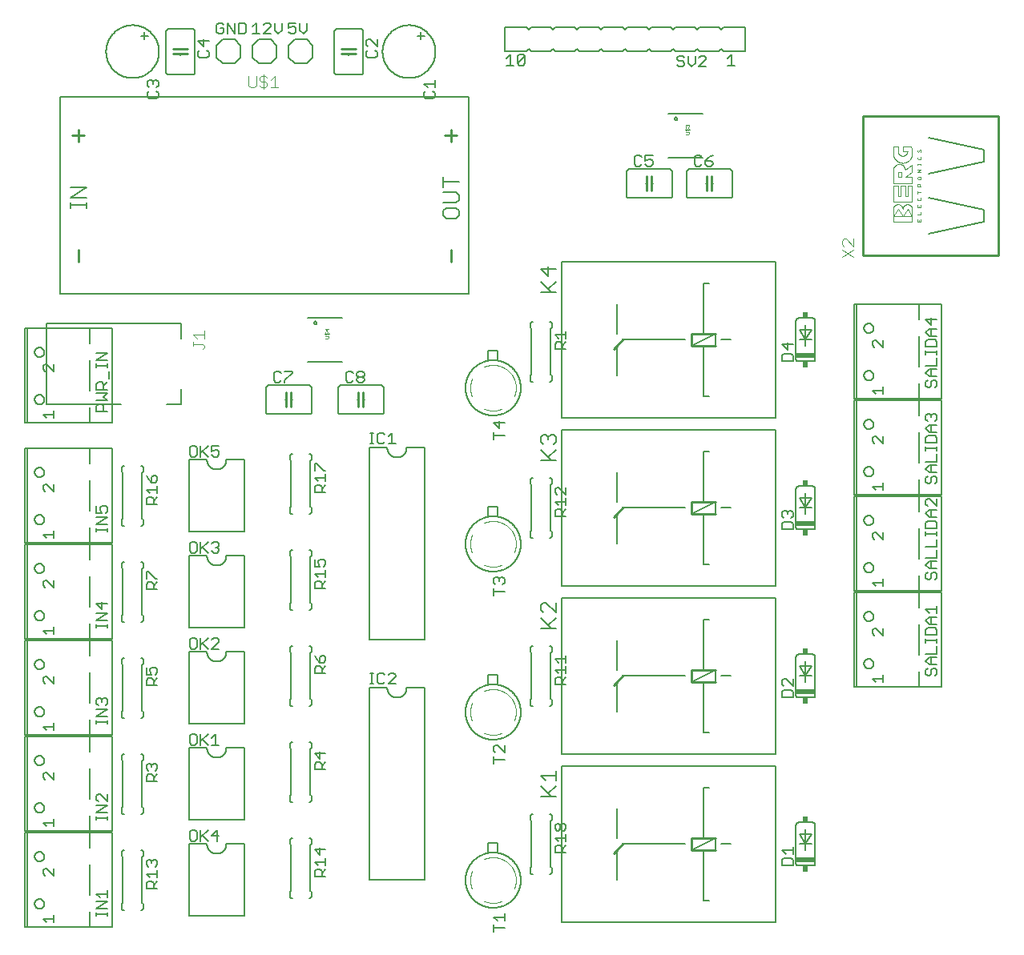
<source format=gbr>
G04 EAGLE Gerber X2 export*
%TF.Part,Single*%
%TF.FileFunction,Legend,Top,1*%
%TF.FilePolarity,Positive*%
%TF.GenerationSoftware,Autodesk,EAGLE,8.6.3*%
%TF.CreationDate,2019-03-08T18:09:36Z*%
G75*
%MOMM*%
%FSLAX34Y34*%
%LPD*%
%AMOC8*
5,1,8,0,0,1.08239X$1,22.5*%
G01*
%ADD10R,0.101600X0.101600*%
%ADD11R,0.203200X0.101600*%
%ADD12R,0.304800X0.101600*%
%ADD13R,5.283200X0.101600*%
%ADD14R,7.620000X0.101600*%
%ADD15R,9.144000X0.101600*%
%ADD16R,10.566400X0.101600*%
%ADD17R,11.785600X0.101600*%
%ADD18R,13.004800X0.101600*%
%ADD19R,13.919200X0.101600*%
%ADD20R,14.935200X0.101600*%
%ADD21R,15.849600X0.101600*%
%ADD22R,16.662400X0.101600*%
%ADD23R,17.475200X0.101600*%
%ADD24R,18.186400X0.101600*%
%ADD25R,18.999200X0.101600*%
%ADD26R,19.608800X0.101600*%
%ADD27R,20.320000X0.101600*%
%ADD28R,20.929600X0.101600*%
%ADD29R,21.539200X0.101600*%
%ADD30R,22.148800X0.101600*%
%ADD31R,22.758400X0.101600*%
%ADD32R,23.266400X0.101600*%
%ADD33R,23.876000X0.101600*%
%ADD34R,24.384000X0.101600*%
%ADD35R,24.790400X0.101600*%
%ADD36R,25.501600X0.101600*%
%ADD37R,25.908000X0.101600*%
%ADD38R,26.416000X0.101600*%
%ADD39R,26.822400X0.101600*%
%ADD40R,27.432000X0.101600*%
%ADD41R,27.838400X0.101600*%
%ADD42R,13.106400X0.101600*%
%ADD43R,11.582400X0.101600*%
%ADD44R,11.379200X0.101600*%
%ADD45R,10.769600X0.101600*%
%ADD46R,10.871200X0.101600*%
%ADD47R,10.363200X0.101600*%
%ADD48R,10.261600X0.101600*%
%ADD49R,9.855200X0.101600*%
%ADD50R,9.753600X0.101600*%
%ADD51R,9.448800X0.101600*%
%ADD52R,9.550400X0.101600*%
%ADD53R,9.042400X0.101600*%
%ADD54R,8.940800X0.101600*%
%ADD55R,8.636000X0.101600*%
%ADD56R,8.737600X0.101600*%
%ADD57R,8.432800X0.101600*%
%ADD58R,8.229600X0.101600*%
%ADD59R,8.128000X0.101600*%
%ADD60R,8.026400X0.101600*%
%ADD61R,7.823200X0.101600*%
%ADD62R,7.721600X0.101600*%
%ADD63R,7.518400X0.101600*%
%ADD64R,7.416800X0.101600*%
%ADD65R,7.315200X0.101600*%
%ADD66R,7.112000X0.101600*%
%ADD67R,7.213600X0.101600*%
%ADD68R,7.010400X0.101600*%
%ADD69R,6.908800X0.101600*%
%ADD70R,6.807200X0.101600*%
%ADD71R,6.705600X0.101600*%
%ADD72R,6.604000X0.101600*%
%ADD73R,6.502400X0.101600*%
%ADD74R,6.400800X0.101600*%
%ADD75R,6.299200X0.101600*%
%ADD76R,6.197600X0.101600*%
%ADD77R,6.096000X0.101600*%
%ADD78R,5.994400X0.101600*%
%ADD79R,5.892800X0.101600*%
%ADD80R,5.791200X0.101600*%
%ADD81R,5.689600X0.101600*%
%ADD82R,5.588000X0.101600*%
%ADD83R,5.486400X0.101600*%
%ADD84R,5.384800X0.101600*%
%ADD85R,5.181600X0.101600*%
%ADD86R,5.080000X0.101600*%
%ADD87R,4.978400X0.101600*%
%ADD88R,4.876800X0.101600*%
%ADD89R,4.775200X0.101600*%
%ADD90R,4.673600X0.101600*%
%ADD91R,4.572000X0.101600*%
%ADD92R,4.470400X0.101600*%
%ADD93R,4.368800X0.101600*%
%ADD94R,4.267200X0.101600*%
%ADD95R,4.165600X0.101600*%
%ADD96R,4.064000X0.101600*%
%ADD97R,3.962400X0.101600*%
%ADD98R,3.860800X0.101600*%
%ADD99R,1.219200X0.101600*%
%ADD100R,0.609600X0.101600*%
%ADD101R,0.812800X0.101600*%
%ADD102R,0.914400X0.101600*%
%ADD103R,1.016000X0.101600*%
%ADD104R,0.711200X0.101600*%
%ADD105R,0.508000X0.101600*%
%ADD106R,1.625600X0.101600*%
%ADD107R,1.320800X0.101600*%
%ADD108R,1.524000X0.101600*%
%ADD109R,1.117600X0.101600*%
%ADD110R,1.930400X0.101600*%
%ADD111R,1.727200X0.101600*%
%ADD112R,2.133600X0.101600*%
%ADD113R,1.828800X0.101600*%
%ADD114R,2.032000X0.101600*%
%ADD115R,0.406400X0.101600*%
%ADD116R,1.422400X0.101600*%
%ADD117R,3.759200X0.101600*%
%ADD118R,2.235200X0.101600*%
%ADD119R,3.657600X0.101600*%
%ADD120R,3.556000X0.101600*%
%ADD121R,3.454400X0.101600*%
%ADD122R,2.336800X0.101600*%
%ADD123R,2.438400X0.101600*%
%ADD124R,3.352800X0.101600*%
%ADD125R,3.251200X0.101600*%
%ADD126R,3.149600X0.101600*%
%ADD127R,21.336000X0.101600*%
%ADD128R,22.047200X0.101600*%
%ADD129R,22.656800X0.101600*%
%ADD130R,23.063200X0.101600*%
%ADD131R,23.368000X0.101600*%
%ADD132R,23.774400X0.101600*%
%ADD133R,24.079200X0.101600*%
%ADD134R,2.540000X0.101600*%
%ADD135R,2.641600X0.101600*%
%ADD136R,2.743200X0.101600*%
%ADD137R,2.844800X0.101600*%
%ADD138R,3.048000X0.101600*%
%ADD139R,20.116800X0.101600*%
%ADD140R,19.913600X0.101600*%
%ADD141R,19.710400X0.101600*%
%ADD142R,19.507200X0.101600*%
%ADD143R,20.523200X0.101600*%
%ADD144R,26.212800X0.101600*%
%ADD145R,26.314400X0.101600*%
%ADD146R,9.347200X0.101600*%
%ADD147R,14.732000X0.101600*%
%ADD148R,14.224000X0.101600*%
%ADD149R,2.946400X0.101600*%
%ADD150R,14.020800X0.101600*%
%ADD151R,13.716000X0.101600*%
%ADD152R,13.614400X0.101600*%
%ADD153R,7.924800X0.101600*%
%ADD154R,13.512800X0.101600*%
%ADD155R,8.534400X0.101600*%
%ADD156R,13.817600X0.101600*%
%ADD157R,14.122400X0.101600*%
%ADD158R,14.427200X0.101600*%
%ADD159R,14.630400X0.101600*%
%ADD160R,14.833600X0.101600*%
%ADD161R,15.036800X0.101600*%
%ADD162R,15.240000X0.101600*%
%ADD163R,15.341600X0.101600*%
%ADD164R,15.544800X0.101600*%
%ADD165R,15.748000X0.101600*%
%ADD166R,16.154400X0.101600*%
%ADD167R,16.560800X0.101600*%
%ADD168R,23.977600X0.101600*%
%ADD169R,23.164800X0.101600*%
%ADD170R,22.555200X0.101600*%
%ADD171R,21.844000X0.101600*%
%ADD172R,21.640800X0.101600*%
%ADD173R,21.234400X0.101600*%
%ADD174R,21.132800X0.101600*%
%ADD175R,20.726400X0.101600*%
%ADD176R,20.421600X0.101600*%
%ADD177R,20.015200X0.101600*%
%ADD178R,24.485600X0.101600*%
%ADD179R,13.208000X0.101600*%
%ADD180R,12.801600X0.101600*%
%ADD181R,12.090400X0.101600*%
%ADD182R,8.839200X0.101600*%
%ADD183R,8.331200X0.101600*%
%ADD184R,10.160000X0.101600*%
%ADD185R,11.277600X0.101600*%
%ADD186R,11.480800X0.101600*%
%ADD187R,12.903200X0.101600*%
%ADD188R,25.400000X0.101600*%
%ADD189R,24.892000X0.101600*%
%ADD190R,24.282400X0.101600*%
%ADD191R,18.897600X0.101600*%
%ADD192R,18.288000X0.101600*%
%ADD193R,17.373600X0.101600*%
%ADD194R,15.646400X0.101600*%
%ADD195R,10.464800X0.101600*%
%ADD196C,0.152400*%
%ADD197C,0.127000*%
%ADD198C,0.254000*%
%ADD199R,2.032000X0.508000*%
%ADD200R,0.508000X0.635000*%
%ADD201C,0.203200*%
%ADD202C,0.101600*%
%ADD203C,0.177800*%
%ADD204C,0.050800*%
%ADD205C,0.025400*%


D10*
X499872Y137160D03*
X502920Y137160D03*
D11*
X506476Y137160D03*
D10*
X509016Y137160D03*
D11*
X511556Y137160D03*
D10*
X514096Y137160D03*
D11*
X516636Y137160D03*
D10*
X519176Y137160D03*
D12*
X522224Y137160D03*
D10*
X525272Y137160D03*
X528320Y137160D03*
X530352Y137160D03*
X486664Y138176D03*
X488696Y138176D03*
D13*
X516636Y138176D03*
D10*
X544576Y138176D03*
X475488Y139192D03*
D14*
X515112Y139192D03*
D10*
X467360Y140208D03*
D15*
X514604Y140208D03*
D10*
X561848Y140208D03*
X460248Y141224D03*
D16*
X514604Y141224D03*
D10*
X568960Y141224D03*
D17*
X514604Y142240D03*
D10*
X575056Y142240D03*
D18*
X514604Y143256D03*
D10*
X581152Y143256D03*
X443992Y144272D03*
D19*
X515112Y144272D03*
D10*
X586232Y144272D03*
D20*
X515112Y145288D03*
D21*
X514604Y146304D03*
D22*
X514604Y147320D03*
D23*
X514604Y148336D03*
D24*
X515112Y149352D03*
D25*
X515112Y150368D03*
D26*
X515112Y151384D03*
D27*
X514604Y152400D03*
D28*
X514604Y153416D03*
D29*
X514604Y154432D03*
D30*
X514604Y155448D03*
D31*
X514604Y156464D03*
D32*
X515112Y157480D03*
D33*
X515112Y158496D03*
D34*
X514604Y159512D03*
D35*
X514604Y160528D03*
D36*
X515112Y161544D03*
D37*
X515112Y162560D03*
D38*
X514604Y163576D03*
D39*
X514604Y164592D03*
D40*
X514604Y165608D03*
D41*
X514604Y166624D03*
D42*
X438912Y167640D03*
D10*
X505968Y167640D03*
X508000Y167640D03*
X510032Y167640D03*
X513080Y167640D03*
X516128Y167640D03*
X519176Y167640D03*
X521208Y167640D03*
X523240Y167640D03*
D18*
X590804Y167640D03*
D43*
X429260Y168656D03*
D10*
X488696Y168656D03*
D11*
X542036Y168656D03*
D44*
X600964Y168656D03*
D45*
X423164Y169672D03*
D10*
X478536Y169672D03*
X550672Y169672D03*
D46*
X606552Y169672D03*
D47*
X419100Y170688D03*
D48*
X611632Y170688D03*
D49*
X414528Y171704D03*
D10*
X565912Y171704D03*
D50*
X616204Y171704D03*
D51*
X410464Y172720D03*
D52*
X619252Y172720D03*
D53*
X406400Y173736D03*
D10*
X453136Y173736D03*
D15*
X623316Y173736D03*
D54*
X403860Y174752D03*
X626364Y174752D03*
D55*
X400304Y175768D03*
D56*
X629412Y175768D03*
D57*
X397256Y176784D03*
X632968Y176784D03*
D58*
X394208Y177800D03*
D59*
X635508Y177800D03*
X391668Y178816D03*
D60*
X639064Y178816D03*
D61*
X389128Y179832D03*
D10*
X601472Y179832D03*
D62*
X641604Y179832D03*
X385572Y180848D03*
X643636Y180848D03*
D63*
X383540Y181864D03*
X646684Y181864D03*
D64*
X381000Y182880D03*
X648208Y182880D03*
D65*
X378460Y183896D03*
X650748Y183896D03*
D66*
X376428Y184912D03*
D67*
X653288Y184912D03*
D66*
X374396Y185928D03*
X655828Y185928D03*
D68*
X371856Y186944D03*
D69*
X657860Y186944D03*
D70*
X369824Y187960D03*
X660400Y187960D03*
X367792Y188976D03*
D71*
X661924Y188976D03*
X365252Y189992D03*
D72*
X664464Y189992D03*
D73*
X363220Y191008D03*
D72*
X666496Y191008D03*
D73*
X361188Y192024D03*
X668020Y192024D03*
D74*
X359664Y193040D03*
X670560Y193040D03*
D75*
X357124Y194056D03*
X672084Y194056D03*
D76*
X355600Y195072D03*
D75*
X674116Y195072D03*
D77*
X354076Y196088D03*
D76*
X675640Y196088D03*
D77*
X352044Y197104D03*
D78*
X677672Y197104D03*
D77*
X350012Y198120D03*
X679196Y198120D03*
D79*
X347980Y199136D03*
D78*
X681736Y199136D03*
D79*
X346964Y200152D03*
X683260Y200152D03*
X344932Y201168D03*
X684276Y201168D03*
D80*
X343408Y202184D03*
X686816Y202184D03*
D81*
X341884Y203200D03*
X688340Y203200D03*
X339852Y204216D03*
X689356Y204216D03*
D82*
X338328Y205232D03*
X691896Y205232D03*
D83*
X336804Y206248D03*
D82*
X692912Y206248D03*
X335280Y207264D03*
D83*
X694436Y207264D03*
X333756Y208280D03*
X696468Y208280D03*
D84*
X332232Y209296D03*
X697992Y209296D03*
X330200Y210312D03*
D83*
X699516Y210312D03*
D84*
X329184Y211328D03*
D13*
X700532Y211328D03*
X327660Y212344D03*
D84*
X702056Y212344D03*
D85*
X326136Y213360D03*
D13*
X703580Y213360D03*
X324612Y214376D03*
D85*
X705104Y214376D03*
X323088Y215392D03*
X706120Y215392D03*
D86*
X321564Y216408D03*
D85*
X708152Y216408D03*
D86*
X320548Y217424D03*
D85*
X709168Y217424D03*
D86*
X319532Y218440D03*
X710692Y218440D03*
D87*
X318008Y219456D03*
X712216Y219456D03*
X316992Y220472D03*
X713232Y220472D03*
X314960Y221488D03*
X715264Y221488D03*
X313944Y222504D03*
D88*
X715772Y222504D03*
X312420Y223520D03*
D87*
X717296Y223520D03*
D88*
X311404Y224536D03*
X718820Y224536D03*
D89*
X309880Y225552D03*
D88*
X719836Y225552D03*
D89*
X308864Y226568D03*
X721360Y226568D03*
X307848Y227584D03*
X722376Y227584D03*
D90*
X306324Y228600D03*
D89*
X723392Y228600D03*
X304800Y229616D03*
D90*
X724916Y229616D03*
D89*
X303784Y230632D03*
X726440Y230632D03*
D90*
X302260Y231648D03*
X726948Y231648D03*
X301244Y232664D03*
X728980Y232664D03*
D91*
X300736Y233680D03*
X729488Y233680D03*
X298704Y234696D03*
D90*
X731012Y234696D03*
D91*
X297688Y235712D03*
X731520Y235712D03*
X296672Y236728D03*
D92*
X733044Y236728D03*
D91*
X295656Y237744D03*
X734568Y237744D03*
D92*
X294132Y238760D03*
X735076Y238760D03*
X293116Y239776D03*
X737108Y239776D03*
X292100Y240792D03*
X737108Y240792D03*
X291084Y241808D03*
D93*
X738632Y241808D03*
D92*
X290068Y242824D03*
X740156Y242824D03*
D93*
X288544Y243840D03*
X740664Y243840D03*
D92*
X288036Y244856D03*
D93*
X741680Y244856D03*
X286512Y245872D03*
D94*
X743204Y245872D03*
D93*
X285496Y246888D03*
X743712Y246888D03*
X284480Y247904D03*
D94*
X745236Y247904D03*
X283972Y248920D03*
D93*
X745744Y248920D03*
D94*
X282956Y249936D03*
X747268Y249936D03*
X281940Y250952D03*
X748284Y250952D03*
X280924Y251968D03*
X749300Y251968D03*
X279908Y252984D03*
D95*
X749808Y252984D03*
D94*
X278892Y254000D03*
D95*
X750824Y254000D03*
D94*
X277876Y255016D03*
D95*
X751840Y255016D03*
X277368Y256032D03*
X752856Y256032D03*
D96*
X275844Y257048D03*
D95*
X753872Y257048D03*
X275336Y258064D03*
X754888Y258064D03*
X274320Y259080D03*
X755904Y259080D03*
X273304Y260096D03*
D96*
X756412Y260096D03*
X271780Y261112D03*
X757428Y261112D03*
D95*
X271272Y262128D03*
D96*
X758444Y262128D03*
X270764Y263144D03*
X759460Y263144D03*
X269748Y264160D03*
X760476Y264160D03*
X268732Y265176D03*
X761492Y265176D03*
X267716Y266192D03*
D97*
X762000Y266192D03*
X267208Y267208D03*
D96*
X762508Y267208D03*
D97*
X266192Y268224D03*
X764032Y268224D03*
X265176Y269240D03*
X765048Y269240D03*
X264160Y270256D03*
X765048Y270256D03*
X263144Y271272D03*
D98*
X766572Y271272D03*
X262636Y272288D03*
D99*
X334772Y272288D03*
D100*
X356108Y272288D03*
D11*
X369316Y272288D03*
D10*
X371856Y272288D03*
D12*
X382016Y272288D03*
D11*
X385572Y272288D03*
D101*
X401828Y272288D03*
D102*
X427736Y272288D03*
D103*
X452628Y272288D03*
D104*
X488696Y272288D03*
D105*
X498856Y272288D03*
D102*
X517144Y272288D03*
D100*
X547116Y272288D03*
D10*
X556768Y272288D03*
D11*
X559308Y272288D03*
D10*
X561848Y272288D03*
D100*
X571500Y272288D03*
D102*
X590296Y272288D03*
D10*
X603504Y272288D03*
X605536Y272288D03*
X607568Y272288D03*
X609600Y272288D03*
D11*
X620268Y272288D03*
X623316Y272288D03*
D10*
X625856Y272288D03*
D11*
X630428Y272288D03*
D12*
X633984Y272288D03*
D102*
X651256Y272288D03*
D101*
X677164Y272288D03*
D97*
X767080Y272288D03*
D98*
X261620Y273304D03*
D106*
X333756Y273304D03*
D100*
X356108Y273304D03*
X371348Y273304D03*
D105*
X383032Y273304D03*
D107*
X402336Y273304D03*
X427736Y273304D03*
D108*
X452120Y273304D03*
D109*
X488696Y273304D03*
D105*
X498856Y273304D03*
D107*
X516128Y273304D03*
D100*
X547116Y273304D03*
X559308Y273304D03*
X571500Y273304D03*
D99*
X589788Y273304D03*
D104*
X606552Y273304D03*
X621792Y273304D03*
D105*
X632968Y273304D03*
D107*
X652272Y273304D03*
X676656Y273304D03*
D97*
X768096Y273304D03*
X261112Y274320D03*
D110*
X334264Y274320D03*
D100*
X356108Y274320D03*
X371348Y274320D03*
X383540Y274320D03*
D106*
X401828Y274320D03*
X427228Y274320D03*
D111*
X453136Y274320D03*
D110*
X491744Y274320D03*
D106*
X516636Y274320D03*
D100*
X547116Y274320D03*
D101*
X559308Y274320D03*
D100*
X571500Y274320D03*
D106*
X589788Y274320D03*
D104*
X607568Y274320D03*
X620776Y274320D03*
X632968Y274320D03*
D106*
X651764Y274320D03*
D108*
X676656Y274320D03*
D98*
X768604Y274320D03*
D97*
X260096Y275336D03*
D112*
X334264Y275336D03*
D100*
X356108Y275336D03*
X371348Y275336D03*
D104*
X383032Y275336D03*
D111*
X402336Y275336D03*
D113*
X427228Y275336D03*
X452628Y275336D03*
D114*
X491236Y275336D03*
D113*
X516636Y275336D03*
D100*
X547116Y275336D03*
D101*
X559308Y275336D03*
D100*
X571500Y275336D03*
D113*
X589788Y275336D03*
D104*
X608584Y275336D03*
X619760Y275336D03*
D100*
X632460Y275336D03*
D113*
X651764Y275336D03*
D110*
X676656Y275336D03*
D98*
X769620Y275336D03*
X259588Y276352D03*
D109*
X328168Y276352D03*
X340360Y276352D03*
D100*
X356108Y276352D03*
X371348Y276352D03*
D105*
X383032Y276352D03*
D102*
X397256Y276352D03*
D101*
X407924Y276352D03*
D102*
X421640Y276352D03*
D101*
X433324Y276352D03*
D104*
X446024Y276352D03*
X459232Y276352D03*
D101*
X484124Y276352D03*
D102*
X496824Y276352D03*
D104*
X511048Y276352D03*
X522224Y276352D03*
D100*
X547116Y276352D03*
D101*
X559308Y276352D03*
D100*
X571500Y276352D03*
D104*
X584200Y276352D03*
D10*
X591312Y276352D03*
D104*
X596392Y276352D03*
X609600Y276352D03*
X619760Y276352D03*
D100*
X632460Y276352D03*
D101*
X645668Y276352D03*
D10*
X651256Y276352D03*
D104*
X657352Y276352D03*
D102*
X671576Y276352D03*
D10*
X677672Y276352D03*
D101*
X683260Y276352D03*
D98*
X770636Y276352D03*
X258572Y277368D03*
D104*
X326136Y277368D03*
D101*
X341884Y277368D03*
D100*
X356108Y277368D03*
D105*
X370840Y277368D03*
D104*
X383032Y277368D03*
D101*
X395732Y277368D03*
X408940Y277368D03*
D104*
X420624Y277368D03*
X434848Y277368D03*
X445008Y277368D03*
D100*
X459740Y277368D03*
D104*
X483616Y277368D03*
D101*
X497332Y277368D03*
D104*
X510032Y277368D03*
X523240Y277368D03*
D100*
X547116Y277368D03*
D102*
X559816Y277368D03*
D100*
X571500Y277368D03*
D104*
X583184Y277368D03*
X596392Y277368D03*
X609600Y277368D03*
X618744Y277368D03*
X632968Y277368D03*
X645160Y277368D03*
X658368Y277368D03*
D101*
X670052Y277368D03*
D104*
X683768Y277368D03*
D98*
X771652Y277368D03*
X257556Y278384D03*
D101*
X325628Y278384D03*
D104*
X342392Y278384D03*
D100*
X356108Y278384D03*
X371348Y278384D03*
X383540Y278384D03*
X394716Y278384D03*
X408940Y278384D03*
D104*
X419608Y278384D03*
X434848Y278384D03*
D115*
X446532Y278384D03*
D104*
X460248Y278384D03*
D100*
X483108Y278384D03*
D104*
X497840Y278384D03*
D100*
X509524Y278384D03*
D11*
X521716Y278384D03*
D10*
X524256Y278384D03*
D100*
X547116Y278384D03*
D103*
X559308Y278384D03*
D100*
X571500Y278384D03*
X582676Y278384D03*
D11*
X594868Y278384D03*
D10*
X597408Y278384D03*
D116*
X614172Y278384D03*
D105*
X632968Y278384D03*
D100*
X644652Y278384D03*
X658876Y278384D03*
X669036Y278384D03*
D104*
X684784Y278384D03*
D98*
X772668Y278384D03*
X256540Y279400D03*
D104*
X325120Y279400D03*
D100*
X342900Y279400D03*
X356108Y279400D03*
X371348Y279400D03*
X383540Y279400D03*
X394716Y279400D03*
D115*
X408940Y279400D03*
D100*
X419100Y279400D03*
X435356Y279400D03*
D101*
X458724Y279400D03*
D104*
X482600Y279400D03*
D100*
X498348Y279400D03*
X509524Y279400D03*
X547116Y279400D03*
D103*
X559308Y279400D03*
D100*
X571500Y279400D03*
X582676Y279400D03*
D99*
X614172Y279400D03*
D100*
X632460Y279400D03*
X644652Y279400D03*
D115*
X657860Y279400D03*
D100*
X669036Y279400D03*
X685292Y279400D03*
D98*
X772668Y279400D03*
X256540Y280416D03*
D104*
X325120Y280416D03*
X343408Y280416D03*
D100*
X356108Y280416D03*
X371348Y280416D03*
X383540Y280416D03*
X394716Y280416D03*
D104*
X418592Y280416D03*
D100*
X435356Y280416D03*
D99*
X456692Y280416D03*
D100*
X482092Y280416D03*
X498348Y280416D03*
D104*
X509016Y280416D03*
D100*
X547116Y280416D03*
D109*
X559816Y280416D03*
D100*
X571500Y280416D03*
D104*
X582168Y280416D03*
D109*
X614680Y280416D03*
D100*
X632460Y280416D03*
X643636Y280416D03*
D104*
X668528Y280416D03*
X685800Y280416D03*
D98*
X773684Y280416D03*
X255524Y281432D03*
D100*
X324612Y281432D03*
D105*
X343408Y281432D03*
D100*
X356108Y281432D03*
D105*
X370840Y281432D03*
X383032Y281432D03*
D100*
X393700Y281432D03*
X419100Y281432D03*
X436372Y281432D03*
D108*
X454152Y281432D03*
D104*
X482600Y281432D03*
D100*
X498348Y281432D03*
D112*
X516128Y281432D03*
D100*
X547116Y281432D03*
D99*
X559308Y281432D03*
D100*
X571500Y281432D03*
D114*
X589788Y281432D03*
D103*
X614172Y281432D03*
D104*
X632968Y281432D03*
X644144Y281432D03*
D100*
X668020Y281432D03*
X685292Y281432D03*
D98*
X774700Y281432D03*
D117*
X255016Y282448D03*
D104*
X325120Y282448D03*
X343408Y282448D03*
D100*
X356108Y282448D03*
X371348Y282448D03*
D104*
X383032Y282448D03*
X394208Y282448D03*
D100*
X419100Y282448D03*
X436372Y282448D03*
D111*
X453136Y282448D03*
D100*
X482092Y282448D03*
X498348Y282448D03*
D112*
X516128Y282448D03*
D100*
X547116Y282448D03*
D99*
X559308Y282448D03*
D100*
X571500Y282448D03*
D118*
X589788Y282448D03*
D101*
X614172Y282448D03*
D105*
X632968Y282448D03*
D100*
X643636Y282448D03*
D104*
X668528Y282448D03*
D100*
X685292Y282448D03*
D117*
X775208Y282448D03*
D98*
X253492Y283464D03*
D100*
X324612Y283464D03*
D104*
X343408Y283464D03*
D100*
X356108Y283464D03*
X371348Y283464D03*
X383540Y283464D03*
X394716Y283464D03*
D104*
X418592Y283464D03*
D105*
X435864Y283464D03*
D106*
X451612Y283464D03*
D100*
X482092Y283464D03*
X498348Y283464D03*
D112*
X516128Y283464D03*
D100*
X547116Y283464D03*
D99*
X559308Y283464D03*
D100*
X571500Y283464D03*
D114*
X589788Y283464D03*
D101*
X614172Y283464D03*
D100*
X632460Y283464D03*
X643636Y283464D03*
X668020Y283464D03*
D104*
X685800Y283464D03*
D117*
X776224Y283464D03*
X252984Y284480D03*
D100*
X324612Y284480D03*
D104*
X343408Y284480D03*
D100*
X356108Y284480D03*
X371348Y284480D03*
D105*
X383032Y284480D03*
D100*
X394716Y284480D03*
X419100Y284480D03*
D104*
X435864Y284480D03*
D107*
X450088Y284480D03*
D100*
X482092Y284480D03*
X498348Y284480D03*
X508508Y284480D03*
X523748Y284480D03*
X547116Y284480D03*
D105*
X555752Y284480D03*
X562864Y284480D03*
D104*
X572008Y284480D03*
D100*
X582676Y284480D03*
D105*
X597408Y284480D03*
D103*
X614172Y284480D03*
D104*
X632968Y284480D03*
D100*
X643636Y284480D03*
D104*
X668528Y284480D03*
X685800Y284480D03*
D98*
X776732Y284480D03*
X252476Y285496D03*
D100*
X324612Y285496D03*
X342900Y285496D03*
X356108Y285496D03*
D105*
X370840Y285496D03*
D100*
X383540Y285496D03*
X394716Y285496D03*
X419100Y285496D03*
X435356Y285496D03*
D102*
X447040Y285496D03*
D104*
X482600Y285496D03*
D100*
X498348Y285496D03*
X509524Y285496D03*
X523748Y285496D03*
X547116Y285496D03*
X555244Y285496D03*
X563372Y285496D03*
X571500Y285496D03*
X582676Y285496D03*
X596900Y285496D03*
D99*
X614172Y285496D03*
D100*
X632460Y285496D03*
D104*
X644144Y285496D03*
D100*
X669036Y285496D03*
X685292Y285496D03*
D117*
X777240Y285496D03*
X251968Y286512D03*
D100*
X324612Y286512D03*
X343916Y286512D03*
D104*
X356616Y286512D03*
X370840Y286512D03*
X383032Y286512D03*
D100*
X394716Y286512D03*
X408940Y286512D03*
D104*
X419608Y286512D03*
X434848Y286512D03*
D100*
X445516Y286512D03*
X483108Y286512D03*
D104*
X497840Y286512D03*
D100*
X509524Y286512D03*
X523748Y286512D03*
X547116Y286512D03*
X555244Y286512D03*
D105*
X563880Y286512D03*
D100*
X571500Y286512D03*
X582676Y286512D03*
X596900Y286512D03*
D107*
X614680Y286512D03*
D105*
X632968Y286512D03*
D100*
X644652Y286512D03*
X658876Y286512D03*
X669036Y286512D03*
X684276Y286512D03*
D117*
X778256Y286512D03*
X250952Y287528D03*
D100*
X324612Y287528D03*
D104*
X343408Y287528D03*
D101*
X357124Y287528D03*
D104*
X370840Y287528D03*
D100*
X383540Y287528D03*
D104*
X395224Y287528D03*
X408432Y287528D03*
X420624Y287528D03*
D101*
X434340Y287528D03*
D100*
X445516Y287528D03*
X458724Y287528D03*
D104*
X483616Y287528D03*
D101*
X497332Y287528D03*
D104*
X510032Y287528D03*
D100*
X522732Y287528D03*
X547116Y287528D03*
D105*
X554736Y287528D03*
D100*
X564388Y287528D03*
X571500Y287528D03*
D104*
X583184Y287528D03*
D100*
X595884Y287528D03*
D116*
X614172Y287528D03*
D104*
X632968Y287528D03*
X645160Y287528D03*
X658368Y287528D03*
D101*
X670052Y287528D03*
X684276Y287528D03*
D117*
X779272Y287528D03*
X249936Y288544D03*
D100*
X324612Y288544D03*
D104*
X343408Y288544D03*
D103*
X358140Y288544D03*
D101*
X369316Y288544D03*
D100*
X383540Y288544D03*
D101*
X396748Y288544D03*
D10*
X402336Y288544D03*
D101*
X407924Y288544D03*
D102*
X421640Y288544D03*
X432816Y288544D03*
D104*
X446024Y288544D03*
X458216Y288544D03*
D101*
X484124Y288544D03*
D103*
X497332Y288544D03*
D104*
X511048Y288544D03*
X522224Y288544D03*
D100*
X547116Y288544D03*
X554228Y288544D03*
X564388Y288544D03*
X571500Y288544D03*
D101*
X584708Y288544D03*
D104*
X595376Y288544D03*
X609600Y288544D03*
X618744Y288544D03*
D100*
X632460Y288544D03*
D101*
X646684Y288544D03*
D10*
X652272Y288544D03*
D104*
X657352Y288544D03*
D102*
X671576Y288544D03*
X682752Y288544D03*
D117*
X779272Y288544D03*
D119*
X249428Y289560D03*
D101*
X324612Y289560D03*
D100*
X342900Y289560D03*
D114*
X363220Y289560D03*
D100*
X382524Y289560D03*
D111*
X402336Y289560D03*
D113*
X427228Y289560D03*
X452628Y289560D03*
D114*
X491236Y289560D03*
D111*
X516128Y289560D03*
D100*
X547116Y289560D03*
X554228Y289560D03*
X564388Y289560D03*
X571500Y289560D03*
D106*
X589788Y289560D03*
D104*
X608584Y289560D03*
X619760Y289560D03*
X632968Y289560D03*
D113*
X651764Y289560D03*
X677164Y289560D03*
D117*
X780288Y289560D03*
X248920Y290576D03*
D100*
X324612Y290576D03*
X343916Y290576D03*
X356108Y290576D03*
D107*
X366776Y290576D03*
D100*
X383540Y290576D03*
D106*
X401828Y290576D03*
D108*
X427736Y290576D03*
D111*
X452120Y290576D03*
D110*
X491744Y290576D03*
D108*
X516128Y290576D03*
D100*
X547116Y290576D03*
D105*
X553720Y290576D03*
X564896Y290576D03*
D100*
X571500Y290576D03*
D108*
X589280Y290576D03*
D101*
X608076Y290576D03*
X620268Y290576D03*
D105*
X632968Y290576D03*
D106*
X651764Y290576D03*
X677164Y290576D03*
D117*
X781304Y290576D03*
X247904Y291592D03*
D100*
X324612Y291592D03*
D104*
X343408Y291592D03*
D100*
X356108Y291592D03*
D103*
X366268Y291592D03*
D100*
X383540Y291592D03*
D107*
X402336Y291592D03*
D116*
X427228Y291592D03*
X452628Y291592D03*
D109*
X488696Y291592D03*
D100*
X498348Y291592D03*
D99*
X516636Y291592D03*
D100*
X547116Y291592D03*
D105*
X553720Y291592D03*
D99*
X568452Y291592D03*
X589788Y291592D03*
D101*
X607060Y291592D03*
D104*
X621792Y291592D03*
D100*
X632460Y291592D03*
D99*
X651764Y291592D03*
D107*
X676656Y291592D03*
D119*
X781812Y291592D03*
X247396Y292608D03*
D100*
X324612Y292608D03*
X342900Y292608D03*
D10*
X354584Y292608D03*
X357632Y292608D03*
D104*
X366776Y292608D03*
D10*
X381000Y292608D03*
X384048Y292608D03*
D100*
X401828Y292608D03*
D10*
X406400Y292608D03*
D101*
X427228Y292608D03*
D102*
X452120Y292608D03*
D100*
X489204Y292608D03*
X498348Y292608D03*
D101*
X516636Y292608D03*
D99*
X550164Y292608D03*
D107*
X568960Y292608D03*
D104*
X590296Y292608D03*
D10*
X603504Y292608D03*
X606552Y292608D03*
X609600Y292608D03*
X618744Y292608D03*
X622808Y292608D03*
X630936Y292608D03*
X632968Y292608D03*
D101*
X651764Y292608D03*
X677164Y292608D03*
D119*
X782828Y292608D03*
X246380Y293624D03*
D100*
X324612Y293624D03*
X343916Y293624D03*
X498348Y293624D03*
D99*
X550164Y293624D03*
D109*
X568960Y293624D03*
D117*
X783336Y293624D03*
X245872Y294640D03*
D100*
X324612Y294640D03*
D104*
X343408Y294640D03*
D100*
X498348Y294640D03*
D109*
X549656Y294640D03*
X568960Y294640D03*
D119*
X783844Y294640D03*
X245364Y295656D03*
D100*
X324612Y295656D03*
D104*
X343408Y295656D03*
D100*
X383540Y295656D03*
X498348Y295656D03*
D109*
X549656Y295656D03*
X568960Y295656D03*
D115*
X588772Y295656D03*
D104*
X632968Y295656D03*
D119*
X784860Y295656D03*
X244348Y296672D03*
D100*
X324612Y296672D03*
X343916Y296672D03*
D104*
X383032Y296672D03*
D100*
X498348Y296672D03*
D109*
X549656Y296672D03*
X568960Y296672D03*
D105*
X590296Y296672D03*
D100*
X632460Y296672D03*
D119*
X785876Y296672D03*
D117*
X243840Y297688D03*
D100*
X324612Y297688D03*
X342900Y297688D03*
D105*
X383032Y297688D03*
D100*
X498348Y297688D03*
D103*
X549148Y297688D03*
X569468Y297688D03*
D105*
X590296Y297688D03*
X632968Y297688D03*
D119*
X785876Y297688D03*
X243332Y298704D03*
D100*
X324612Y298704D03*
D104*
X343408Y298704D03*
X383032Y298704D03*
D100*
X498348Y298704D03*
D103*
X549148Y298704D03*
X569468Y298704D03*
D105*
X591312Y298704D03*
D104*
X632968Y298704D03*
D119*
X786892Y298704D03*
X242316Y299720D03*
D100*
X324612Y299720D03*
D104*
X343408Y299720D03*
D100*
X383540Y299720D03*
X498348Y299720D03*
D103*
X549148Y299720D03*
D102*
X569976Y299720D03*
D104*
X592328Y299720D03*
D100*
X632460Y299720D03*
D120*
X787400Y299720D03*
D119*
X241300Y300736D03*
D10*
X544576Y300736D03*
X548640Y300736D03*
X551688Y300736D03*
X565912Y300736D03*
D100*
X592836Y300736D03*
D119*
X787908Y300736D03*
X241300Y301752D03*
D10*
X334264Y301752D03*
D119*
X788924Y301752D03*
X240284Y302768D03*
D115*
X332740Y302768D03*
D120*
X789432Y302768D03*
X239776Y303784D03*
D105*
X333248Y303784D03*
D119*
X789940Y303784D03*
X239268Y304800D03*
D105*
X334264Y304800D03*
D120*
X790448Y304800D03*
X238760Y305816D03*
D100*
X334772Y305816D03*
D120*
X791464Y305816D03*
X237744Y306832D03*
D100*
X335788Y306832D03*
D119*
X791972Y306832D03*
X237236Y307848D03*
D10*
X335280Y307848D03*
X337312Y307848D03*
X339344Y307848D03*
D120*
X792480Y307848D03*
X236728Y308864D03*
X793496Y308864D03*
X235712Y309880D03*
X793496Y309880D03*
X235712Y310896D03*
X794512Y310896D03*
X234696Y311912D03*
X795528Y311912D03*
D121*
X234188Y312928D03*
D120*
X795528Y312928D03*
X233680Y313944D03*
D121*
X796036Y313944D03*
D120*
X232664Y314960D03*
D121*
X797052Y314960D03*
D120*
X232664Y315976D03*
X797560Y315976D03*
D121*
X232156Y316992D03*
X798068Y316992D03*
X231140Y318008D03*
D120*
X798576Y318008D03*
X230632Y319024D03*
D10*
X354584Y319024D03*
X356616Y319024D03*
X358648Y319024D03*
D12*
X378968Y319024D03*
D10*
X392176Y319024D03*
X394208Y319024D03*
D11*
X421132Y319024D03*
D10*
X423672Y319024D03*
X438912Y319024D03*
X441960Y319024D03*
D115*
X458724Y319024D03*
D10*
X493776Y319024D03*
D11*
X507492Y319024D03*
D10*
X510032Y319024D03*
X586232Y319024D03*
X588264Y319024D03*
D12*
X636016Y319024D03*
D10*
X639064Y319024D03*
X652272Y319024D03*
D11*
X654812Y319024D03*
X678180Y319024D03*
X681228Y319024D03*
D121*
X799084Y319024D03*
X230124Y320040D03*
D122*
X331216Y320040D03*
D99*
X357124Y320040D03*
D103*
X379476Y320040D03*
X393700Y320040D03*
D100*
X403860Y320040D03*
D109*
X421640Y320040D03*
D100*
X439420Y320040D03*
D109*
X459232Y320040D03*
D100*
X479044Y320040D03*
X493268Y320040D03*
D103*
X508508Y320040D03*
D100*
X519684Y320040D03*
X529844Y320040D03*
D104*
X543560Y320040D03*
D100*
X557276Y320040D03*
X569468Y320040D03*
D109*
X587248Y320040D03*
D100*
X606044Y320040D03*
X620268Y320040D03*
D101*
X636524Y320040D03*
D99*
X654812Y320040D03*
D107*
X679704Y320040D03*
D121*
X800100Y320040D03*
X229108Y321056D03*
D123*
X330708Y321056D03*
D106*
X357124Y321056D03*
D103*
X378460Y321056D03*
D99*
X393700Y321056D03*
D100*
X403860Y321056D03*
D108*
X421640Y321056D03*
D100*
X439420Y321056D03*
D116*
X458724Y321056D03*
D100*
X479044Y321056D03*
X493268Y321056D03*
D99*
X508508Y321056D03*
D100*
X518668Y321056D03*
X529844Y321056D03*
D105*
X543560Y321056D03*
D100*
X557276Y321056D03*
X569468Y321056D03*
D116*
X587756Y321056D03*
D100*
X606044Y321056D03*
D104*
X620776Y321056D03*
D102*
X636016Y321056D03*
D116*
X654812Y321056D03*
D106*
X680212Y321056D03*
D121*
X800100Y321056D03*
X229108Y322072D03*
D122*
X331216Y322072D03*
D113*
X357124Y322072D03*
D103*
X378460Y322072D03*
D110*
X396240Y322072D03*
D111*
X421640Y322072D03*
D100*
X439420Y322072D03*
D111*
X459232Y322072D03*
D104*
X478536Y322072D03*
D100*
X493268Y322072D03*
D114*
X511556Y322072D03*
D100*
X529844Y322072D03*
D104*
X543560Y322072D03*
D100*
X557276Y322072D03*
X569468Y322072D03*
D106*
X587756Y322072D03*
D100*
X606044Y322072D03*
D105*
X620776Y322072D03*
D103*
X635508Y322072D03*
D111*
X654304Y322072D03*
D113*
X680212Y322072D03*
D121*
X801116Y322072D03*
D120*
X228600Y323088D03*
D122*
X331216Y323088D03*
D101*
X351028Y323088D03*
D102*
X362712Y323088D03*
D103*
X378460Y323088D03*
D101*
X390652Y323088D03*
D103*
X401828Y323088D03*
D113*
X422148Y323088D03*
D100*
X439420Y323088D03*
D110*
X459232Y323088D03*
D105*
X478536Y323088D03*
D100*
X493268Y323088D03*
D101*
X505460Y323088D03*
D103*
X516636Y323088D03*
D100*
X529844Y323088D03*
X543052Y323088D03*
X557276Y323088D03*
X569468Y323088D03*
D101*
X582676Y323088D03*
D102*
X592328Y323088D03*
D100*
X606044Y323088D03*
X620268Y323088D03*
D103*
X635508Y323088D03*
D110*
X655320Y323088D03*
D101*
X674116Y323088D03*
D10*
X680720Y323088D03*
D101*
X686308Y323088D03*
D120*
X801624Y323088D03*
D121*
X228092Y324104D03*
D103*
X324612Y324104D03*
D99*
X336804Y324104D03*
D104*
X350520Y324104D03*
D100*
X364236Y324104D03*
X376428Y324104D03*
X389636Y324104D03*
D104*
X402336Y324104D03*
X415544Y324104D03*
X427736Y324104D03*
D100*
X439420Y324104D03*
D101*
X452628Y324104D03*
X465836Y324104D03*
D100*
X479044Y324104D03*
X493268Y324104D03*
X504444Y324104D03*
D104*
X517144Y324104D03*
D100*
X529844Y324104D03*
D105*
X543560Y324104D03*
D100*
X557276Y324104D03*
X569468Y324104D03*
D104*
X581152Y324104D03*
X594360Y324104D03*
D100*
X606044Y324104D03*
D104*
X620776Y324104D03*
D100*
X633476Y324104D03*
D104*
X648208Y324104D03*
X661416Y324104D03*
X672592Y324104D03*
D100*
X687324Y324104D03*
D121*
X802132Y324104D03*
X227076Y325120D03*
D100*
X322580Y325120D03*
X350012Y325120D03*
D104*
X364744Y325120D03*
D100*
X376428Y325120D03*
X388620Y325120D03*
X402844Y325120D03*
D104*
X414528Y325120D03*
X428752Y325120D03*
D100*
X439420Y325120D03*
D104*
X452120Y325120D03*
D100*
X466852Y325120D03*
X479044Y325120D03*
X493268Y325120D03*
D104*
X503936Y325120D03*
D100*
X517652Y325120D03*
X529844Y325120D03*
X543052Y325120D03*
X557276Y325120D03*
X569468Y325120D03*
X580644Y325120D03*
D105*
X594360Y325120D03*
D100*
X606044Y325120D03*
X620268Y325120D03*
X633476Y325120D03*
D104*
X647192Y325120D03*
X662432Y325120D03*
D100*
X673100Y325120D03*
X687324Y325120D03*
D124*
X802640Y325120D03*
D121*
X227076Y326136D03*
D104*
X322072Y326136D03*
D100*
X364236Y326136D03*
X376428Y326136D03*
D104*
X389128Y326136D03*
D100*
X402844Y326136D03*
D104*
X414528Y326136D03*
D100*
X429260Y326136D03*
X439420Y326136D03*
D104*
X451104Y326136D03*
X467360Y326136D03*
X478536Y326136D03*
D100*
X493268Y326136D03*
X504444Y326136D03*
D104*
X518160Y326136D03*
D100*
X529844Y326136D03*
D104*
X543560Y326136D03*
D100*
X557276Y326136D03*
X569468Y326136D03*
D105*
X580136Y326136D03*
D100*
X606044Y326136D03*
X620268Y326136D03*
D104*
X632968Y326136D03*
X647192Y326136D03*
D100*
X662940Y326136D03*
D101*
X687324Y326136D03*
D121*
X803148Y326136D03*
X226060Y327152D03*
D100*
X322580Y327152D03*
D103*
X362204Y327152D03*
D100*
X376428Y327152D03*
X389636Y327152D03*
X402844Y327152D03*
X414020Y327152D03*
D10*
X426720Y327152D03*
D100*
X439420Y327152D03*
X450596Y327152D03*
D104*
X467360Y327152D03*
D105*
X478536Y327152D03*
D100*
X493268Y327152D03*
D104*
X504952Y327152D03*
D100*
X517652Y327152D03*
X529844Y327152D03*
D105*
X543560Y327152D03*
D100*
X557276Y327152D03*
X569468Y327152D03*
D104*
X580136Y327152D03*
D100*
X606044Y327152D03*
X621284Y327152D03*
X633476Y327152D03*
X646684Y327152D03*
X662940Y327152D03*
D103*
X685292Y327152D03*
D121*
X803148Y327152D03*
X226060Y328168D03*
D100*
X322580Y328168D03*
D116*
X360172Y328168D03*
D100*
X376428Y328168D03*
D102*
X391160Y328168D03*
D100*
X402844Y328168D03*
X414020Y328168D03*
X439420Y328168D03*
X450596Y328168D03*
X467868Y328168D03*
X479044Y328168D03*
X493268Y328168D03*
D101*
X506476Y328168D03*
D100*
X518668Y328168D03*
X529844Y328168D03*
X543052Y328168D03*
X557276Y328168D03*
X569468Y328168D03*
D104*
X580136Y328168D03*
D11*
X585724Y328168D03*
D100*
X590804Y328168D03*
D12*
X596392Y328168D03*
D100*
X606044Y328168D03*
X620268Y328168D03*
X633476Y328168D03*
D104*
X646176Y328168D03*
X663448Y328168D03*
D116*
X683260Y328168D03*
D121*
X804164Y328168D03*
X225044Y329184D03*
D100*
X322580Y329184D03*
D106*
X358140Y329184D03*
D104*
X375920Y329184D03*
D113*
X396748Y329184D03*
D100*
X414020Y329184D03*
X439420Y329184D03*
X450596Y329184D03*
X467868Y329184D03*
X479044Y329184D03*
X493268Y329184D03*
D113*
X511556Y329184D03*
D100*
X529844Y329184D03*
D104*
X543560Y329184D03*
D100*
X557276Y329184D03*
X569468Y329184D03*
D112*
X587248Y329184D03*
D100*
X606044Y329184D03*
X621284Y329184D03*
X633476Y329184D03*
X646684Y329184D03*
X663956Y329184D03*
D106*
X681228Y329184D03*
D124*
X804672Y329184D03*
X224536Y330200D03*
D104*
X322072Y330200D03*
D106*
X357124Y330200D03*
D100*
X376428Y330200D03*
D106*
X397764Y330200D03*
D100*
X414020Y330200D03*
X439420Y330200D03*
X450596Y330200D03*
X467868Y330200D03*
D104*
X478536Y330200D03*
D100*
X493268Y330200D03*
D111*
X513080Y330200D03*
D100*
X529844Y330200D03*
X543052Y330200D03*
X557276Y330200D03*
X569468Y330200D03*
D112*
X587248Y330200D03*
D100*
X606044Y330200D03*
X620268Y330200D03*
D105*
X632968Y330200D03*
X646176Y330200D03*
D104*
X663448Y330200D03*
D106*
X680212Y330200D03*
D121*
X805180Y330200D03*
X224028Y331216D03*
D100*
X322580Y331216D03*
D108*
X355600Y331216D03*
D100*
X376428Y331216D03*
D107*
X399288Y331216D03*
D100*
X414020Y331216D03*
X439420Y331216D03*
X450596Y331216D03*
X467868Y331216D03*
D105*
X478536Y331216D03*
D100*
X493268Y331216D03*
D99*
X514604Y331216D03*
D100*
X529844Y331216D03*
D105*
X543560Y331216D03*
D100*
X557276Y331216D03*
D104*
X568960Y331216D03*
X580136Y331216D03*
D10*
X585216Y331216D03*
D11*
X587756Y331216D03*
D10*
X590296Y331216D03*
D100*
X594868Y331216D03*
X606044Y331216D03*
X620268Y331216D03*
D104*
X632968Y331216D03*
X646176Y331216D03*
D105*
X663448Y331216D03*
D108*
X678688Y331216D03*
D124*
X805688Y331216D03*
X223520Y332232D03*
D112*
X330200Y332232D03*
D109*
X353568Y332232D03*
D100*
X376428Y332232D03*
D101*
X401828Y332232D03*
D100*
X414020Y332232D03*
X439420Y332232D03*
X450596Y332232D03*
X467868Y332232D03*
X479044Y332232D03*
X493268Y332232D03*
D104*
X517144Y332232D03*
D100*
X529844Y332232D03*
D104*
X543560Y332232D03*
D100*
X557276Y332232D03*
X569468Y332232D03*
X579628Y332232D03*
X594868Y332232D03*
X606044Y332232D03*
D104*
X620776Y332232D03*
D100*
X633476Y332232D03*
X646684Y332232D03*
D104*
X663448Y332232D03*
D107*
X676656Y332232D03*
D124*
X806704Y332232D03*
X223520Y333248D03*
D112*
X330200Y333248D03*
D101*
X351028Y333248D03*
D100*
X376428Y333248D03*
D105*
X403352Y333248D03*
D100*
X414020Y333248D03*
D10*
X426720Y333248D03*
X428752Y333248D03*
D104*
X439928Y333248D03*
X451104Y333248D03*
X467360Y333248D03*
D100*
X479044Y333248D03*
X493268Y333248D03*
D105*
X518160Y333248D03*
D100*
X529844Y333248D03*
D104*
X543560Y333248D03*
D100*
X557276Y333248D03*
X569468Y333248D03*
X580644Y333248D03*
X594868Y333248D03*
D104*
X605536Y333248D03*
D100*
X620268Y333248D03*
X633476Y333248D03*
D104*
X647192Y333248D03*
D100*
X662940Y333248D03*
D101*
X674116Y333248D03*
D124*
X806704Y333248D03*
X222504Y334264D03*
D118*
X329692Y334264D03*
D100*
X350012Y334264D03*
D11*
X362204Y334264D03*
D100*
X376428Y334264D03*
D10*
X388112Y334264D03*
D12*
X391160Y334264D03*
D100*
X402844Y334264D03*
X415036Y334264D03*
D104*
X428752Y334264D03*
D100*
X439420Y334264D03*
D104*
X452120Y334264D03*
X466344Y334264D03*
D101*
X479044Y334264D03*
D104*
X492760Y334264D03*
D115*
X505460Y334264D03*
D104*
X518160Y334264D03*
X530352Y334264D03*
X543560Y334264D03*
X556768Y334264D03*
D100*
X569468Y334264D03*
X580644Y334264D03*
D105*
X594360Y334264D03*
D104*
X606552Y334264D03*
X620776Y334264D03*
D100*
X633476Y334264D03*
D104*
X647192Y334264D03*
X662432Y334264D03*
D100*
X673100Y334264D03*
D10*
X684784Y334264D03*
D121*
X807212Y334264D03*
X221996Y335280D03*
D118*
X330708Y335280D03*
D100*
X350012Y335280D03*
D104*
X363728Y335280D03*
X375920Y335280D03*
X390144Y335280D03*
X402336Y335280D03*
X415544Y335280D03*
X427736Y335280D03*
D100*
X439420Y335280D03*
D101*
X452628Y335280D03*
X465836Y335280D03*
X480060Y335280D03*
D104*
X492760Y335280D03*
X504952Y335280D03*
D100*
X517652Y335280D03*
D101*
X530860Y335280D03*
D103*
X544068Y335280D03*
D104*
X556768Y335280D03*
D100*
X569468Y335280D03*
D104*
X581152Y335280D03*
X593344Y335280D03*
D101*
X607060Y335280D03*
D104*
X619760Y335280D03*
X632968Y335280D03*
D101*
X648716Y335280D03*
D104*
X661416Y335280D03*
D100*
X673100Y335280D03*
X686308Y335280D03*
D124*
X807720Y335280D03*
D121*
X221996Y336296D03*
D112*
X330200Y336296D03*
D104*
X351536Y336296D03*
D10*
X356616Y336296D03*
D101*
X362204Y336296D03*
D107*
X376936Y336296D03*
D101*
X391668Y336296D03*
D102*
X401320Y336296D03*
D110*
X421640Y336296D03*
D100*
X439420Y336296D03*
D110*
X459232Y336296D03*
D112*
X485648Y336296D03*
D104*
X505968Y336296D03*
D103*
X515620Y336296D03*
D124*
X543560Y336296D03*
D100*
X569468Y336296D03*
D113*
X587756Y336296D03*
D114*
X613156Y336296D03*
D107*
X633984Y336296D03*
D110*
X655320Y336296D03*
D104*
X673608Y336296D03*
D10*
X678688Y336296D03*
D101*
X685292Y336296D03*
D121*
X808228Y336296D03*
X220980Y337312D03*
D100*
X322580Y337312D03*
D113*
X357124Y337312D03*
D107*
X376936Y337312D03*
D113*
X396748Y337312D03*
D106*
X422148Y337312D03*
D100*
X439420Y337312D03*
D111*
X459232Y337312D03*
D110*
X485648Y337312D03*
D111*
X512064Y337312D03*
D124*
X542544Y337312D03*
D104*
X568960Y337312D03*
D111*
X587248Y337312D03*
D110*
X612648Y337312D03*
D107*
X633984Y337312D03*
D113*
X654812Y337312D03*
X680212Y337312D03*
D124*
X808736Y337312D03*
X220472Y338328D03*
D104*
X322072Y338328D03*
D106*
X357124Y338328D03*
D107*
X376936Y338328D03*
D106*
X396748Y338328D03*
D108*
X421640Y338328D03*
D100*
X439420Y338328D03*
D108*
X459232Y338328D03*
D105*
X478536Y338328D03*
D107*
X488696Y338328D03*
D106*
X511556Y338328D03*
D105*
X529336Y338328D03*
D99*
X538988Y338328D03*
D109*
X552704Y338328D03*
D100*
X569468Y338328D03*
D116*
X587756Y338328D03*
D100*
X605028Y338328D03*
D99*
X616204Y338328D03*
D107*
X633984Y338328D03*
D116*
X654812Y338328D03*
D106*
X680212Y338328D03*
D124*
X809752Y338328D03*
X220472Y339344D03*
D100*
X322580Y339344D03*
D107*
X356616Y339344D03*
X376936Y339344D03*
D99*
X396748Y339344D03*
D109*
X421640Y339344D03*
D100*
X439420Y339344D03*
D109*
X459232Y339344D03*
D100*
X478028Y339344D03*
D102*
X488696Y339344D03*
D99*
X511556Y339344D03*
D100*
X529844Y339344D03*
D102*
X539496Y339344D03*
X552704Y339344D03*
D100*
X569468Y339344D03*
D109*
X587248Y339344D03*
D100*
X606044Y339344D03*
D102*
X615696Y339344D03*
D107*
X633984Y339344D03*
D109*
X655320Y339344D03*
D107*
X679704Y339344D03*
D124*
X809752Y339344D03*
X219456Y340360D03*
D100*
X322580Y340360D03*
D10*
X355600Y340360D03*
X358648Y340360D03*
D100*
X376428Y340360D03*
D10*
X394208Y340360D03*
X397256Y340360D03*
X399288Y340360D03*
X418592Y340360D03*
X421640Y340360D03*
X423672Y340360D03*
X457200Y340360D03*
X460248Y340360D03*
X487680Y340360D03*
X489712Y340360D03*
X509016Y340360D03*
X511048Y340360D03*
X513080Y340360D03*
X515112Y340360D03*
X540512Y340360D03*
X552704Y340360D03*
X554736Y340360D03*
X585216Y340360D03*
D11*
X587756Y340360D03*
D10*
X590296Y340360D03*
X614680Y340360D03*
X616712Y340360D03*
X628904Y340360D03*
D100*
X633476Y340360D03*
D10*
X654304Y340360D03*
X657352Y340360D03*
X678688Y340360D03*
X680720Y340360D03*
X682752Y340360D03*
D124*
X809752Y340360D03*
X219456Y341376D03*
D100*
X322580Y341376D03*
X376428Y341376D03*
X633476Y341376D03*
D124*
X810768Y341376D03*
X218440Y342392D03*
D100*
X322580Y342392D03*
X376428Y342392D03*
D10*
X441960Y342392D03*
X570992Y342392D03*
D105*
X632968Y342392D03*
D125*
X811276Y342392D03*
D124*
X218440Y343408D03*
D122*
X331216Y343408D03*
D100*
X376428Y343408D03*
X439420Y343408D03*
X569468Y343408D03*
D104*
X632968Y343408D03*
D124*
X811784Y343408D03*
X217424Y344424D03*
D122*
X331216Y344424D03*
D105*
X376936Y344424D03*
D100*
X439420Y344424D03*
X569468Y344424D03*
D105*
X633984Y344424D03*
D124*
X811784Y344424D03*
X217424Y345440D03*
D118*
X330708Y345440D03*
D115*
X377444Y345440D03*
D100*
X439420Y345440D03*
X569468Y345440D03*
D115*
X634492Y345440D03*
D124*
X812800Y345440D03*
D125*
X216916Y346456D03*
D123*
X330708Y346456D03*
D11*
X378460Y346456D03*
D100*
X439420Y346456D03*
X569468Y346456D03*
D11*
X635508Y346456D03*
D124*
X812800Y346456D03*
X216408Y347472D03*
D106*
X327660Y347472D03*
D105*
X339344Y347472D03*
D100*
X439420Y347472D03*
X569468Y347472D03*
D125*
X813308Y347472D03*
D124*
X216408Y348488D03*
X813816Y348488D03*
X215392Y349504D03*
D125*
X814324Y349504D03*
D124*
X215392Y350520D03*
X814832Y350520D03*
D125*
X214884Y351536D03*
D124*
X814832Y351536D03*
X214376Y352552D03*
X815848Y352552D03*
D125*
X213868Y353568D03*
X816356Y353568D03*
D124*
X213360Y354584D03*
D125*
X816356Y354584D03*
X212852Y355600D03*
D124*
X816864Y355600D03*
D125*
X212852Y356616D03*
X817372Y356616D03*
D124*
X212344Y357632D03*
D125*
X817372Y357632D03*
D124*
X211328Y358648D03*
D125*
X818388Y358648D03*
X211836Y359664D03*
X818388Y359664D03*
X210820Y360680D03*
D124*
X818896Y360680D03*
D125*
X210820Y361696D03*
X819404Y361696D03*
X209804Y362712D03*
X819404Y362712D03*
X209804Y363728D03*
X820420Y363728D03*
X209804Y364744D03*
X820420Y364744D03*
X208788Y365760D03*
D126*
X820928Y365760D03*
D125*
X208788Y366776D03*
X821436Y366776D03*
X208788Y367792D03*
D10*
X322072Y367792D03*
X328168Y367792D03*
X358648Y367792D03*
X361696Y367792D03*
X363728Y367792D03*
X366776Y367792D03*
X369824Y367792D03*
X372872Y367792D03*
X398272Y367792D03*
X401320Y367792D03*
X404368Y367792D03*
X407416Y367792D03*
X409448Y367792D03*
X460248Y367792D03*
X465328Y367792D03*
X469392Y367792D03*
X473456Y367792D03*
X476504Y367792D03*
X479552Y367792D03*
X481584Y367792D03*
X483616Y367792D03*
X485648Y367792D03*
X487680Y367792D03*
X490728Y367792D03*
X493776Y367792D03*
X495808Y367792D03*
X497840Y367792D03*
X500888Y367792D03*
X503936Y367792D03*
X506984Y367792D03*
X509016Y367792D03*
X512064Y367792D03*
X514096Y367792D03*
X517144Y367792D03*
X519176Y367792D03*
X522224Y367792D03*
X525272Y367792D03*
X528320Y367792D03*
X532384Y367792D03*
X536448Y367792D03*
X539496Y367792D03*
X542544Y367792D03*
X544576Y367792D03*
X549656Y367792D03*
X553720Y367792D03*
X556768Y367792D03*
X560832Y367792D03*
X564896Y367792D03*
X573024Y367792D03*
X580136Y367792D03*
X587248Y367792D03*
X590296Y367792D03*
X614680Y367792D03*
X618744Y367792D03*
X620776Y367792D03*
X624840Y367792D03*
X626872Y367792D03*
X628904Y367792D03*
X631952Y367792D03*
X633984Y367792D03*
X637032Y367792D03*
X639064Y367792D03*
X644144Y367792D03*
X650240Y367792D03*
X655320Y367792D03*
X659384Y367792D03*
D125*
X821436Y367792D03*
X207772Y368808D03*
D113*
X328676Y368808D03*
D114*
X366268Y368808D03*
D113*
X404876Y368808D03*
D127*
X559308Y368808D03*
D125*
X821436Y368808D03*
X207772Y369824D03*
D113*
X328676Y369824D03*
D114*
X366268Y369824D03*
D113*
X404876Y369824D03*
D128*
X559816Y369824D03*
D125*
X822452Y369824D03*
D126*
X207264Y370840D03*
D113*
X328676Y370840D03*
D114*
X366268Y370840D03*
D111*
X404368Y370840D03*
D129*
X559816Y370840D03*
D125*
X822452Y370840D03*
X206756Y371856D03*
D113*
X327660Y371856D03*
D118*
X366268Y371856D03*
D111*
X404368Y371856D03*
D130*
X559816Y371856D03*
D126*
X822960Y371856D03*
D125*
X206756Y372872D03*
D113*
X328676Y372872D03*
D118*
X366268Y372872D03*
D113*
X404876Y372872D03*
D131*
X559308Y372872D03*
D125*
X823468Y372872D03*
D126*
X206248Y373888D03*
D113*
X328676Y373888D03*
D118*
X366268Y373888D03*
D111*
X404368Y373888D03*
D132*
X559308Y373888D03*
D126*
X823976Y373888D03*
D125*
X205740Y374904D03*
D110*
X328168Y374904D03*
D123*
X366268Y374904D03*
D111*
X404368Y374904D03*
D133*
X559816Y374904D03*
D126*
X823976Y374904D03*
D125*
X205740Y375920D03*
D111*
X328168Y375920D03*
D123*
X366268Y375920D03*
D113*
X404876Y375920D03*
D34*
X559308Y375920D03*
D126*
X823976Y375920D03*
X205232Y376936D03*
D113*
X328676Y376936D03*
D134*
X365760Y376936D03*
D111*
X404368Y376936D03*
D85*
X462280Y376936D03*
X656336Y376936D03*
D125*
X824484Y376936D03*
X204724Y377952D03*
D110*
X328168Y377952D03*
D135*
X366268Y377952D03*
D113*
X404876Y377952D03*
D85*
X461264Y377952D03*
D13*
X657860Y377952D03*
D126*
X824992Y377952D03*
D125*
X204724Y378968D03*
D113*
X328676Y378968D03*
D135*
X366268Y378968D03*
D111*
X404368Y378968D03*
D85*
X460248Y378968D03*
D13*
X657860Y378968D03*
D125*
X825500Y378968D03*
D126*
X204216Y379984D03*
D111*
X328168Y379984D03*
D136*
X365760Y379984D03*
D113*
X404876Y379984D03*
D84*
X460248Y379984D03*
X659384Y379984D03*
D125*
X825500Y379984D03*
X203708Y381000D03*
D110*
X328168Y381000D03*
D137*
X366268Y381000D03*
D111*
X404368Y381000D03*
D83*
X459740Y381000D03*
X658876Y381000D03*
D126*
X826008Y381000D03*
D125*
X203708Y382016D03*
D113*
X328676Y382016D03*
D137*
X366268Y382016D03*
D111*
X404368Y382016D03*
D82*
X459232Y382016D03*
D83*
X659892Y382016D03*
D126*
X826008Y382016D03*
X203200Y383032D03*
D111*
X328168Y383032D03*
D138*
X366268Y383032D03*
D113*
X404876Y383032D03*
D83*
X458724Y383032D03*
D82*
X660400Y383032D03*
D126*
X827024Y383032D03*
X203200Y384048D03*
D110*
X328168Y384048D03*
D138*
X366268Y384048D03*
D111*
X404368Y384048D03*
D81*
X458724Y384048D03*
X659892Y384048D03*
D126*
X827024Y384048D03*
D125*
X202692Y385064D03*
D113*
X328676Y385064D03*
D138*
X366268Y385064D03*
D111*
X404368Y385064D03*
D80*
X458216Y385064D03*
X660400Y385064D03*
D126*
X827024Y385064D03*
X202184Y386080D03*
D113*
X328676Y386080D03*
D126*
X365760Y386080D03*
D113*
X404876Y386080D03*
D79*
X458724Y386080D03*
X659892Y386080D03*
D125*
X827532Y386080D03*
X201676Y387096D03*
D113*
X328676Y387096D03*
D125*
X366268Y387096D03*
D111*
X404368Y387096D03*
D79*
X458724Y387096D03*
D121*
X647700Y387096D03*
D118*
X678180Y387096D03*
D126*
X828040Y387096D03*
X202184Y388112D03*
D113*
X327660Y388112D03*
D125*
X366268Y388112D03*
D113*
X404876Y388112D03*
D114*
X438404Y388112D03*
D125*
X472948Y388112D03*
X645668Y388112D03*
D114*
X680212Y388112D03*
D126*
X828040Y388112D03*
X201168Y389128D03*
D113*
X328676Y389128D03*
D121*
X366268Y389128D03*
D111*
X404368Y389128D03*
D113*
X437388Y389128D03*
D121*
X474980Y389128D03*
D12*
X494792Y389128D03*
D10*
X497840Y389128D03*
X499872Y389128D03*
X501904Y389128D03*
D11*
X504444Y389128D03*
X507492Y389128D03*
D10*
X510032Y389128D03*
D11*
X512572Y389128D03*
X515620Y389128D03*
X518668Y389128D03*
X521716Y389128D03*
X524764Y389128D03*
D10*
X527304Y389128D03*
X529336Y389128D03*
D12*
X532384Y389128D03*
D10*
X535432Y389128D03*
D12*
X538480Y389128D03*
X542544Y389128D03*
D11*
X546100Y389128D03*
X549148Y389128D03*
X552196Y389128D03*
D115*
X556260Y389128D03*
D11*
X560324Y389128D03*
D115*
X564388Y389128D03*
X569468Y389128D03*
D105*
X575056Y389128D03*
D101*
X582676Y389128D03*
D105*
X590296Y389128D03*
D115*
X595884Y389128D03*
X600964Y389128D03*
D81*
X632460Y389128D03*
D113*
X681228Y389128D03*
D126*
X828040Y389128D03*
X201168Y390144D03*
D110*
X328168Y390144D03*
D121*
X366268Y390144D03*
D113*
X404876Y390144D03*
D111*
X436880Y390144D03*
D139*
X559308Y390144D03*
D106*
X682244Y390144D03*
D125*
X828548Y390144D03*
X200660Y391160D03*
D113*
X328676Y391160D03*
D121*
X366268Y391160D03*
D111*
X404368Y391160D03*
D106*
X436372Y391160D03*
D140*
X559308Y391160D03*
D106*
X682244Y391160D03*
D126*
X829056Y391160D03*
X201168Y392176D03*
D113*
X327660Y392176D03*
D120*
X365760Y392176D03*
D113*
X404876Y392176D03*
D108*
X435864Y392176D03*
D141*
X559308Y392176D03*
D108*
X682752Y392176D03*
D126*
X829056Y392176D03*
X200152Y393192D03*
D113*
X328676Y393192D03*
D111*
X356616Y393192D03*
X375920Y393192D03*
X404368Y393192D03*
D116*
X435356Y393192D03*
D141*
X559308Y393192D03*
D108*
X683768Y393192D03*
D126*
X830072Y393192D03*
X200152Y394208D03*
D113*
X328676Y394208D03*
D111*
X356616Y394208D03*
X375920Y394208D03*
D113*
X404876Y394208D03*
D116*
X435356Y394208D03*
D142*
X559308Y394208D03*
D116*
X683260Y394208D03*
D126*
X830072Y394208D03*
X200152Y395224D03*
D111*
X328168Y395224D03*
X355600Y395224D03*
D113*
X376428Y395224D03*
D111*
X404368Y395224D03*
D116*
X435356Y395224D03*
D142*
X559308Y395224D03*
D107*
X683768Y395224D03*
D126*
X830072Y395224D03*
D138*
X199644Y396240D03*
D110*
X328168Y396240D03*
D111*
X355600Y396240D03*
X376936Y396240D03*
X404368Y396240D03*
D107*
X434848Y396240D03*
D142*
X559308Y396240D03*
D107*
X683768Y396240D03*
D126*
X830072Y396240D03*
X199136Y397256D03*
D113*
X328676Y397256D03*
D111*
X355600Y397256D03*
X376936Y397256D03*
D113*
X404876Y397256D03*
D107*
X434848Y397256D03*
D142*
X559308Y397256D03*
D107*
X683768Y397256D03*
D138*
X830580Y397256D03*
D126*
X199136Y398272D03*
D110*
X328168Y398272D03*
D111*
X354584Y398272D03*
X377952Y398272D03*
D113*
X404876Y398272D03*
D99*
X434340Y398272D03*
D142*
X559308Y398272D03*
D107*
X683768Y398272D03*
D126*
X831088Y398272D03*
X199136Y399288D03*
D113*
X328676Y399288D03*
D111*
X354584Y399288D03*
X377952Y399288D03*
X404368Y399288D03*
D107*
X434848Y399288D03*
D142*
X559308Y399288D03*
D107*
X684784Y399288D03*
D126*
X831088Y399288D03*
X198120Y400304D03*
D111*
X328168Y400304D03*
X354584Y400304D03*
D106*
X378460Y400304D03*
D111*
X404368Y400304D03*
D107*
X434848Y400304D03*
D26*
X559816Y400304D03*
D107*
X683768Y400304D03*
D126*
X831088Y400304D03*
X198120Y401320D03*
D110*
X328168Y401320D03*
D111*
X353568Y401320D03*
D113*
X378460Y401320D03*
X404876Y401320D03*
D107*
X434848Y401320D03*
D141*
X559308Y401320D03*
D107*
X683768Y401320D03*
D138*
X831596Y401320D03*
D126*
X198120Y402336D03*
D113*
X328676Y402336D03*
D111*
X353568Y402336D03*
X378968Y402336D03*
X404368Y402336D03*
D107*
X434848Y402336D03*
D141*
X559308Y402336D03*
D107*
X683768Y402336D03*
D126*
X832104Y402336D03*
X198120Y403352D03*
D113*
X327660Y403352D03*
D111*
X353568Y403352D03*
D106*
X379476Y403352D03*
D113*
X404876Y403352D03*
D107*
X434848Y403352D03*
D140*
X559308Y403352D03*
D116*
X683260Y403352D03*
D126*
X832104Y403352D03*
D138*
X197612Y404368D03*
D113*
X328676Y404368D03*
D111*
X352552Y404368D03*
X379984Y404368D03*
X404368Y404368D03*
D116*
X435356Y404368D03*
D139*
X559308Y404368D03*
D116*
X683260Y404368D03*
D126*
X832104Y404368D03*
X197104Y405384D03*
D113*
X328676Y405384D03*
D111*
X352552Y405384D03*
X379984Y405384D03*
D113*
X404876Y405384D03*
D108*
X435864Y405384D03*
D27*
X559308Y405384D03*
D108*
X682752Y405384D03*
D138*
X832612Y405384D03*
D126*
X197104Y406400D03*
D110*
X328168Y406400D03*
D106*
X352044Y406400D03*
D111*
X379984Y406400D03*
D113*
X404876Y406400D03*
D106*
X436372Y406400D03*
D143*
X559308Y406400D03*
D106*
X682244Y406400D03*
D138*
X832612Y406400D03*
D126*
X197104Y407416D03*
D111*
X328168Y407416D03*
X351536Y407416D03*
X381000Y407416D03*
X404368Y407416D03*
X436880Y407416D03*
D28*
X559308Y407416D03*
D110*
X681736Y407416D03*
D126*
X833120Y407416D03*
D138*
X196596Y408432D03*
D113*
X328676Y408432D03*
D111*
X351536Y408432D03*
X381000Y408432D03*
X404368Y408432D03*
D114*
X438404Y408432D03*
D10*
X451104Y408432D03*
D132*
X571500Y408432D03*
D126*
X833120Y408432D03*
D138*
X196596Y409448D03*
D110*
X328168Y409448D03*
D106*
X351028Y409448D03*
X381508Y409448D03*
D113*
X404876Y409448D03*
D144*
X559308Y409448D03*
D126*
X833120Y409448D03*
X196088Y410464D03*
D111*
X328168Y410464D03*
X350520Y410464D03*
X382016Y410464D03*
X404368Y410464D03*
D144*
X559308Y410464D03*
D126*
X834136Y410464D03*
X196088Y411480D03*
D113*
X328676Y411480D03*
D111*
X350520Y411480D03*
X382016Y411480D03*
X404368Y411480D03*
D144*
X559308Y411480D03*
D138*
X833628Y411480D03*
D126*
X196088Y412496D03*
D110*
X328168Y412496D03*
D111*
X349504Y412496D03*
D106*
X382524Y412496D03*
D113*
X404876Y412496D03*
D144*
X559308Y412496D03*
D138*
X834644Y412496D03*
X195580Y413512D03*
D111*
X328168Y413512D03*
X349504Y413512D03*
X383032Y413512D03*
X404368Y413512D03*
D144*
X559308Y413512D03*
D126*
X834136Y413512D03*
X195072Y414528D03*
D113*
X328676Y414528D03*
D111*
X349504Y414528D03*
D106*
X383540Y414528D03*
D113*
X404876Y414528D03*
D144*
X559308Y414528D03*
D126*
X834136Y414528D03*
D138*
X195580Y415544D03*
D113*
X328676Y415544D03*
D111*
X348488Y415544D03*
X384048Y415544D03*
X404368Y415544D03*
D145*
X559816Y415544D03*
D126*
X835152Y415544D03*
D138*
X194564Y416560D03*
D113*
X327660Y416560D03*
D111*
X348488Y416560D03*
X384048Y416560D03*
D113*
X404876Y416560D03*
D144*
X559308Y416560D03*
D138*
X834644Y416560D03*
D126*
X195072Y417576D03*
D113*
X328676Y417576D03*
D111*
X348488Y417576D03*
X384048Y417576D03*
X404368Y417576D03*
D144*
X559308Y417576D03*
D126*
X835152Y417576D03*
D138*
X194564Y418592D03*
D111*
X328168Y418592D03*
X347472Y418592D03*
D106*
X384556Y418592D03*
D113*
X404876Y418592D03*
D144*
X559308Y418592D03*
D138*
X835660Y418592D03*
D126*
X194056Y419608D03*
D110*
X328168Y419608D03*
D111*
X347472Y419608D03*
X385064Y419608D03*
X404368Y419608D03*
D144*
X559308Y419608D03*
D126*
X835152Y419608D03*
D138*
X194564Y420624D03*
D111*
X328168Y420624D03*
X346456Y420624D03*
D106*
X385572Y420624D03*
D113*
X403860Y420624D03*
D144*
X559308Y420624D03*
D138*
X835660Y420624D03*
D126*
X194056Y421640D03*
D119*
X336804Y421640D03*
D111*
X386080Y421640D03*
D113*
X404876Y421640D03*
D144*
X559308Y421640D03*
D138*
X835660Y421640D03*
X193548Y422656D03*
D120*
X337312Y422656D03*
D111*
X386080Y422656D03*
X404368Y422656D03*
D144*
X559308Y422656D03*
D138*
X835660Y422656D03*
D126*
X194056Y423672D03*
D121*
X336804Y423672D03*
D120*
X396240Y423672D03*
D144*
X559308Y423672D03*
D126*
X836168Y423672D03*
D138*
X193548Y424688D03*
D120*
X336296Y424688D03*
D121*
X395732Y424688D03*
D144*
X559308Y424688D03*
D138*
X836676Y424688D03*
X193548Y425704D03*
D121*
X336804Y425704D03*
D120*
X396240Y425704D03*
D144*
X559308Y425704D03*
D138*
X836676Y425704D03*
D126*
X193040Y426720D03*
D124*
X336296Y426720D03*
D121*
X395732Y426720D03*
D144*
X559308Y426720D03*
D138*
X836676Y426720D03*
X193548Y427736D03*
D124*
X336296Y427736D03*
D121*
X396748Y427736D03*
D144*
X559308Y427736D03*
D138*
X836676Y427736D03*
D126*
X193040Y428752D03*
D121*
X335788Y428752D03*
D125*
X396748Y428752D03*
D145*
X559816Y428752D03*
D126*
X837184Y428752D03*
D138*
X192532Y429768D03*
D125*
X335788Y429768D03*
D10*
X360680Y429768D03*
X362712Y429768D03*
X364744Y429768D03*
X367792Y429768D03*
X372872Y429768D03*
D125*
X396748Y429768D03*
D144*
X559308Y429768D03*
D138*
X836676Y429768D03*
X192532Y430784D03*
D51*
X366776Y430784D03*
D144*
X559308Y430784D03*
D126*
X837184Y430784D03*
D138*
X192532Y431800D03*
D146*
X366268Y431800D03*
D144*
X559308Y431800D03*
D138*
X837692Y431800D03*
X192532Y432816D03*
D51*
X365760Y432816D03*
D144*
X559308Y432816D03*
D138*
X837692Y432816D03*
D126*
X192024Y433832D03*
D51*
X366776Y433832D03*
D144*
X559308Y433832D03*
D138*
X837692Y433832D03*
X192532Y434848D03*
D51*
X366776Y434848D03*
D144*
X559308Y434848D03*
D138*
X837692Y434848D03*
D126*
X192024Y435864D03*
D51*
X365760Y435864D03*
D124*
X445008Y435864D03*
D10*
X463296Y435864D03*
D147*
X559816Y435864D03*
D121*
X673100Y435864D03*
D138*
X837692Y435864D03*
X191516Y436880D03*
D146*
X366268Y436880D03*
D138*
X443484Y436880D03*
D148*
X559308Y436880D03*
D149*
X675640Y436880D03*
D126*
X838200Y436880D03*
D138*
X191516Y437896D03*
D51*
X366776Y437896D03*
D136*
X441960Y437896D03*
D150*
X559308Y437896D03*
D135*
X677164Y437896D03*
D149*
X838200Y437896D03*
D138*
X191516Y438912D03*
D51*
X365760Y438912D03*
D123*
X440436Y438912D03*
D151*
X559816Y438912D03*
D123*
X679196Y438912D03*
D126*
X838200Y438912D03*
X191008Y439928D03*
D64*
X366776Y439928D03*
D114*
X438404Y439928D03*
D10*
X450088Y439928D03*
D152*
X559308Y439928D03*
D114*
X680212Y439928D03*
D138*
X838708Y439928D03*
X191516Y440944D03*
D62*
X366268Y440944D03*
D113*
X437388Y440944D03*
D152*
X559308Y440944D03*
D113*
X681228Y440944D03*
D138*
X838708Y440944D03*
X191516Y441960D03*
D153*
X366268Y441960D03*
D108*
X435864Y441960D03*
D154*
X559816Y441960D03*
D116*
X683260Y441960D03*
D138*
X838708Y441960D03*
D126*
X191008Y442976D03*
D59*
X366268Y442976D03*
D107*
X434848Y442976D03*
D152*
X559308Y442976D03*
D99*
X684276Y442976D03*
D126*
X839216Y442976D03*
D138*
X191516Y443992D03*
D58*
X366776Y443992D03*
D99*
X434340Y443992D03*
D154*
X559816Y443992D03*
D99*
X684276Y443992D03*
D138*
X838708Y443992D03*
X190500Y445008D03*
D57*
X366776Y445008D03*
D109*
X433832Y445008D03*
D152*
X559308Y445008D03*
D109*
X684784Y445008D03*
D138*
X838708Y445008D03*
X190500Y446024D03*
D155*
X366268Y446024D03*
D109*
X433832Y446024D03*
D152*
X559308Y446024D03*
D103*
X685292Y446024D03*
D138*
X838708Y446024D03*
X190500Y447040D03*
D119*
X341884Y447040D03*
D10*
X361696Y447040D03*
X371856Y447040D03*
D120*
X391160Y447040D03*
D103*
X433324Y447040D03*
D156*
X559308Y447040D03*
D103*
X685292Y447040D03*
D138*
X839724Y447040D03*
X190500Y448056D03*
D124*
X339344Y448056D03*
D125*
X393700Y448056D03*
D103*
X433324Y448056D03*
D150*
X559308Y448056D03*
D103*
X685292Y448056D03*
D138*
X838708Y448056D03*
X190500Y449072D03*
X337820Y449072D03*
X395732Y449072D03*
D103*
X433324Y449072D03*
D157*
X559816Y449072D03*
D103*
X685292Y449072D03*
D138*
X839724Y449072D03*
X190500Y450088D03*
X336804Y450088D03*
D137*
X396748Y450088D03*
D103*
X433324Y450088D03*
D148*
X559308Y450088D03*
D103*
X685292Y450088D03*
D138*
X839724Y450088D03*
X190500Y451104D03*
D137*
X335788Y451104D03*
D136*
X397256Y451104D03*
D109*
X433832Y451104D03*
D158*
X559308Y451104D03*
D109*
X684784Y451104D03*
D138*
X839724Y451104D03*
X190500Y452120D03*
D136*
X334264Y452120D03*
X398272Y452120D03*
D109*
X434848Y452120D03*
D159*
X559308Y452120D03*
D109*
X684784Y452120D03*
D138*
X839724Y452120D03*
D126*
X189992Y453136D03*
D136*
X334264Y453136D03*
D135*
X398780Y453136D03*
D109*
X434848Y453136D03*
D147*
X559816Y453136D03*
D99*
X683260Y453136D03*
D138*
X839724Y453136D03*
X190500Y454152D03*
D135*
X333756Y454152D03*
D134*
X399288Y454152D03*
D99*
X436372Y454152D03*
D160*
X559308Y454152D03*
D107*
X682752Y454152D03*
D138*
X839724Y454152D03*
X189484Y455168D03*
D134*
X333248Y455168D03*
D123*
X399796Y455168D03*
D107*
X436880Y455168D03*
D161*
X559308Y455168D03*
D107*
X681736Y455168D03*
D138*
X839724Y455168D03*
D126*
X189992Y456184D03*
D123*
X332740Y456184D03*
X399796Y456184D03*
D116*
X438404Y456184D03*
D162*
X559308Y456184D03*
D116*
X680212Y456184D03*
D149*
X840232Y456184D03*
X189992Y457200D03*
D134*
X332232Y457200D03*
X400304Y457200D03*
D116*
X439420Y457200D03*
D163*
X559816Y457200D03*
D108*
X679704Y457200D03*
D138*
X839724Y457200D03*
D126*
X189992Y458216D03*
D123*
X331724Y458216D03*
X400812Y458216D03*
D116*
X440436Y458216D03*
D164*
X559816Y458216D03*
D108*
X677672Y458216D03*
D138*
X839724Y458216D03*
X189484Y459232D03*
D123*
X331724Y459232D03*
X400812Y459232D03*
D108*
X441960Y459232D03*
D165*
X559816Y459232D03*
D108*
X676656Y459232D03*
D126*
X840232Y459232D03*
D138*
X189484Y460248D03*
D123*
X331724Y460248D03*
X400812Y460248D03*
D108*
X443992Y460248D03*
D166*
X559816Y460248D03*
D108*
X674624Y460248D03*
D149*
X840232Y460248D03*
D138*
X189484Y461264D03*
D123*
X331724Y461264D03*
D122*
X401320Y461264D03*
D108*
X446024Y461264D03*
D167*
X559816Y461264D03*
D111*
X672592Y461264D03*
D138*
X839724Y461264D03*
X189484Y462280D03*
D122*
X331216Y462280D03*
D123*
X400812Y462280D03*
D168*
X559308Y462280D03*
D138*
X840740Y462280D03*
X189484Y463296D03*
D123*
X330708Y463296D03*
X401828Y463296D03*
D132*
X559308Y463296D03*
D126*
X840232Y463296D03*
D138*
X189484Y464312D03*
D122*
X331216Y464312D03*
D123*
X400812Y464312D03*
D131*
X559308Y464312D03*
D149*
X840232Y464312D03*
D138*
X189484Y465328D03*
D122*
X331216Y465328D03*
X401320Y465328D03*
D169*
X559308Y465328D03*
D138*
X840740Y465328D03*
X189484Y466344D03*
D123*
X330708Y466344D03*
X401828Y466344D03*
D31*
X559308Y466344D03*
D138*
X840740Y466344D03*
X189484Y467360D03*
D122*
X331216Y467360D03*
X401320Y467360D03*
D170*
X559308Y467360D03*
D149*
X840232Y467360D03*
D138*
X189484Y468376D03*
D123*
X330708Y468376D03*
X401828Y468376D03*
D30*
X559308Y468376D03*
D138*
X840740Y468376D03*
X189484Y469392D03*
D123*
X330708Y469392D03*
X401828Y469392D03*
D171*
X559816Y469392D03*
D138*
X840740Y469392D03*
X189484Y470408D03*
D123*
X330708Y470408D03*
X401828Y470408D03*
D172*
X558800Y470408D03*
D138*
X840740Y470408D03*
D149*
X188976Y471424D03*
D123*
X330708Y471424D03*
X401828Y471424D03*
D173*
X559816Y471424D03*
D138*
X840740Y471424D03*
D126*
X188976Y472440D03*
D123*
X330708Y472440D03*
D122*
X401320Y472440D03*
D174*
X559308Y472440D03*
D149*
X840232Y472440D03*
D138*
X189484Y473456D03*
D123*
X330708Y473456D03*
X401828Y473456D03*
D175*
X559308Y473456D03*
D138*
X840740Y473456D03*
X189484Y474472D03*
D123*
X330708Y474472D03*
X401828Y474472D03*
D176*
X559816Y474472D03*
D138*
X840740Y474472D03*
X188468Y475488D03*
D123*
X330708Y475488D03*
X401828Y475488D03*
D27*
X559308Y475488D03*
D138*
X840740Y475488D03*
X189484Y476504D03*
D123*
X330708Y476504D03*
X401828Y476504D03*
D139*
X559308Y476504D03*
D138*
X840740Y476504D03*
X189484Y477520D03*
D123*
X330708Y477520D03*
D122*
X401320Y477520D03*
D177*
X559816Y477520D03*
D149*
X840232Y477520D03*
D138*
X189484Y478536D03*
D123*
X330708Y478536D03*
X401828Y478536D03*
D168*
X559308Y478536D03*
D138*
X840740Y478536D03*
X188468Y479552D03*
D123*
X330708Y479552D03*
D122*
X401320Y479552D03*
D34*
X559308Y479552D03*
D138*
X840740Y479552D03*
X189484Y480568D03*
D123*
X330708Y480568D03*
X401828Y480568D03*
D178*
X559816Y480568D03*
D138*
X840740Y480568D03*
X189484Y481584D03*
D123*
X330708Y481584D03*
X401828Y481584D03*
D94*
X456692Y481584D03*
D63*
X516636Y481584D03*
D105*
X557784Y481584D03*
X563880Y481584D03*
D12*
X568960Y481584D03*
D97*
X591312Y481584D03*
D11*
X613156Y481584D03*
D12*
X616712Y481584D03*
X620776Y481584D03*
D10*
X623824Y481584D03*
D12*
X626872Y481584D03*
D10*
X629920Y481584D03*
D12*
X632968Y481584D03*
D11*
X636524Y481584D03*
X639572Y481584D03*
D10*
X642112Y481584D03*
D97*
X663448Y481584D03*
D138*
X840740Y481584D03*
X189484Y482600D03*
D123*
X330708Y482600D03*
X401828Y482600D03*
D98*
X454660Y482600D03*
X663956Y482600D03*
D138*
X840740Y482600D03*
D149*
X188976Y483616D03*
D123*
X330708Y483616D03*
X401828Y483616D03*
D98*
X453644Y483616D03*
X664972Y483616D03*
D149*
X840232Y483616D03*
D138*
X189484Y484632D03*
D123*
X330708Y484632D03*
X401828Y484632D03*
D117*
X454152Y484632D03*
D98*
X664972Y484632D03*
D138*
X840740Y484632D03*
X189484Y485648D03*
D123*
X330708Y485648D03*
D122*
X401320Y485648D03*
D123*
X446532Y485648D03*
D102*
X467360Y485648D03*
X651256Y485648D03*
D122*
X672592Y485648D03*
D138*
X840740Y485648D03*
X189484Y486664D03*
D123*
X330708Y486664D03*
X401828Y486664D03*
D122*
X446024Y486664D03*
D104*
X468376Y486664D03*
X650240Y486664D03*
D122*
X672592Y486664D03*
D138*
X840740Y486664D03*
X189484Y487680D03*
D123*
X330708Y487680D03*
X401828Y487680D03*
X446532Y487680D03*
D104*
X469392Y487680D03*
X649224Y487680D03*
D123*
X672084Y487680D03*
D149*
X840232Y487680D03*
D138*
X189484Y488696D03*
D123*
X330708Y488696D03*
X401828Y488696D03*
D118*
X446532Y488696D03*
D100*
X469900Y488696D03*
D104*
X649224Y488696D03*
D122*
X672592Y488696D03*
D138*
X840740Y488696D03*
X189484Y489712D03*
D123*
X330708Y489712D03*
D122*
X401320Y489712D03*
D123*
X446532Y489712D03*
D100*
X470916Y489712D03*
D104*
X648208Y489712D03*
D122*
X672592Y489712D03*
D138*
X840740Y489712D03*
X189484Y490728D03*
D123*
X330708Y490728D03*
X401828Y490728D03*
D122*
X446024Y490728D03*
D104*
X471424Y490728D03*
X647192Y490728D03*
D122*
X672592Y490728D03*
D138*
X840740Y490728D03*
X189484Y491744D03*
D123*
X330708Y491744D03*
X401828Y491744D03*
D122*
X446024Y491744D03*
D104*
X472440Y491744D03*
X646176Y491744D03*
D122*
X672592Y491744D03*
D149*
X840232Y491744D03*
D138*
X189484Y492760D03*
D123*
X330708Y492760D03*
D122*
X401320Y492760D03*
D118*
X446532Y492760D03*
D104*
X472440Y492760D03*
X646176Y492760D03*
D118*
X672084Y492760D03*
D126*
X840232Y492760D03*
D138*
X189484Y493776D03*
D123*
X330708Y493776D03*
X401828Y493776D03*
D112*
X447040Y493776D03*
D100*
X473964Y493776D03*
D104*
X645160Y493776D03*
D112*
X672592Y493776D03*
D149*
X840232Y493776D03*
D138*
X189484Y494792D03*
D123*
X330708Y494792D03*
X401828Y494792D03*
D110*
X447040Y494792D03*
D104*
X474472Y494792D03*
X644144Y494792D03*
D110*
X672592Y494792D03*
D138*
X840740Y494792D03*
X189484Y495808D03*
D123*
X330708Y495808D03*
X401828Y495808D03*
D106*
X446532Y495808D03*
D104*
X475488Y495808D03*
X643128Y495808D03*
D106*
X672084Y495808D03*
D149*
X840232Y495808D03*
D126*
X189992Y496824D03*
D123*
X330708Y496824D03*
D122*
X401320Y496824D03*
D104*
X476504Y496824D03*
X642112Y496824D03*
D126*
X840232Y496824D03*
D138*
X189484Y497840D03*
D123*
X330708Y497840D03*
X401828Y497840D03*
D100*
X477012Y497840D03*
D104*
X642112Y497840D03*
D138*
X839724Y497840D03*
D149*
X189992Y498856D03*
D123*
X330708Y498856D03*
X401828Y498856D03*
D104*
X477520Y498856D03*
X641096Y498856D03*
D149*
X840232Y498856D03*
D138*
X189484Y499872D03*
D123*
X330708Y499872D03*
X401828Y499872D03*
D104*
X478536Y499872D03*
X640080Y499872D03*
D138*
X839724Y499872D03*
D149*
X189992Y500888D03*
D123*
X330708Y500888D03*
D122*
X401320Y500888D03*
D104*
X479552Y500888D03*
D101*
X639572Y500888D03*
D138*
X839724Y500888D03*
D126*
X189992Y501904D03*
D123*
X330708Y501904D03*
X401828Y501904D03*
D104*
X480568Y501904D03*
D100*
X638556Y501904D03*
D138*
X839724Y501904D03*
X190500Y502920D03*
D123*
X330708Y502920D03*
X401828Y502920D03*
D100*
X481076Y502920D03*
D104*
X638048Y502920D03*
D138*
X839724Y502920D03*
D126*
X189992Y503936D03*
D123*
X330708Y503936D03*
D122*
X401320Y503936D03*
D104*
X481584Y503936D03*
X637032Y503936D03*
D138*
X839724Y503936D03*
X190500Y504952D03*
D123*
X330708Y504952D03*
X401828Y504952D03*
D104*
X482600Y504952D03*
X636016Y504952D03*
D138*
X839724Y504952D03*
X190500Y505968D03*
D123*
X330708Y505968D03*
X401828Y505968D03*
D104*
X483616Y505968D03*
X635000Y505968D03*
D138*
X839724Y505968D03*
X190500Y506984D03*
D123*
X330708Y506984D03*
D10*
X344424Y506984D03*
D11*
X346964Y506984D03*
D10*
X349504Y506984D03*
X351536Y506984D03*
X353568Y506984D03*
X355600Y506984D03*
X357632Y506984D03*
X359664Y506984D03*
X361696Y506984D03*
D11*
X364236Y506984D03*
D10*
X366776Y506984D03*
D11*
X369316Y506984D03*
D10*
X371856Y506984D03*
X373888Y506984D03*
X375920Y506984D03*
X377952Y506984D03*
X379984Y506984D03*
X382016Y506984D03*
X384048Y506984D03*
X387096Y506984D03*
D134*
X401320Y506984D03*
D104*
X484632Y506984D03*
X635000Y506984D03*
D138*
X839724Y506984D03*
X190500Y508000D03*
D52*
X366268Y508000D03*
D104*
X484632Y508000D03*
X633984Y508000D03*
D138*
X839724Y508000D03*
X190500Y509016D03*
D52*
X366268Y509016D03*
D104*
X485648Y509016D03*
X632968Y509016D03*
D138*
X838708Y509016D03*
X190500Y510032D03*
D52*
X366268Y510032D03*
D104*
X486664Y510032D03*
X631952Y510032D03*
D138*
X839724Y510032D03*
X190500Y511048D03*
D52*
X366268Y511048D03*
D100*
X487172Y511048D03*
D101*
X631444Y511048D03*
D138*
X838708Y511048D03*
D149*
X191008Y512064D03*
D52*
X366268Y512064D03*
D104*
X488696Y512064D03*
X630936Y512064D03*
D138*
X838708Y512064D03*
D126*
X191008Y513080D03*
D52*
X366268Y513080D03*
D104*
X488696Y513080D03*
X629920Y513080D03*
D138*
X838708Y513080D03*
X191516Y514096D03*
D52*
X366268Y514096D03*
D104*
X489712Y514096D03*
X628904Y514096D03*
D138*
X838708Y514096D03*
X191516Y515112D03*
D52*
X366268Y515112D03*
D104*
X490728Y515112D03*
X627888Y515112D03*
D138*
X838708Y515112D03*
X191516Y516128D03*
D52*
X366268Y516128D03*
D101*
X491236Y516128D03*
X627380Y516128D03*
D138*
X838708Y516128D03*
X191516Y517144D03*
D52*
X366268Y517144D03*
D101*
X493268Y517144D03*
D102*
X625856Y517144D03*
D126*
X838200Y517144D03*
D138*
X191516Y518160D03*
D52*
X366268Y518160D03*
D109*
X495808Y518160D03*
D10*
X506984Y518160D03*
X510032Y518160D03*
X521208Y518160D03*
X534416Y518160D03*
X537464Y518160D03*
X549656Y518160D03*
X553720Y518160D03*
X556768Y518160D03*
X568960Y518160D03*
X572008Y518160D03*
X575056Y518160D03*
X578104Y518160D03*
X581152Y518160D03*
X584200Y518160D03*
X587248Y518160D03*
X590296Y518160D03*
X593344Y518160D03*
X597408Y518160D03*
X602488Y518160D03*
X617728Y518160D03*
D102*
X623824Y518160D03*
D149*
X838200Y518160D03*
D138*
X191516Y519176D03*
D52*
X366268Y519176D03*
D152*
X559308Y519176D03*
D126*
X838200Y519176D03*
X192024Y520192D03*
D52*
X366268Y520192D03*
D179*
X559308Y520192D03*
D126*
X838200Y520192D03*
D149*
X192024Y521208D03*
D52*
X366268Y521208D03*
D180*
X559308Y521208D03*
D138*
X837692Y521208D03*
D126*
X192024Y522224D03*
D52*
X366268Y522224D03*
D10*
X497840Y522224D03*
D181*
X559816Y522224D03*
D138*
X837692Y522224D03*
X192532Y523240D03*
D52*
X366268Y523240D03*
D10*
X519176Y523240D03*
X531368Y523240D03*
X547624Y523240D03*
X566928Y523240D03*
X610616Y523240D03*
D138*
X837692Y523240D03*
X192532Y524256D03*
D52*
X366268Y524256D03*
D138*
X837692Y524256D03*
X192532Y525272D03*
D52*
X366268Y525272D03*
D138*
X837692Y525272D03*
X192532Y526288D03*
D52*
X366268Y526288D03*
D126*
X837184Y526288D03*
X193040Y527304D03*
D52*
X366268Y527304D03*
D138*
X836676Y527304D03*
X193548Y528320D03*
D52*
X366268Y528320D03*
D138*
X836676Y528320D03*
D126*
X193040Y529336D03*
X334264Y529336D03*
D10*
X392176Y529336D03*
X397256Y529336D03*
X403352Y529336D03*
X407416Y529336D03*
X409448Y529336D03*
X412496Y529336D03*
D138*
X836676Y529336D03*
X193548Y530352D03*
D125*
X334772Y530352D03*
D126*
X836168Y530352D03*
D138*
X193548Y531368D03*
D125*
X334772Y531368D03*
D138*
X836676Y531368D03*
D126*
X194056Y532384D03*
D125*
X334772Y532384D03*
D126*
X836168Y532384D03*
D138*
X193548Y533400D03*
D126*
X334264Y533400D03*
D138*
X835660Y533400D03*
D126*
X194056Y534416D03*
D125*
X334772Y534416D03*
D126*
X836168Y534416D03*
X194056Y535432D03*
D125*
X334772Y535432D03*
D138*
X835660Y535432D03*
X194564Y536448D03*
D126*
X334264Y536448D03*
D138*
X835660Y536448D03*
X194564Y537464D03*
D125*
X334772Y537464D03*
D126*
X835152Y537464D03*
D138*
X194564Y538480D03*
D125*
X334772Y538480D03*
D138*
X834644Y538480D03*
D126*
X195072Y539496D03*
D125*
X334772Y539496D03*
D126*
X835152Y539496D03*
X195072Y540512D03*
X334264Y540512D03*
D138*
X834644Y540512D03*
X195580Y541528D03*
D125*
X334772Y541528D03*
D138*
X834644Y541528D03*
X195580Y542544D03*
D125*
X334772Y542544D03*
D126*
X834136Y542544D03*
X196088Y543560D03*
D125*
X334772Y543560D03*
D126*
X834136Y543560D03*
X196088Y544576D03*
X334264Y544576D03*
X834136Y544576D03*
X196088Y545592D03*
D125*
X334772Y545592D03*
D138*
X833628Y545592D03*
D126*
X196088Y546608D03*
D125*
X334772Y546608D03*
D138*
X833628Y546608D03*
X196596Y547624D03*
D125*
X334772Y547624D03*
D126*
X833120Y547624D03*
D138*
X196596Y548640D03*
D125*
X334772Y548640D03*
D126*
X833120Y548640D03*
X197104Y549656D03*
D125*
X334772Y549656D03*
D126*
X833120Y549656D03*
X197104Y550672D03*
D54*
X363220Y550672D03*
D138*
X832612Y550672D03*
D126*
X198120Y551688D03*
D54*
X363220Y551688D03*
D126*
X832104Y551688D03*
D138*
X197612Y552704D03*
D54*
X363220Y552704D03*
D126*
X832104Y552704D03*
X198120Y553720D03*
D54*
X363220Y553720D03*
D126*
X832104Y553720D03*
D138*
X198628Y554736D03*
D182*
X362712Y554736D03*
D138*
X831596Y554736D03*
D126*
X198120Y555752D03*
D54*
X363220Y555752D03*
D126*
X831088Y555752D03*
X199136Y556768D03*
D54*
X363220Y556768D03*
D126*
X831088Y556768D03*
X199136Y557784D03*
D182*
X362712Y557784D03*
D126*
X831088Y557784D03*
X199136Y558800D03*
D54*
X363220Y558800D03*
D126*
X831088Y558800D03*
X199136Y559816D03*
D54*
X363220Y559816D03*
D126*
X830072Y559816D03*
X200152Y560832D03*
D182*
X362712Y560832D03*
D126*
X830072Y560832D03*
X200152Y561848D03*
D182*
X362712Y561848D03*
D138*
X829564Y561848D03*
D126*
X200152Y562864D03*
D54*
X363220Y562864D03*
D126*
X830072Y562864D03*
D125*
X200660Y563880D03*
D182*
X362712Y563880D03*
D126*
X829056Y563880D03*
X201168Y564896D03*
D182*
X362712Y564896D03*
D126*
X829056Y564896D03*
X201168Y565912D03*
D54*
X363220Y565912D03*
D126*
X829056Y565912D03*
X201168Y566928D03*
D182*
X362712Y566928D03*
D126*
X828040Y566928D03*
X202184Y567944D03*
D182*
X362712Y567944D03*
D126*
X828040Y567944D03*
X202184Y568960D03*
D54*
X363220Y568960D03*
D126*
X828040Y568960D03*
X202184Y569976D03*
D182*
X362712Y569976D03*
D125*
X827532Y569976D03*
D126*
X202184Y570992D03*
D125*
X334772Y570992D03*
D126*
X827024Y570992D03*
X203200Y572008D03*
D125*
X334772Y572008D03*
D126*
X827024Y572008D03*
X203200Y573024D03*
X334264Y573024D03*
X827024Y573024D03*
D125*
X203708Y574040D03*
X334772Y574040D03*
D126*
X826008Y574040D03*
X204216Y575056D03*
D125*
X334772Y575056D03*
D126*
X826008Y575056D03*
X204216Y576072D03*
D125*
X334772Y576072D03*
D126*
X826008Y576072D03*
X204216Y577088D03*
D125*
X334772Y577088D03*
X825500Y577088D03*
X204724Y578104D03*
D126*
X334264Y578104D03*
X824992Y578104D03*
X205232Y579120D03*
D125*
X334772Y579120D03*
D126*
X824992Y579120D03*
D125*
X205740Y580136D03*
X334772Y580136D03*
X824484Y580136D03*
X205740Y581152D03*
X334772Y581152D03*
D126*
X823976Y581152D03*
X206248Y582168D03*
X334264Y582168D03*
D125*
X823468Y582168D03*
X206756Y583184D03*
X334772Y583184D03*
X823468Y583184D03*
X206756Y584200D03*
X334772Y584200D03*
D126*
X822960Y584200D03*
X207264Y585216D03*
D125*
X334772Y585216D03*
X822452Y585216D03*
X207772Y586232D03*
X334772Y586232D03*
X822452Y586232D03*
X207772Y587248D03*
D120*
X336296Y587248D03*
D126*
X821944Y587248D03*
X208280Y588264D03*
D98*
X337820Y588264D03*
D125*
X821436Y588264D03*
X208788Y589280D03*
D94*
X339852Y589280D03*
D125*
X821436Y589280D03*
X208788Y590296D03*
D91*
X341376Y590296D03*
D125*
X820420Y590296D03*
X209804Y591312D03*
D87*
X343408Y591312D03*
D125*
X820420Y591312D03*
X209804Y592328D03*
D84*
X345440Y592328D03*
D125*
X820420Y592328D03*
X209804Y593344D03*
D81*
X346964Y593344D03*
D125*
X819404Y593344D03*
X210820Y594360D03*
D77*
X348996Y594360D03*
D125*
X819404Y594360D03*
X210820Y595376D03*
D74*
X350520Y595376D03*
D124*
X818896Y595376D03*
X211328Y596392D03*
D69*
X353060Y596392D03*
D125*
X818388Y596392D03*
X211836Y597408D03*
D67*
X354584Y597408D03*
D125*
X818388Y597408D03*
X211836Y598424D03*
D14*
X356616Y598424D03*
D125*
X817372Y598424D03*
X212852Y599440D03*
D153*
X358140Y599440D03*
D125*
X817372Y599440D03*
X212852Y600456D03*
D183*
X360172Y600456D03*
D124*
X816864Y600456D03*
D125*
X213868Y601472D03*
D56*
X362204Y601472D03*
D125*
X816356Y601472D03*
X213868Y602488D03*
D15*
X364236Y602488D03*
D124*
X815848Y602488D03*
X214376Y603504D03*
D51*
X365760Y603504D03*
D124*
X815848Y603504D03*
X214376Y604520D03*
D49*
X367792Y604520D03*
D125*
X815340Y604520D03*
X214884Y605536D03*
D184*
X369316Y605536D03*
D124*
X814832Y605536D03*
D125*
X215900Y606552D03*
D16*
X371348Y606552D03*
D125*
X814324Y606552D03*
D124*
X216408Y607568D03*
D46*
X372872Y607568D03*
D124*
X813816Y607568D03*
X216408Y608584D03*
D185*
X374904Y608584D03*
D124*
X813816Y608584D03*
X216408Y609600D03*
D183*
X360172Y609600D03*
D126*
X419608Y609600D03*
D124*
X812800Y609600D03*
X217424Y610616D03*
D59*
X361188Y610616D03*
D138*
X423164Y610616D03*
D124*
X812800Y610616D03*
D125*
X217932Y611632D03*
D62*
X363220Y611632D03*
D138*
X427228Y611632D03*
D124*
X811784Y611632D03*
X218440Y612648D03*
D65*
X365252Y612648D03*
D149*
X430784Y612648D03*
D124*
X811784Y612648D03*
X218440Y613664D03*
D68*
X366776Y613664D03*
D138*
X435356Y613664D03*
D125*
X811276Y613664D03*
D124*
X219456Y614680D03*
D71*
X368300Y614680D03*
D138*
X438404Y614680D03*
D124*
X810768Y614680D03*
X219456Y615696D03*
D75*
X370332Y615696D03*
D149*
X441960Y615696D03*
D121*
X810260Y615696D03*
D124*
X220472Y616712D03*
D79*
X372364Y616712D03*
D149*
X446024Y616712D03*
D124*
X809752Y616712D03*
X220472Y617728D03*
D81*
X374396Y617728D03*
D149*
X450088Y617728D03*
D125*
X809244Y617728D03*
D121*
X220980Y618744D03*
D13*
X376428Y618744D03*
D137*
X453644Y618744D03*
D124*
X808736Y618744D03*
X221488Y619760D03*
D87*
X377952Y619760D03*
D125*
X455676Y619760D03*
D121*
X808228Y619760D03*
D124*
X222504Y620776D03*
D91*
X379984Y620776D03*
D119*
X457708Y620776D03*
D124*
X807720Y620776D03*
X222504Y621792D03*
D93*
X382016Y621792D03*
D98*
X459740Y621792D03*
D121*
X807212Y621792D03*
X223012Y622808D03*
D94*
X385572Y622808D03*
D93*
X461264Y622808D03*
D124*
X806704Y622808D03*
X223520Y623824D03*
D94*
X388620Y623824D03*
D10*
X411480Y623824D03*
D90*
X463804Y623824D03*
D121*
X806196Y623824D03*
D124*
X224536Y624840D03*
D94*
X392684Y624840D03*
D86*
X465836Y624840D03*
D124*
X805688Y624840D03*
D121*
X225044Y625856D03*
D93*
X396240Y625856D03*
D84*
X467360Y625856D03*
D121*
X805180Y625856D03*
X225044Y626872D03*
D92*
X399796Y626872D03*
D81*
X468884Y626872D03*
D121*
X805180Y626872D03*
D124*
X225552Y627888D03*
D93*
X403352Y627888D03*
D77*
X470916Y627888D03*
D121*
X804164Y627888D03*
X226060Y628904D03*
D94*
X406908Y628904D03*
D75*
X472948Y628904D03*
D124*
X803656Y628904D03*
D121*
X227076Y629920D03*
D93*
X410464Y629920D03*
D69*
X474980Y629920D03*
D121*
X803148Y629920D03*
X227076Y630936D03*
D93*
X413512Y630936D03*
D66*
X477012Y630936D03*
D124*
X802640Y630936D03*
D121*
X228092Y631952D03*
D93*
X417576Y631952D03*
D63*
X478028Y631952D03*
D121*
X802132Y631952D03*
X228092Y632968D03*
D153*
X439420Y632968D03*
D120*
X501904Y632968D03*
D121*
X801116Y632968D03*
X229108Y633984D03*
D14*
X440944Y633984D03*
D119*
X505460Y633984D03*
D121*
X801116Y633984D03*
X229108Y635000D03*
D65*
X442468Y635000D03*
D120*
X509016Y635000D03*
D121*
X800100Y635000D03*
X230124Y636016D03*
D69*
X444500Y636016D03*
D10*
X494792Y636016D03*
D121*
X513588Y636016D03*
X800100Y636016D03*
D120*
X230632Y637032D03*
D72*
X446024Y637032D03*
D120*
X517144Y637032D03*
D121*
X799084Y637032D03*
X231140Y638048D03*
D76*
X448056Y638048D03*
D120*
X520192Y638048D03*
X798576Y638048D03*
X231648Y639064D03*
D78*
X450088Y639064D03*
D120*
X524256Y639064D03*
D121*
X798068Y639064D03*
X232156Y640080D03*
D82*
X452120Y640080D03*
D120*
X528320Y640080D03*
X797560Y640080D03*
D121*
X233172Y641096D03*
D85*
X454152Y641096D03*
D124*
X532384Y641096D03*
D121*
X797052Y641096D03*
D120*
X233680Y642112D03*
D88*
X455676Y642112D03*
D119*
X534924Y642112D03*
D121*
X796036Y642112D03*
D120*
X233680Y643128D03*
D91*
X457200Y643128D03*
D98*
X536956Y643128D03*
D120*
X795528Y643128D03*
X234696Y644144D03*
D94*
X459740Y644144D03*
X538988Y644144D03*
D120*
X795528Y644144D03*
X235712Y645160D03*
D10*
X440944Y645160D03*
D96*
X462788Y645160D03*
D90*
X541020Y645160D03*
D120*
X794512Y645160D03*
X235712Y646176D03*
D95*
X466344Y646176D03*
D87*
X542544Y646176D03*
D120*
X793496Y646176D03*
X236728Y647192D03*
D95*
X469392Y647192D03*
D13*
X544068Y647192D03*
D120*
X793496Y647192D03*
X237744Y648208D03*
D96*
X472948Y648208D03*
D81*
X546100Y648208D03*
D120*
X792480Y648208D03*
X237744Y649224D03*
D96*
X477012Y649224D03*
D77*
X548132Y649224D03*
D119*
X791972Y649224D03*
D120*
X238760Y650240D03*
D96*
X480060Y650240D03*
D73*
X550164Y650240D03*
D120*
X791464Y650240D03*
X238760Y651256D03*
D95*
X483616Y651256D03*
D71*
X552196Y651256D03*
D120*
X790448Y651256D03*
X239776Y652272D03*
D96*
X487172Y652272D03*
D66*
X554228Y652272D03*
D119*
X789940Y652272D03*
X240284Y653288D03*
D96*
X491236Y653288D03*
D63*
X556260Y653288D03*
D120*
X789432Y653288D03*
D119*
X241300Y654304D03*
D95*
X494792Y654304D03*
D61*
X557784Y654304D03*
D119*
X788924Y654304D03*
D120*
X241808Y655320D03*
D183*
X518668Y655320D03*
D98*
X581660Y655320D03*
D119*
X787908Y655320D03*
X242316Y656336D03*
D10*
X480568Y656336D03*
D61*
X521208Y656336D03*
D117*
X585216Y656336D03*
D119*
X787908Y656336D03*
X243332Y657352D03*
D14*
X522224Y657352D03*
D117*
X589280Y657352D03*
D119*
X786892Y657352D03*
X243332Y658368D03*
D67*
X524256Y658368D03*
D117*
X593344Y658368D03*
D119*
X785876Y658368D03*
X244348Y659384D03*
D68*
X526288Y659384D03*
D119*
X596900Y659384D03*
D117*
X785368Y659384D03*
D119*
X245364Y660400D03*
D72*
X528320Y660400D03*
D119*
X600964Y660400D03*
X784860Y660400D03*
D117*
X245872Y661416D03*
D75*
X529844Y661416D03*
D119*
X605028Y661416D03*
X783844Y661416D03*
X246380Y662432D03*
D78*
X532384Y662432D03*
D120*
X608584Y662432D03*
D117*
X783336Y662432D03*
D119*
X247396Y663448D03*
D82*
X533400Y663448D03*
D119*
X612140Y663448D03*
D117*
X782320Y663448D03*
X247904Y664464D03*
D85*
X535432Y664464D03*
D119*
X616204Y664464D03*
X781812Y664464D03*
D117*
X248920Y665480D03*
D88*
X536956Y665480D03*
D97*
X618744Y665480D03*
D117*
X781304Y665480D03*
D119*
X249428Y666496D03*
D91*
X539496Y666496D03*
D94*
X620268Y666496D03*
D117*
X780288Y666496D03*
X249936Y667512D03*
D93*
X541528Y667512D03*
D91*
X621792Y667512D03*
D119*
X779780Y667512D03*
D117*
X250952Y668528D03*
D94*
X545084Y668528D03*
D87*
X623824Y668528D03*
D117*
X779272Y668528D03*
X251968Y669544D03*
D93*
X548640Y669544D03*
D84*
X625856Y669544D03*
D117*
X778256Y669544D03*
X251968Y670560D03*
D94*
X552196Y670560D03*
D81*
X628396Y670560D03*
D117*
X777240Y670560D03*
X252984Y671576D03*
D94*
X555244Y671576D03*
D78*
X629920Y671576D03*
D98*
X776732Y671576D03*
X253492Y672592D03*
D94*
X559308Y672592D03*
D75*
X631444Y672592D03*
D98*
X775716Y672592D03*
D117*
X255016Y673608D03*
D93*
X562864Y673608D03*
D71*
X633476Y673608D03*
D117*
X775208Y673608D03*
D98*
X255524Y674624D03*
D93*
X566928Y674624D03*
D66*
X635508Y674624D03*
D98*
X774700Y674624D03*
D117*
X256032Y675640D03*
D93*
X569976Y675640D03*
D124*
X616712Y675640D03*
D119*
X655828Y675640D03*
D98*
X773684Y675640D03*
X256540Y676656D03*
D94*
X573532Y676656D03*
D124*
X616712Y676656D03*
D119*
X659892Y676656D03*
D98*
X772668Y676656D03*
X257556Y677672D03*
D93*
X577088Y677672D03*
D124*
X616712Y677672D03*
D117*
X663448Y677672D03*
D98*
X771652Y677672D03*
X258572Y678688D03*
D64*
X596392Y678688D03*
D120*
X667512Y678688D03*
D98*
X771652Y678688D03*
X259588Y679704D03*
D67*
X598424Y679704D03*
D119*
X671068Y679704D03*
D98*
X770636Y679704D03*
D97*
X260096Y680720D03*
D70*
X600456Y680720D03*
D124*
X673608Y680720D03*
D98*
X769620Y680720D03*
D97*
X261112Y681736D03*
D73*
X601980Y681736D03*
D149*
X675640Y681736D03*
D97*
X769112Y681736D03*
D98*
X261620Y682752D03*
D77*
X604012Y682752D03*
D134*
X677672Y682752D03*
D97*
X768096Y682752D03*
D98*
X262636Y683768D03*
D80*
X605536Y683768D03*
D112*
X678688Y683768D03*
D97*
X767080Y683768D03*
D98*
X263652Y684784D03*
D84*
X607568Y684784D03*
D113*
X680212Y684784D03*
D97*
X766064Y684784D03*
X264160Y685800D03*
D86*
X609092Y685800D03*
D111*
X680720Y685800D03*
D97*
X765048Y685800D03*
X265176Y686816D03*
D89*
X611632Y686816D03*
D106*
X680212Y686816D03*
D96*
X764540Y686816D03*
D97*
X266192Y687832D03*
D91*
X613664Y687832D03*
D106*
X680212Y687832D03*
D97*
X764032Y687832D03*
X267208Y688848D03*
D91*
X617728Y688848D03*
D106*
X680212Y688848D03*
D97*
X763016Y688848D03*
D96*
X267716Y689864D03*
D91*
X620776Y689864D03*
D106*
X680212Y689864D03*
D97*
X762000Y689864D03*
D96*
X268732Y690880D03*
D91*
X624840Y690880D03*
D108*
X679704Y690880D03*
D97*
X760984Y690880D03*
X269240Y691896D03*
D91*
X627888Y691896D03*
D108*
X679704Y691896D03*
D96*
X760476Y691896D03*
X270764Y692912D03*
D90*
X631444Y692912D03*
D107*
X679704Y692912D03*
D96*
X759460Y692912D03*
D97*
X271272Y693928D03*
D91*
X636016Y693928D03*
D116*
X680212Y693928D03*
D96*
X758444Y693928D03*
D95*
X272288Y694944D03*
D90*
X638556Y694944D03*
D107*
X679704Y694944D03*
D96*
X757428Y694944D03*
X272796Y695960D03*
D91*
X642112Y695960D03*
D107*
X679704Y695960D03*
D96*
X756412Y695960D03*
D95*
X274320Y696976D03*
D90*
X645668Y696976D03*
D99*
X679196Y696976D03*
D95*
X755904Y696976D03*
D96*
X274828Y697992D03*
D80*
X656336Y697992D03*
D95*
X754888Y697992D03*
X276352Y699008D03*
D82*
X657352Y699008D03*
D95*
X753872Y699008D03*
X276352Y700024D03*
D85*
X659384Y700024D03*
D95*
X752856Y700024D03*
X278384Y701040D03*
D89*
X660400Y701040D03*
D95*
X751840Y701040D03*
X278384Y702056D03*
D93*
X662432Y702056D03*
D95*
X750824Y702056D03*
D94*
X279908Y703072D03*
D97*
X664464Y703072D03*
D95*
X749808Y703072D03*
D94*
X280924Y704088D03*
D120*
X665480Y704088D03*
D95*
X748792Y704088D03*
D94*
X281940Y705104D03*
D125*
X667004Y705104D03*
D94*
X748284Y705104D03*
X282956Y706120D03*
D136*
X669544Y706120D03*
D94*
X747268Y706120D03*
X283972Y707136D03*
D134*
X670560Y707136D03*
D94*
X746252Y707136D03*
X284988Y708152D03*
D114*
X672084Y708152D03*
D94*
X745236Y708152D03*
D93*
X285496Y709168D03*
D106*
X674116Y709168D03*
D94*
X744220Y709168D03*
X287020Y710184D03*
D99*
X675132Y710184D03*
D93*
X742696Y710184D03*
X288544Y711200D03*
D102*
X677672Y711200D03*
D93*
X741680Y711200D03*
X288544Y712216D03*
D105*
X678688Y712216D03*
D93*
X740664Y712216D03*
D92*
X290068Y713232D03*
D10*
X679704Y713232D03*
D93*
X739648Y713232D03*
D92*
X291084Y714248D03*
D93*
X738632Y714248D03*
X292608Y715264D03*
X737616Y715264D03*
D92*
X293116Y716280D03*
X737108Y716280D03*
D91*
X294640Y717296D03*
D92*
X735076Y717296D03*
X295148Y718312D03*
X734060Y718312D03*
D91*
X296672Y719328D03*
D92*
X733044Y719328D03*
D91*
X297688Y720344D03*
X732536Y720344D03*
X298704Y721360D03*
X730504Y721360D03*
D90*
X300228Y722376D03*
D91*
X729488Y722376D03*
X301752Y723392D03*
X728472Y723392D03*
D90*
X302260Y724408D03*
D91*
X727456Y724408D03*
D90*
X303276Y725424D03*
X725932Y725424D03*
X305308Y726440D03*
X724916Y726440D03*
D89*
X305816Y727456D03*
D90*
X723900Y727456D03*
X307340Y728472D03*
D89*
X722376Y728472D03*
D88*
X308356Y729488D03*
D89*
X721360Y729488D03*
X309880Y730504D03*
D88*
X719836Y730504D03*
X311404Y731520D03*
X718820Y731520D03*
X312420Y732536D03*
D89*
X717296Y732536D03*
D88*
X313436Y733552D03*
D87*
X716280Y733552D03*
X314960Y734568D03*
D88*
X714756Y734568D03*
X316484Y735584D03*
D87*
X713232Y735584D03*
D86*
X317500Y736600D03*
D87*
X712216Y736600D03*
X319024Y737616D03*
D86*
X710692Y737616D03*
X320548Y738632D03*
X709676Y738632D03*
X321564Y739648D03*
D85*
X708152Y739648D03*
X323088Y740664D03*
D86*
X706628Y740664D03*
D13*
X324612Y741680D03*
D85*
X705104Y741680D03*
X326136Y742696D03*
D13*
X703580Y742696D03*
X327660Y743712D03*
D85*
X702056Y743712D03*
D13*
X328676Y744728D03*
D84*
X701040Y744728D03*
X330200Y745744D03*
X699008Y745744D03*
X332232Y746760D03*
X697992Y746760D03*
D83*
X333756Y747776D03*
X696468Y747776D03*
X334772Y748792D03*
X694436Y748792D03*
D82*
X336296Y749808D03*
X692912Y749808D03*
X338328Y750824D03*
X691896Y750824D03*
D81*
X339852Y751840D03*
X690372Y751840D03*
X341884Y752856D03*
X688340Y752856D03*
D80*
X343408Y753872D03*
X686816Y753872D03*
X344424Y754888D03*
X684784Y754888D03*
D79*
X346964Y755904D03*
X683260Y755904D03*
D78*
X348488Y756920D03*
D79*
X681228Y756920D03*
D78*
X350520Y757936D03*
X679704Y757936D03*
D77*
X352044Y758952D03*
X678180Y758952D03*
D76*
X353568Y759968D03*
D77*
X676148Y759968D03*
D76*
X355600Y760984D03*
D75*
X674116Y760984D03*
X358140Y762000D03*
X672084Y762000D03*
X359156Y763016D03*
D74*
X670560Y763016D03*
D73*
X361188Y764032D03*
D74*
X668528Y764032D03*
D73*
X363220Y765048D03*
D72*
X666496Y765048D03*
X365760Y766064D03*
X664464Y766064D03*
D71*
X367284Y767080D03*
D70*
X662432Y767080D03*
X369824Y768096D03*
X660400Y768096D03*
X371856Y769112D03*
D69*
X657860Y769112D03*
D68*
X373888Y770128D03*
X655320Y770128D03*
D67*
X375920Y771144D03*
D66*
X653796Y771144D03*
D67*
X378968Y772160D03*
X651256Y772160D03*
D64*
X381000Y773176D03*
X648208Y773176D03*
D63*
X383540Y774192D03*
X646684Y774192D03*
D14*
X386080Y775208D03*
D62*
X643636Y775208D03*
D153*
X388620Y776224D03*
D61*
X641096Y776224D03*
D60*
X391160Y777240D03*
D153*
X638556Y777240D03*
D58*
X394208Y778256D03*
D59*
X635508Y778256D03*
D57*
X397256Y779272D03*
X632968Y779272D03*
D55*
X400304Y780288D03*
X629920Y780288D03*
D182*
X403352Y781304D03*
D54*
X626364Y781304D03*
D15*
X405892Y782320D03*
D10*
X453136Y782320D03*
D15*
X623316Y782320D03*
D51*
X410464Y783336D03*
X619760Y783336D03*
D50*
X414020Y784352D03*
D10*
X464312Y784352D03*
D49*
X615696Y784352D03*
D47*
X418084Y785368D03*
X611124Y785368D03*
D45*
X423164Y786384D03*
D10*
X478536Y786384D03*
D46*
X606552Y786384D03*
D43*
X429260Y787400D03*
D10*
X488696Y787400D03*
X540512Y787400D03*
D186*
X600456Y787400D03*
D187*
X438912Y788416D03*
D10*
X505968Y788416D03*
X509016Y788416D03*
X512064Y788416D03*
X514096Y788416D03*
X516128Y788416D03*
X519176Y788416D03*
X521208Y788416D03*
X523240Y788416D03*
X526288Y788416D03*
D180*
X591820Y788416D03*
D41*
X514604Y789432D03*
D40*
X514604Y790448D03*
D39*
X514604Y791464D03*
D38*
X514604Y792480D03*
D37*
X515112Y793496D03*
D188*
X514604Y794512D03*
D189*
X515112Y795528D03*
D190*
X515112Y796544D03*
D33*
X515112Y797560D03*
D32*
X515112Y798576D03*
D129*
X515112Y799592D03*
D30*
X514604Y800608D03*
D172*
X515112Y801624D03*
D28*
X514604Y802640D03*
D139*
X514604Y803656D03*
D10*
X616712Y803656D03*
D26*
X515112Y804672D03*
D191*
X514604Y805688D03*
D192*
X514604Y806704D03*
D193*
X515112Y807720D03*
D167*
X514096Y808736D03*
D10*
X598424Y808736D03*
D194*
X514604Y809752D03*
D10*
X594360Y809752D03*
D20*
X514096Y810768D03*
D10*
X590296Y810768D03*
D19*
X515112Y811784D03*
D187*
X515112Y812800D03*
D17*
X514604Y813816D03*
D10*
X461264Y814832D03*
D195*
X515112Y814832D03*
D10*
X568960Y814832D03*
X468376Y815848D03*
D53*
X515112Y815848D03*
D10*
X561848Y815848D03*
X476504Y816864D03*
D64*
X515112Y816864D03*
D10*
X553720Y816864D03*
X486664Y817880D03*
D11*
X489204Y817880D03*
D88*
X515620Y817880D03*
D10*
X541528Y817880D03*
X543560Y817880D03*
X500888Y818896D03*
X504952Y818896D03*
X506984Y818896D03*
X509016Y818896D03*
X511048Y818896D03*
X513080Y818896D03*
X515112Y818896D03*
X517144Y818896D03*
X519176Y818896D03*
X521208Y818896D03*
X523240Y818896D03*
X525272Y818896D03*
D196*
X280670Y952500D02*
X267970Y952500D01*
X280670Y952500D02*
X287020Y946150D01*
X287020Y933450D01*
X280670Y927100D01*
X261620Y933450D02*
X261620Y946150D01*
X267970Y952500D01*
X261620Y933450D02*
X267970Y927100D01*
X280670Y927100D01*
D197*
X261493Y966350D02*
X265306Y970163D01*
X265306Y958723D01*
X261493Y958723D02*
X269120Y958723D01*
X273187Y958723D02*
X280813Y958723D01*
X273187Y958723D02*
X280813Y966350D01*
X280813Y968256D01*
X278907Y970163D01*
X275094Y970163D01*
X273187Y968256D01*
X284881Y970163D02*
X284881Y962536D01*
X288694Y958723D01*
X292507Y962536D01*
X292507Y970163D01*
D196*
X306070Y952500D02*
X318770Y952500D01*
X325120Y946150D01*
X325120Y933450D01*
X318770Y927100D01*
X299720Y933450D02*
X299720Y946150D01*
X306070Y952500D01*
X299720Y933450D02*
X306070Y927100D01*
X318770Y927100D01*
D197*
X307220Y970163D02*
X299593Y970163D01*
X299593Y964443D01*
X303406Y966350D01*
X305313Y966350D01*
X307220Y964443D01*
X307220Y960630D01*
X305313Y958723D01*
X301500Y958723D01*
X299593Y960630D01*
X311287Y962536D02*
X311287Y970163D01*
X311287Y962536D02*
X315100Y958723D01*
X318913Y962536D01*
X318913Y970163D01*
D196*
X439420Y960120D02*
X439420Y956310D01*
X435610Y956310D01*
X439420Y956310D02*
X439420Y952500D01*
X439420Y956310D02*
X443230Y956310D01*
X398780Y939800D02*
X398788Y940486D01*
X398814Y941171D01*
X398856Y941855D01*
X398915Y942539D01*
X398990Y943220D01*
X399082Y943900D01*
X399191Y944577D01*
X399317Y945251D01*
X399459Y945922D01*
X399617Y946589D01*
X399792Y947252D01*
X399983Y947911D01*
X400190Y948564D01*
X400413Y949213D01*
X400652Y949855D01*
X400907Y950492D01*
X401177Y951122D01*
X401463Y951746D01*
X401763Y952362D01*
X402079Y952971D01*
X402410Y953572D01*
X402755Y954164D01*
X403115Y954748D01*
X403489Y955323D01*
X403877Y955888D01*
X404278Y956444D01*
X404694Y956990D01*
X405122Y957525D01*
X405564Y958050D01*
X406018Y958563D01*
X406485Y959066D01*
X406963Y959557D01*
X407454Y960035D01*
X407957Y960502D01*
X408470Y960956D01*
X408995Y961398D01*
X409530Y961826D01*
X410076Y962242D01*
X410632Y962643D01*
X411197Y963031D01*
X411772Y963405D01*
X412356Y963765D01*
X412948Y964110D01*
X413549Y964441D01*
X414158Y964757D01*
X414774Y965057D01*
X415398Y965343D01*
X416028Y965613D01*
X416665Y965868D01*
X417307Y966107D01*
X417956Y966330D01*
X418609Y966537D01*
X419268Y966728D01*
X419931Y966903D01*
X420598Y967061D01*
X421269Y967203D01*
X421943Y967329D01*
X422620Y967438D01*
X423300Y967530D01*
X423981Y967605D01*
X424665Y967664D01*
X425349Y967706D01*
X426034Y967732D01*
X426720Y967740D01*
X427406Y967732D01*
X428091Y967706D01*
X428775Y967664D01*
X429459Y967605D01*
X430140Y967530D01*
X430820Y967438D01*
X431497Y967329D01*
X432171Y967203D01*
X432842Y967061D01*
X433509Y966903D01*
X434172Y966728D01*
X434831Y966537D01*
X435484Y966330D01*
X436133Y966107D01*
X436775Y965868D01*
X437412Y965613D01*
X438042Y965343D01*
X438666Y965057D01*
X439282Y964757D01*
X439891Y964441D01*
X440492Y964110D01*
X441084Y963765D01*
X441668Y963405D01*
X442243Y963031D01*
X442808Y962643D01*
X443364Y962242D01*
X443910Y961826D01*
X444445Y961398D01*
X444970Y960956D01*
X445483Y960502D01*
X445986Y960035D01*
X446477Y959557D01*
X446955Y959066D01*
X447422Y958563D01*
X447876Y958050D01*
X448318Y957525D01*
X448746Y956990D01*
X449162Y956444D01*
X449563Y955888D01*
X449951Y955323D01*
X450325Y954748D01*
X450685Y954164D01*
X451030Y953572D01*
X451361Y952971D01*
X451677Y952362D01*
X451977Y951746D01*
X452263Y951122D01*
X452533Y950492D01*
X452788Y949855D01*
X453027Y949213D01*
X453250Y948564D01*
X453457Y947911D01*
X453648Y947252D01*
X453823Y946589D01*
X453981Y945922D01*
X454123Y945251D01*
X454249Y944577D01*
X454358Y943900D01*
X454450Y943220D01*
X454525Y942539D01*
X454584Y941855D01*
X454626Y941171D01*
X454652Y940486D01*
X454660Y939800D01*
X454652Y939114D01*
X454626Y938429D01*
X454584Y937745D01*
X454525Y937061D01*
X454450Y936380D01*
X454358Y935700D01*
X454249Y935023D01*
X454123Y934349D01*
X453981Y933678D01*
X453823Y933011D01*
X453648Y932348D01*
X453457Y931689D01*
X453250Y931036D01*
X453027Y930387D01*
X452788Y929745D01*
X452533Y929108D01*
X452263Y928478D01*
X451977Y927854D01*
X451677Y927238D01*
X451361Y926629D01*
X451030Y926028D01*
X450685Y925436D01*
X450325Y924852D01*
X449951Y924277D01*
X449563Y923712D01*
X449162Y923156D01*
X448746Y922610D01*
X448318Y922075D01*
X447876Y921550D01*
X447422Y921037D01*
X446955Y920534D01*
X446477Y920043D01*
X445986Y919565D01*
X445483Y919098D01*
X444970Y918644D01*
X444445Y918202D01*
X443910Y917774D01*
X443364Y917358D01*
X442808Y916957D01*
X442243Y916569D01*
X441668Y916195D01*
X441084Y915835D01*
X440492Y915490D01*
X439891Y915159D01*
X439282Y914843D01*
X438666Y914543D01*
X438042Y914257D01*
X437412Y913987D01*
X436775Y913732D01*
X436133Y913493D01*
X435484Y913270D01*
X434831Y913063D01*
X434172Y912872D01*
X433509Y912697D01*
X432842Y912539D01*
X432171Y912397D01*
X431497Y912271D01*
X430820Y912162D01*
X430140Y912070D01*
X429459Y911995D01*
X428775Y911936D01*
X428091Y911894D01*
X427406Y911868D01*
X426720Y911860D01*
X426034Y911868D01*
X425349Y911894D01*
X424665Y911936D01*
X423981Y911995D01*
X423300Y912070D01*
X422620Y912162D01*
X421943Y912271D01*
X421269Y912397D01*
X420598Y912539D01*
X419931Y912697D01*
X419268Y912872D01*
X418609Y913063D01*
X417956Y913270D01*
X417307Y913493D01*
X416665Y913732D01*
X416028Y913987D01*
X415398Y914257D01*
X414774Y914543D01*
X414158Y914843D01*
X413549Y915159D01*
X412948Y915490D01*
X412356Y915835D01*
X411772Y916195D01*
X411197Y916569D01*
X410632Y916957D01*
X410076Y917358D01*
X409530Y917774D01*
X408995Y918202D01*
X408470Y918644D01*
X407957Y919098D01*
X407454Y919565D01*
X406963Y920043D01*
X406485Y920534D01*
X406018Y921037D01*
X405564Y921550D01*
X405122Y922075D01*
X404694Y922610D01*
X404278Y923156D01*
X403877Y923712D01*
X403489Y924277D01*
X403115Y924852D01*
X402755Y925436D01*
X402410Y926028D01*
X402079Y926629D01*
X401763Y927238D01*
X401463Y927854D01*
X401177Y928478D01*
X400907Y929108D01*
X400652Y929745D01*
X400413Y930387D01*
X400190Y931036D01*
X399983Y931689D01*
X399792Y932348D01*
X399617Y933011D01*
X399459Y933678D01*
X399317Y934349D01*
X399191Y935023D01*
X399082Y935700D01*
X398990Y936380D01*
X398915Y937061D01*
X398856Y937745D01*
X398814Y938429D01*
X398788Y939114D01*
X398780Y939800D01*
D197*
X442585Y896097D02*
X444492Y898004D01*
X442585Y896097D02*
X442585Y892284D01*
X444492Y890377D01*
X452118Y890377D01*
X454025Y892284D01*
X454025Y896097D01*
X452118Y898004D01*
X446399Y902071D02*
X442585Y905884D01*
X454025Y905884D01*
X454025Y902071D02*
X454025Y909698D01*
D196*
X378460Y918210D02*
X378460Y961390D01*
X347980Y961390D02*
X347980Y918210D01*
X350520Y915670D02*
X375920Y915670D01*
X375920Y963930D02*
X350520Y963930D01*
X378460Y918210D02*
X378458Y918110D01*
X378452Y918011D01*
X378442Y917911D01*
X378429Y917813D01*
X378411Y917714D01*
X378390Y917617D01*
X378365Y917521D01*
X378336Y917425D01*
X378303Y917331D01*
X378267Y917238D01*
X378227Y917147D01*
X378183Y917057D01*
X378136Y916969D01*
X378086Y916883D01*
X378032Y916799D01*
X377975Y916717D01*
X377915Y916638D01*
X377851Y916560D01*
X377785Y916486D01*
X377716Y916414D01*
X377644Y916345D01*
X377570Y916279D01*
X377492Y916215D01*
X377413Y916155D01*
X377331Y916098D01*
X377247Y916044D01*
X377161Y915994D01*
X377073Y915947D01*
X376983Y915903D01*
X376892Y915863D01*
X376799Y915827D01*
X376705Y915794D01*
X376609Y915765D01*
X376513Y915740D01*
X376416Y915719D01*
X376317Y915701D01*
X376219Y915688D01*
X376119Y915678D01*
X376020Y915672D01*
X375920Y915670D01*
X378460Y961390D02*
X378458Y961490D01*
X378452Y961589D01*
X378442Y961689D01*
X378429Y961787D01*
X378411Y961886D01*
X378390Y961983D01*
X378365Y962079D01*
X378336Y962175D01*
X378303Y962269D01*
X378267Y962362D01*
X378227Y962453D01*
X378183Y962543D01*
X378136Y962631D01*
X378086Y962717D01*
X378032Y962801D01*
X377975Y962883D01*
X377915Y962962D01*
X377851Y963040D01*
X377785Y963114D01*
X377716Y963186D01*
X377644Y963255D01*
X377570Y963321D01*
X377492Y963385D01*
X377413Y963445D01*
X377331Y963502D01*
X377247Y963556D01*
X377161Y963606D01*
X377073Y963653D01*
X376983Y963697D01*
X376892Y963737D01*
X376799Y963773D01*
X376705Y963806D01*
X376609Y963835D01*
X376513Y963860D01*
X376416Y963881D01*
X376317Y963899D01*
X376219Y963912D01*
X376119Y963922D01*
X376020Y963928D01*
X375920Y963930D01*
X347980Y918210D02*
X347982Y918110D01*
X347988Y918011D01*
X347998Y917911D01*
X348011Y917813D01*
X348029Y917714D01*
X348050Y917617D01*
X348075Y917521D01*
X348104Y917425D01*
X348137Y917331D01*
X348173Y917238D01*
X348213Y917147D01*
X348257Y917057D01*
X348304Y916969D01*
X348354Y916883D01*
X348408Y916799D01*
X348465Y916717D01*
X348525Y916638D01*
X348589Y916560D01*
X348655Y916486D01*
X348724Y916414D01*
X348796Y916345D01*
X348870Y916279D01*
X348948Y916215D01*
X349027Y916155D01*
X349109Y916098D01*
X349193Y916044D01*
X349279Y915994D01*
X349367Y915947D01*
X349457Y915903D01*
X349548Y915863D01*
X349641Y915827D01*
X349735Y915794D01*
X349831Y915765D01*
X349927Y915740D01*
X350024Y915719D01*
X350123Y915701D01*
X350221Y915688D01*
X350321Y915678D01*
X350420Y915672D01*
X350520Y915670D01*
X347980Y961390D02*
X347982Y961490D01*
X347988Y961589D01*
X347998Y961689D01*
X348011Y961787D01*
X348029Y961886D01*
X348050Y961983D01*
X348075Y962079D01*
X348104Y962175D01*
X348137Y962269D01*
X348173Y962362D01*
X348213Y962453D01*
X348257Y962543D01*
X348304Y962631D01*
X348354Y962717D01*
X348408Y962801D01*
X348465Y962883D01*
X348525Y962962D01*
X348589Y963040D01*
X348655Y963114D01*
X348724Y963186D01*
X348796Y963255D01*
X348870Y963321D01*
X348948Y963385D01*
X349027Y963445D01*
X349109Y963502D01*
X349193Y963556D01*
X349279Y963606D01*
X349367Y963653D01*
X349457Y963697D01*
X349548Y963737D01*
X349641Y963773D01*
X349735Y963806D01*
X349831Y963835D01*
X349927Y963860D01*
X350024Y963881D01*
X350123Y963899D01*
X350221Y963912D01*
X350321Y963922D01*
X350420Y963928D01*
X350520Y963930D01*
X363220Y937260D02*
X363220Y935990D01*
D198*
X363220Y937260D02*
X370840Y937260D01*
X363220Y937260D02*
X355600Y937260D01*
X363220Y942340D02*
X370840Y942340D01*
X363220Y942340D02*
X355600Y942340D01*
D196*
X363220Y942340D02*
X363220Y943610D01*
D197*
X381625Y939277D02*
X383532Y941184D01*
X381625Y939277D02*
X381625Y935464D01*
X383532Y933557D01*
X391158Y933557D01*
X393065Y935464D01*
X393065Y939277D01*
X391158Y941184D01*
X393065Y945251D02*
X393065Y952878D01*
X385439Y952878D02*
X393065Y945251D01*
X385439Y952878D02*
X383532Y952878D01*
X381625Y950971D01*
X381625Y947158D01*
X383532Y945251D01*
D196*
X147320Y956310D02*
X147320Y960120D01*
X147320Y956310D02*
X143510Y956310D01*
X147320Y956310D02*
X147320Y952500D01*
X147320Y956310D02*
X151130Y956310D01*
X106680Y939800D02*
X106688Y940486D01*
X106714Y941171D01*
X106756Y941855D01*
X106815Y942539D01*
X106890Y943220D01*
X106982Y943900D01*
X107091Y944577D01*
X107217Y945251D01*
X107359Y945922D01*
X107517Y946589D01*
X107692Y947252D01*
X107883Y947911D01*
X108090Y948564D01*
X108313Y949213D01*
X108552Y949855D01*
X108807Y950492D01*
X109077Y951122D01*
X109363Y951746D01*
X109663Y952362D01*
X109979Y952971D01*
X110310Y953572D01*
X110655Y954164D01*
X111015Y954748D01*
X111389Y955323D01*
X111777Y955888D01*
X112178Y956444D01*
X112594Y956990D01*
X113022Y957525D01*
X113464Y958050D01*
X113918Y958563D01*
X114385Y959066D01*
X114863Y959557D01*
X115354Y960035D01*
X115857Y960502D01*
X116370Y960956D01*
X116895Y961398D01*
X117430Y961826D01*
X117976Y962242D01*
X118532Y962643D01*
X119097Y963031D01*
X119672Y963405D01*
X120256Y963765D01*
X120848Y964110D01*
X121449Y964441D01*
X122058Y964757D01*
X122674Y965057D01*
X123298Y965343D01*
X123928Y965613D01*
X124565Y965868D01*
X125207Y966107D01*
X125856Y966330D01*
X126509Y966537D01*
X127168Y966728D01*
X127831Y966903D01*
X128498Y967061D01*
X129169Y967203D01*
X129843Y967329D01*
X130520Y967438D01*
X131200Y967530D01*
X131881Y967605D01*
X132565Y967664D01*
X133249Y967706D01*
X133934Y967732D01*
X134620Y967740D01*
X135306Y967732D01*
X135991Y967706D01*
X136675Y967664D01*
X137359Y967605D01*
X138040Y967530D01*
X138720Y967438D01*
X139397Y967329D01*
X140071Y967203D01*
X140742Y967061D01*
X141409Y966903D01*
X142072Y966728D01*
X142731Y966537D01*
X143384Y966330D01*
X144033Y966107D01*
X144675Y965868D01*
X145312Y965613D01*
X145942Y965343D01*
X146566Y965057D01*
X147182Y964757D01*
X147791Y964441D01*
X148392Y964110D01*
X148984Y963765D01*
X149568Y963405D01*
X150143Y963031D01*
X150708Y962643D01*
X151264Y962242D01*
X151810Y961826D01*
X152345Y961398D01*
X152870Y960956D01*
X153383Y960502D01*
X153886Y960035D01*
X154377Y959557D01*
X154855Y959066D01*
X155322Y958563D01*
X155776Y958050D01*
X156218Y957525D01*
X156646Y956990D01*
X157062Y956444D01*
X157463Y955888D01*
X157851Y955323D01*
X158225Y954748D01*
X158585Y954164D01*
X158930Y953572D01*
X159261Y952971D01*
X159577Y952362D01*
X159877Y951746D01*
X160163Y951122D01*
X160433Y950492D01*
X160688Y949855D01*
X160927Y949213D01*
X161150Y948564D01*
X161357Y947911D01*
X161548Y947252D01*
X161723Y946589D01*
X161881Y945922D01*
X162023Y945251D01*
X162149Y944577D01*
X162258Y943900D01*
X162350Y943220D01*
X162425Y942539D01*
X162484Y941855D01*
X162526Y941171D01*
X162552Y940486D01*
X162560Y939800D01*
X162552Y939114D01*
X162526Y938429D01*
X162484Y937745D01*
X162425Y937061D01*
X162350Y936380D01*
X162258Y935700D01*
X162149Y935023D01*
X162023Y934349D01*
X161881Y933678D01*
X161723Y933011D01*
X161548Y932348D01*
X161357Y931689D01*
X161150Y931036D01*
X160927Y930387D01*
X160688Y929745D01*
X160433Y929108D01*
X160163Y928478D01*
X159877Y927854D01*
X159577Y927238D01*
X159261Y926629D01*
X158930Y926028D01*
X158585Y925436D01*
X158225Y924852D01*
X157851Y924277D01*
X157463Y923712D01*
X157062Y923156D01*
X156646Y922610D01*
X156218Y922075D01*
X155776Y921550D01*
X155322Y921037D01*
X154855Y920534D01*
X154377Y920043D01*
X153886Y919565D01*
X153383Y919098D01*
X152870Y918644D01*
X152345Y918202D01*
X151810Y917774D01*
X151264Y917358D01*
X150708Y916957D01*
X150143Y916569D01*
X149568Y916195D01*
X148984Y915835D01*
X148392Y915490D01*
X147791Y915159D01*
X147182Y914843D01*
X146566Y914543D01*
X145942Y914257D01*
X145312Y913987D01*
X144675Y913732D01*
X144033Y913493D01*
X143384Y913270D01*
X142731Y913063D01*
X142072Y912872D01*
X141409Y912697D01*
X140742Y912539D01*
X140071Y912397D01*
X139397Y912271D01*
X138720Y912162D01*
X138040Y912070D01*
X137359Y911995D01*
X136675Y911936D01*
X135991Y911894D01*
X135306Y911868D01*
X134620Y911860D01*
X133934Y911868D01*
X133249Y911894D01*
X132565Y911936D01*
X131881Y911995D01*
X131200Y912070D01*
X130520Y912162D01*
X129843Y912271D01*
X129169Y912397D01*
X128498Y912539D01*
X127831Y912697D01*
X127168Y912872D01*
X126509Y913063D01*
X125856Y913270D01*
X125207Y913493D01*
X124565Y913732D01*
X123928Y913987D01*
X123298Y914257D01*
X122674Y914543D01*
X122058Y914843D01*
X121449Y915159D01*
X120848Y915490D01*
X120256Y915835D01*
X119672Y916195D01*
X119097Y916569D01*
X118532Y916957D01*
X117976Y917358D01*
X117430Y917774D01*
X116895Y918202D01*
X116370Y918644D01*
X115857Y919098D01*
X115354Y919565D01*
X114863Y920043D01*
X114385Y920534D01*
X113918Y921037D01*
X113464Y921550D01*
X113022Y922075D01*
X112594Y922610D01*
X112178Y923156D01*
X111777Y923712D01*
X111389Y924277D01*
X111015Y924852D01*
X110655Y925436D01*
X110310Y926028D01*
X109979Y926629D01*
X109663Y927238D01*
X109363Y927854D01*
X109077Y928478D01*
X108807Y929108D01*
X108552Y929745D01*
X108313Y930387D01*
X108090Y931036D01*
X107883Y931689D01*
X107692Y932348D01*
X107517Y933011D01*
X107359Y933678D01*
X107217Y934349D01*
X107091Y935023D01*
X106982Y935700D01*
X106890Y936380D01*
X106815Y937061D01*
X106756Y937745D01*
X106714Y938429D01*
X106688Y939114D01*
X106680Y939800D01*
D197*
X150485Y896097D02*
X152392Y898004D01*
X150485Y896097D02*
X150485Y892284D01*
X152392Y890377D01*
X160018Y890377D01*
X161925Y892284D01*
X161925Y896097D01*
X160018Y898004D01*
X152392Y902071D02*
X150485Y903978D01*
X150485Y907791D01*
X152392Y909698D01*
X154299Y909698D01*
X156205Y907791D01*
X156205Y905884D01*
X156205Y907791D02*
X158112Y909698D01*
X160018Y909698D01*
X161925Y907791D01*
X161925Y903978D01*
X160018Y902071D01*
D196*
X200660Y918210D02*
X200660Y961390D01*
X170180Y961390D02*
X170180Y918210D01*
X172720Y915670D02*
X198120Y915670D01*
X198120Y963930D02*
X172720Y963930D01*
X200660Y918210D02*
X200658Y918110D01*
X200652Y918011D01*
X200642Y917911D01*
X200629Y917813D01*
X200611Y917714D01*
X200590Y917617D01*
X200565Y917521D01*
X200536Y917425D01*
X200503Y917331D01*
X200467Y917238D01*
X200427Y917147D01*
X200383Y917057D01*
X200336Y916969D01*
X200286Y916883D01*
X200232Y916799D01*
X200175Y916717D01*
X200115Y916638D01*
X200051Y916560D01*
X199985Y916486D01*
X199916Y916414D01*
X199844Y916345D01*
X199770Y916279D01*
X199692Y916215D01*
X199613Y916155D01*
X199531Y916098D01*
X199447Y916044D01*
X199361Y915994D01*
X199273Y915947D01*
X199183Y915903D01*
X199092Y915863D01*
X198999Y915827D01*
X198905Y915794D01*
X198809Y915765D01*
X198713Y915740D01*
X198616Y915719D01*
X198517Y915701D01*
X198419Y915688D01*
X198319Y915678D01*
X198220Y915672D01*
X198120Y915670D01*
X200660Y961390D02*
X200658Y961490D01*
X200652Y961589D01*
X200642Y961689D01*
X200629Y961787D01*
X200611Y961886D01*
X200590Y961983D01*
X200565Y962079D01*
X200536Y962175D01*
X200503Y962269D01*
X200467Y962362D01*
X200427Y962453D01*
X200383Y962543D01*
X200336Y962631D01*
X200286Y962717D01*
X200232Y962801D01*
X200175Y962883D01*
X200115Y962962D01*
X200051Y963040D01*
X199985Y963114D01*
X199916Y963186D01*
X199844Y963255D01*
X199770Y963321D01*
X199692Y963385D01*
X199613Y963445D01*
X199531Y963502D01*
X199447Y963556D01*
X199361Y963606D01*
X199273Y963653D01*
X199183Y963697D01*
X199092Y963737D01*
X198999Y963773D01*
X198905Y963806D01*
X198809Y963835D01*
X198713Y963860D01*
X198616Y963881D01*
X198517Y963899D01*
X198419Y963912D01*
X198319Y963922D01*
X198220Y963928D01*
X198120Y963930D01*
X170180Y918210D02*
X170182Y918110D01*
X170188Y918011D01*
X170198Y917911D01*
X170211Y917813D01*
X170229Y917714D01*
X170250Y917617D01*
X170275Y917521D01*
X170304Y917425D01*
X170337Y917331D01*
X170373Y917238D01*
X170413Y917147D01*
X170457Y917057D01*
X170504Y916969D01*
X170554Y916883D01*
X170608Y916799D01*
X170665Y916717D01*
X170725Y916638D01*
X170789Y916560D01*
X170855Y916486D01*
X170924Y916414D01*
X170996Y916345D01*
X171070Y916279D01*
X171148Y916215D01*
X171227Y916155D01*
X171309Y916098D01*
X171393Y916044D01*
X171479Y915994D01*
X171567Y915947D01*
X171657Y915903D01*
X171748Y915863D01*
X171841Y915827D01*
X171935Y915794D01*
X172031Y915765D01*
X172127Y915740D01*
X172224Y915719D01*
X172323Y915701D01*
X172421Y915688D01*
X172521Y915678D01*
X172620Y915672D01*
X172720Y915670D01*
X170180Y961390D02*
X170182Y961490D01*
X170188Y961589D01*
X170198Y961689D01*
X170211Y961787D01*
X170229Y961886D01*
X170250Y961983D01*
X170275Y962079D01*
X170304Y962175D01*
X170337Y962269D01*
X170373Y962362D01*
X170413Y962453D01*
X170457Y962543D01*
X170504Y962631D01*
X170554Y962717D01*
X170608Y962801D01*
X170665Y962883D01*
X170725Y962962D01*
X170789Y963040D01*
X170855Y963114D01*
X170924Y963186D01*
X170996Y963255D01*
X171070Y963321D01*
X171148Y963385D01*
X171227Y963445D01*
X171309Y963502D01*
X171393Y963556D01*
X171479Y963606D01*
X171567Y963653D01*
X171657Y963697D01*
X171748Y963737D01*
X171841Y963773D01*
X171935Y963806D01*
X172031Y963835D01*
X172127Y963860D01*
X172224Y963881D01*
X172323Y963899D01*
X172421Y963912D01*
X172521Y963922D01*
X172620Y963928D01*
X172720Y963930D01*
X185420Y937260D02*
X185420Y935990D01*
D198*
X185420Y937260D02*
X193040Y937260D01*
X185420Y937260D02*
X177800Y937260D01*
X185420Y942340D02*
X193040Y942340D01*
X185420Y942340D02*
X177800Y942340D01*
D196*
X185420Y942340D02*
X185420Y943610D01*
D197*
X203825Y939277D02*
X205732Y941184D01*
X203825Y939277D02*
X203825Y935464D01*
X205732Y933557D01*
X213358Y933557D01*
X215265Y935464D01*
X215265Y939277D01*
X213358Y941184D01*
X215265Y950971D02*
X203825Y950971D01*
X209545Y945251D01*
X209545Y952878D01*
D196*
X659130Y815340D02*
X702310Y815340D01*
X702310Y784860D02*
X659130Y784860D01*
X704850Y787400D02*
X704850Y812800D01*
X656590Y812800D02*
X656590Y787400D01*
X702310Y815340D02*
X702410Y815338D01*
X702509Y815332D01*
X702609Y815322D01*
X702707Y815309D01*
X702806Y815291D01*
X702903Y815270D01*
X702999Y815245D01*
X703095Y815216D01*
X703189Y815183D01*
X703282Y815147D01*
X703373Y815107D01*
X703463Y815063D01*
X703551Y815016D01*
X703637Y814966D01*
X703721Y814912D01*
X703803Y814855D01*
X703882Y814795D01*
X703960Y814731D01*
X704034Y814665D01*
X704106Y814596D01*
X704175Y814524D01*
X704241Y814450D01*
X704305Y814372D01*
X704365Y814293D01*
X704422Y814211D01*
X704476Y814127D01*
X704526Y814041D01*
X704573Y813953D01*
X704617Y813863D01*
X704657Y813772D01*
X704693Y813679D01*
X704726Y813585D01*
X704755Y813489D01*
X704780Y813393D01*
X704801Y813296D01*
X704819Y813197D01*
X704832Y813099D01*
X704842Y812999D01*
X704848Y812900D01*
X704850Y812800D01*
X659130Y815340D02*
X659030Y815338D01*
X658931Y815332D01*
X658831Y815322D01*
X658733Y815309D01*
X658634Y815291D01*
X658537Y815270D01*
X658441Y815245D01*
X658345Y815216D01*
X658251Y815183D01*
X658158Y815147D01*
X658067Y815107D01*
X657977Y815063D01*
X657889Y815016D01*
X657803Y814966D01*
X657719Y814912D01*
X657637Y814855D01*
X657558Y814795D01*
X657480Y814731D01*
X657406Y814665D01*
X657334Y814596D01*
X657265Y814524D01*
X657199Y814450D01*
X657135Y814372D01*
X657075Y814293D01*
X657018Y814211D01*
X656964Y814127D01*
X656914Y814041D01*
X656867Y813953D01*
X656823Y813863D01*
X656783Y813772D01*
X656747Y813679D01*
X656714Y813585D01*
X656685Y813489D01*
X656660Y813393D01*
X656639Y813296D01*
X656621Y813197D01*
X656608Y813099D01*
X656598Y812999D01*
X656592Y812900D01*
X656590Y812800D01*
X702310Y784860D02*
X702410Y784862D01*
X702509Y784868D01*
X702609Y784878D01*
X702707Y784891D01*
X702806Y784909D01*
X702903Y784930D01*
X702999Y784955D01*
X703095Y784984D01*
X703189Y785017D01*
X703282Y785053D01*
X703373Y785093D01*
X703463Y785137D01*
X703551Y785184D01*
X703637Y785234D01*
X703721Y785288D01*
X703803Y785345D01*
X703882Y785405D01*
X703960Y785469D01*
X704034Y785535D01*
X704106Y785604D01*
X704175Y785676D01*
X704241Y785750D01*
X704305Y785828D01*
X704365Y785907D01*
X704422Y785989D01*
X704476Y786073D01*
X704526Y786159D01*
X704573Y786247D01*
X704617Y786337D01*
X704657Y786428D01*
X704693Y786521D01*
X704726Y786615D01*
X704755Y786711D01*
X704780Y786807D01*
X704801Y786904D01*
X704819Y787003D01*
X704832Y787101D01*
X704842Y787201D01*
X704848Y787300D01*
X704850Y787400D01*
X659130Y784860D02*
X659030Y784862D01*
X658931Y784868D01*
X658831Y784878D01*
X658733Y784891D01*
X658634Y784909D01*
X658537Y784930D01*
X658441Y784955D01*
X658345Y784984D01*
X658251Y785017D01*
X658158Y785053D01*
X658067Y785093D01*
X657977Y785137D01*
X657889Y785184D01*
X657803Y785234D01*
X657719Y785288D01*
X657637Y785345D01*
X657558Y785405D01*
X657480Y785469D01*
X657406Y785535D01*
X657334Y785604D01*
X657265Y785676D01*
X657199Y785750D01*
X657135Y785828D01*
X657075Y785907D01*
X657018Y785989D01*
X656964Y786073D01*
X656914Y786159D01*
X656867Y786247D01*
X656823Y786337D01*
X656783Y786428D01*
X656747Y786521D01*
X656714Y786615D01*
X656685Y786711D01*
X656660Y786807D01*
X656639Y786904D01*
X656621Y787003D01*
X656608Y787101D01*
X656598Y787201D01*
X656592Y787300D01*
X656590Y787400D01*
X683260Y800100D02*
X684530Y800100D01*
D198*
X683260Y800100D02*
X683260Y807720D01*
X683260Y800100D02*
X683260Y792480D01*
X678180Y800100D02*
X678180Y807720D01*
X678180Y800100D02*
X678180Y792480D01*
D196*
X678180Y800100D02*
X676910Y800100D01*
D197*
X672472Y828048D02*
X670565Y829955D01*
X666752Y829955D01*
X664845Y828048D01*
X664845Y820422D01*
X666752Y818515D01*
X670565Y818515D01*
X672472Y820422D01*
X676539Y829955D02*
X684165Y829955D01*
X676539Y829955D02*
X676539Y824235D01*
X680352Y826142D01*
X682259Y826142D01*
X684165Y824235D01*
X684165Y820422D01*
X682259Y818515D01*
X678446Y818515D01*
X676539Y820422D01*
D196*
X722630Y815340D02*
X765810Y815340D01*
X765810Y784860D02*
X722630Y784860D01*
X768350Y787400D02*
X768350Y812800D01*
X720090Y812800D02*
X720090Y787400D01*
X765810Y815340D02*
X765910Y815338D01*
X766009Y815332D01*
X766109Y815322D01*
X766207Y815309D01*
X766306Y815291D01*
X766403Y815270D01*
X766499Y815245D01*
X766595Y815216D01*
X766689Y815183D01*
X766782Y815147D01*
X766873Y815107D01*
X766963Y815063D01*
X767051Y815016D01*
X767137Y814966D01*
X767221Y814912D01*
X767303Y814855D01*
X767382Y814795D01*
X767460Y814731D01*
X767534Y814665D01*
X767606Y814596D01*
X767675Y814524D01*
X767741Y814450D01*
X767805Y814372D01*
X767865Y814293D01*
X767922Y814211D01*
X767976Y814127D01*
X768026Y814041D01*
X768073Y813953D01*
X768117Y813863D01*
X768157Y813772D01*
X768193Y813679D01*
X768226Y813585D01*
X768255Y813489D01*
X768280Y813393D01*
X768301Y813296D01*
X768319Y813197D01*
X768332Y813099D01*
X768342Y812999D01*
X768348Y812900D01*
X768350Y812800D01*
X722630Y815340D02*
X722530Y815338D01*
X722431Y815332D01*
X722331Y815322D01*
X722233Y815309D01*
X722134Y815291D01*
X722037Y815270D01*
X721941Y815245D01*
X721845Y815216D01*
X721751Y815183D01*
X721658Y815147D01*
X721567Y815107D01*
X721477Y815063D01*
X721389Y815016D01*
X721303Y814966D01*
X721219Y814912D01*
X721137Y814855D01*
X721058Y814795D01*
X720980Y814731D01*
X720906Y814665D01*
X720834Y814596D01*
X720765Y814524D01*
X720699Y814450D01*
X720635Y814372D01*
X720575Y814293D01*
X720518Y814211D01*
X720464Y814127D01*
X720414Y814041D01*
X720367Y813953D01*
X720323Y813863D01*
X720283Y813772D01*
X720247Y813679D01*
X720214Y813585D01*
X720185Y813489D01*
X720160Y813393D01*
X720139Y813296D01*
X720121Y813197D01*
X720108Y813099D01*
X720098Y812999D01*
X720092Y812900D01*
X720090Y812800D01*
X765810Y784860D02*
X765910Y784862D01*
X766009Y784868D01*
X766109Y784878D01*
X766207Y784891D01*
X766306Y784909D01*
X766403Y784930D01*
X766499Y784955D01*
X766595Y784984D01*
X766689Y785017D01*
X766782Y785053D01*
X766873Y785093D01*
X766963Y785137D01*
X767051Y785184D01*
X767137Y785234D01*
X767221Y785288D01*
X767303Y785345D01*
X767382Y785405D01*
X767460Y785469D01*
X767534Y785535D01*
X767606Y785604D01*
X767675Y785676D01*
X767741Y785750D01*
X767805Y785828D01*
X767865Y785907D01*
X767922Y785989D01*
X767976Y786073D01*
X768026Y786159D01*
X768073Y786247D01*
X768117Y786337D01*
X768157Y786428D01*
X768193Y786521D01*
X768226Y786615D01*
X768255Y786711D01*
X768280Y786807D01*
X768301Y786904D01*
X768319Y787003D01*
X768332Y787101D01*
X768342Y787201D01*
X768348Y787300D01*
X768350Y787400D01*
X722630Y784860D02*
X722530Y784862D01*
X722431Y784868D01*
X722331Y784878D01*
X722233Y784891D01*
X722134Y784909D01*
X722037Y784930D01*
X721941Y784955D01*
X721845Y784984D01*
X721751Y785017D01*
X721658Y785053D01*
X721567Y785093D01*
X721477Y785137D01*
X721389Y785184D01*
X721303Y785234D01*
X721219Y785288D01*
X721137Y785345D01*
X721058Y785405D01*
X720980Y785469D01*
X720906Y785535D01*
X720834Y785604D01*
X720765Y785676D01*
X720699Y785750D01*
X720635Y785828D01*
X720575Y785907D01*
X720518Y785989D01*
X720464Y786073D01*
X720414Y786159D01*
X720367Y786247D01*
X720323Y786337D01*
X720283Y786428D01*
X720247Y786521D01*
X720214Y786615D01*
X720185Y786711D01*
X720160Y786807D01*
X720139Y786904D01*
X720121Y787003D01*
X720108Y787101D01*
X720098Y787201D01*
X720092Y787300D01*
X720090Y787400D01*
X746760Y800100D02*
X748030Y800100D01*
D198*
X746760Y800100D02*
X746760Y807720D01*
X746760Y800100D02*
X746760Y792480D01*
X741680Y800100D02*
X741680Y807720D01*
X741680Y800100D02*
X741680Y792480D01*
D196*
X741680Y800100D02*
X740410Y800100D01*
D197*
X735972Y828048D02*
X734065Y829955D01*
X730252Y829955D01*
X728345Y828048D01*
X728345Y820422D01*
X730252Y818515D01*
X734065Y818515D01*
X735972Y820422D01*
X743852Y828048D02*
X747665Y829955D01*
X743852Y828048D02*
X740039Y824235D01*
X740039Y820422D01*
X741946Y818515D01*
X745759Y818515D01*
X747665Y820422D01*
X747665Y822328D01*
X745759Y824235D01*
X740039Y824235D01*
D196*
X321310Y586740D02*
X278130Y586740D01*
X278130Y556260D02*
X321310Y556260D01*
X323850Y558800D02*
X323850Y584200D01*
X275590Y584200D02*
X275590Y558800D01*
X321310Y586740D02*
X321410Y586738D01*
X321509Y586732D01*
X321609Y586722D01*
X321707Y586709D01*
X321806Y586691D01*
X321903Y586670D01*
X321999Y586645D01*
X322095Y586616D01*
X322189Y586583D01*
X322282Y586547D01*
X322373Y586507D01*
X322463Y586463D01*
X322551Y586416D01*
X322637Y586366D01*
X322721Y586312D01*
X322803Y586255D01*
X322882Y586195D01*
X322960Y586131D01*
X323034Y586065D01*
X323106Y585996D01*
X323175Y585924D01*
X323241Y585850D01*
X323305Y585772D01*
X323365Y585693D01*
X323422Y585611D01*
X323476Y585527D01*
X323526Y585441D01*
X323573Y585353D01*
X323617Y585263D01*
X323657Y585172D01*
X323693Y585079D01*
X323726Y584985D01*
X323755Y584889D01*
X323780Y584793D01*
X323801Y584696D01*
X323819Y584597D01*
X323832Y584499D01*
X323842Y584399D01*
X323848Y584300D01*
X323850Y584200D01*
X278130Y586740D02*
X278030Y586738D01*
X277931Y586732D01*
X277831Y586722D01*
X277733Y586709D01*
X277634Y586691D01*
X277537Y586670D01*
X277441Y586645D01*
X277345Y586616D01*
X277251Y586583D01*
X277158Y586547D01*
X277067Y586507D01*
X276977Y586463D01*
X276889Y586416D01*
X276803Y586366D01*
X276719Y586312D01*
X276637Y586255D01*
X276558Y586195D01*
X276480Y586131D01*
X276406Y586065D01*
X276334Y585996D01*
X276265Y585924D01*
X276199Y585850D01*
X276135Y585772D01*
X276075Y585693D01*
X276018Y585611D01*
X275964Y585527D01*
X275914Y585441D01*
X275867Y585353D01*
X275823Y585263D01*
X275783Y585172D01*
X275747Y585079D01*
X275714Y584985D01*
X275685Y584889D01*
X275660Y584793D01*
X275639Y584696D01*
X275621Y584597D01*
X275608Y584499D01*
X275598Y584399D01*
X275592Y584300D01*
X275590Y584200D01*
X321310Y556260D02*
X321410Y556262D01*
X321509Y556268D01*
X321609Y556278D01*
X321707Y556291D01*
X321806Y556309D01*
X321903Y556330D01*
X321999Y556355D01*
X322095Y556384D01*
X322189Y556417D01*
X322282Y556453D01*
X322373Y556493D01*
X322463Y556537D01*
X322551Y556584D01*
X322637Y556634D01*
X322721Y556688D01*
X322803Y556745D01*
X322882Y556805D01*
X322960Y556869D01*
X323034Y556935D01*
X323106Y557004D01*
X323175Y557076D01*
X323241Y557150D01*
X323305Y557228D01*
X323365Y557307D01*
X323422Y557389D01*
X323476Y557473D01*
X323526Y557559D01*
X323573Y557647D01*
X323617Y557737D01*
X323657Y557828D01*
X323693Y557921D01*
X323726Y558015D01*
X323755Y558111D01*
X323780Y558207D01*
X323801Y558304D01*
X323819Y558403D01*
X323832Y558501D01*
X323842Y558601D01*
X323848Y558700D01*
X323850Y558800D01*
X278130Y556260D02*
X278030Y556262D01*
X277931Y556268D01*
X277831Y556278D01*
X277733Y556291D01*
X277634Y556309D01*
X277537Y556330D01*
X277441Y556355D01*
X277345Y556384D01*
X277251Y556417D01*
X277158Y556453D01*
X277067Y556493D01*
X276977Y556537D01*
X276889Y556584D01*
X276803Y556634D01*
X276719Y556688D01*
X276637Y556745D01*
X276558Y556805D01*
X276480Y556869D01*
X276406Y556935D01*
X276334Y557004D01*
X276265Y557076D01*
X276199Y557150D01*
X276135Y557228D01*
X276075Y557307D01*
X276018Y557389D01*
X275964Y557473D01*
X275914Y557559D01*
X275867Y557647D01*
X275823Y557737D01*
X275783Y557828D01*
X275747Y557921D01*
X275714Y558015D01*
X275685Y558111D01*
X275660Y558207D01*
X275639Y558304D01*
X275621Y558403D01*
X275608Y558501D01*
X275598Y558601D01*
X275592Y558700D01*
X275590Y558800D01*
X302260Y571500D02*
X303530Y571500D01*
D198*
X302260Y571500D02*
X302260Y579120D01*
X302260Y571500D02*
X302260Y563880D01*
X297180Y571500D02*
X297180Y579120D01*
X297180Y571500D02*
X297180Y563880D01*
D196*
X297180Y571500D02*
X295910Y571500D01*
D197*
X291472Y599448D02*
X289565Y601355D01*
X285752Y601355D01*
X283845Y599448D01*
X283845Y591822D01*
X285752Y589915D01*
X289565Y589915D01*
X291472Y591822D01*
X295539Y601355D02*
X303165Y601355D01*
X303165Y599448D01*
X295539Y591822D01*
X295539Y589915D01*
D196*
X354330Y586740D02*
X397510Y586740D01*
X397510Y556260D02*
X354330Y556260D01*
X400050Y558800D02*
X400050Y584200D01*
X351790Y584200D02*
X351790Y558800D01*
X397510Y586740D02*
X397610Y586738D01*
X397709Y586732D01*
X397809Y586722D01*
X397907Y586709D01*
X398006Y586691D01*
X398103Y586670D01*
X398199Y586645D01*
X398295Y586616D01*
X398389Y586583D01*
X398482Y586547D01*
X398573Y586507D01*
X398663Y586463D01*
X398751Y586416D01*
X398837Y586366D01*
X398921Y586312D01*
X399003Y586255D01*
X399082Y586195D01*
X399160Y586131D01*
X399234Y586065D01*
X399306Y585996D01*
X399375Y585924D01*
X399441Y585850D01*
X399505Y585772D01*
X399565Y585693D01*
X399622Y585611D01*
X399676Y585527D01*
X399726Y585441D01*
X399773Y585353D01*
X399817Y585263D01*
X399857Y585172D01*
X399893Y585079D01*
X399926Y584985D01*
X399955Y584889D01*
X399980Y584793D01*
X400001Y584696D01*
X400019Y584597D01*
X400032Y584499D01*
X400042Y584399D01*
X400048Y584300D01*
X400050Y584200D01*
X354330Y586740D02*
X354230Y586738D01*
X354131Y586732D01*
X354031Y586722D01*
X353933Y586709D01*
X353834Y586691D01*
X353737Y586670D01*
X353641Y586645D01*
X353545Y586616D01*
X353451Y586583D01*
X353358Y586547D01*
X353267Y586507D01*
X353177Y586463D01*
X353089Y586416D01*
X353003Y586366D01*
X352919Y586312D01*
X352837Y586255D01*
X352758Y586195D01*
X352680Y586131D01*
X352606Y586065D01*
X352534Y585996D01*
X352465Y585924D01*
X352399Y585850D01*
X352335Y585772D01*
X352275Y585693D01*
X352218Y585611D01*
X352164Y585527D01*
X352114Y585441D01*
X352067Y585353D01*
X352023Y585263D01*
X351983Y585172D01*
X351947Y585079D01*
X351914Y584985D01*
X351885Y584889D01*
X351860Y584793D01*
X351839Y584696D01*
X351821Y584597D01*
X351808Y584499D01*
X351798Y584399D01*
X351792Y584300D01*
X351790Y584200D01*
X397510Y556260D02*
X397610Y556262D01*
X397709Y556268D01*
X397809Y556278D01*
X397907Y556291D01*
X398006Y556309D01*
X398103Y556330D01*
X398199Y556355D01*
X398295Y556384D01*
X398389Y556417D01*
X398482Y556453D01*
X398573Y556493D01*
X398663Y556537D01*
X398751Y556584D01*
X398837Y556634D01*
X398921Y556688D01*
X399003Y556745D01*
X399082Y556805D01*
X399160Y556869D01*
X399234Y556935D01*
X399306Y557004D01*
X399375Y557076D01*
X399441Y557150D01*
X399505Y557228D01*
X399565Y557307D01*
X399622Y557389D01*
X399676Y557473D01*
X399726Y557559D01*
X399773Y557647D01*
X399817Y557737D01*
X399857Y557828D01*
X399893Y557921D01*
X399926Y558015D01*
X399955Y558111D01*
X399980Y558207D01*
X400001Y558304D01*
X400019Y558403D01*
X400032Y558501D01*
X400042Y558601D01*
X400048Y558700D01*
X400050Y558800D01*
X354330Y556260D02*
X354230Y556262D01*
X354131Y556268D01*
X354031Y556278D01*
X353933Y556291D01*
X353834Y556309D01*
X353737Y556330D01*
X353641Y556355D01*
X353545Y556384D01*
X353451Y556417D01*
X353358Y556453D01*
X353267Y556493D01*
X353177Y556537D01*
X353089Y556584D01*
X353003Y556634D01*
X352919Y556688D01*
X352837Y556745D01*
X352758Y556805D01*
X352680Y556869D01*
X352606Y556935D01*
X352534Y557004D01*
X352465Y557076D01*
X352399Y557150D01*
X352335Y557228D01*
X352275Y557307D01*
X352218Y557389D01*
X352164Y557473D01*
X352114Y557559D01*
X352067Y557647D01*
X352023Y557737D01*
X351983Y557828D01*
X351947Y557921D01*
X351914Y558015D01*
X351885Y558111D01*
X351860Y558207D01*
X351839Y558304D01*
X351821Y558403D01*
X351808Y558501D01*
X351798Y558601D01*
X351792Y558700D01*
X351790Y558800D01*
X378460Y571500D02*
X379730Y571500D01*
D198*
X378460Y571500D02*
X378460Y579120D01*
X378460Y571500D02*
X378460Y563880D01*
X373380Y571500D02*
X373380Y579120D01*
X373380Y571500D02*
X373380Y563880D01*
D196*
X373380Y571500D02*
X372110Y571500D01*
D197*
X367672Y599448D02*
X365765Y601355D01*
X361952Y601355D01*
X360045Y599448D01*
X360045Y591822D01*
X361952Y589915D01*
X365765Y589915D01*
X367672Y591822D01*
X371739Y599448D02*
X373646Y601355D01*
X377459Y601355D01*
X379365Y599448D01*
X379365Y597542D01*
X377459Y595635D01*
X379365Y593728D01*
X379365Y591822D01*
X377459Y589915D01*
X373646Y589915D01*
X371739Y591822D01*
X371739Y593728D01*
X373646Y595635D01*
X371739Y597542D01*
X371739Y599448D01*
X373646Y595635D02*
X377459Y595635D01*
D196*
X845820Y101600D02*
X845820Y95250D01*
X839470Y111760D02*
X852170Y111760D01*
X845820Y101600D01*
X845820Y116840D01*
X839470Y111760D02*
X845820Y101600D01*
X839470Y101600D01*
X845820Y101600D02*
X852170Y101600D01*
X835660Y121920D02*
X835662Y122020D01*
X835668Y122119D01*
X835678Y122219D01*
X835691Y122317D01*
X835709Y122416D01*
X835730Y122513D01*
X835755Y122609D01*
X835784Y122705D01*
X835817Y122799D01*
X835853Y122892D01*
X835893Y122983D01*
X835937Y123073D01*
X835984Y123161D01*
X836034Y123247D01*
X836088Y123331D01*
X836145Y123413D01*
X836205Y123492D01*
X836269Y123570D01*
X836335Y123644D01*
X836404Y123716D01*
X836476Y123785D01*
X836550Y123851D01*
X836628Y123915D01*
X836707Y123975D01*
X836789Y124032D01*
X836873Y124086D01*
X836959Y124136D01*
X837047Y124183D01*
X837137Y124227D01*
X837228Y124267D01*
X837321Y124303D01*
X837415Y124336D01*
X837511Y124365D01*
X837607Y124390D01*
X837704Y124411D01*
X837803Y124429D01*
X837901Y124442D01*
X838001Y124452D01*
X838100Y124458D01*
X838200Y124460D01*
X853440Y124460D01*
X853540Y124458D01*
X853639Y124452D01*
X853739Y124442D01*
X853837Y124429D01*
X853936Y124411D01*
X854033Y124390D01*
X854129Y124365D01*
X854225Y124336D01*
X854319Y124303D01*
X854412Y124267D01*
X854503Y124227D01*
X854593Y124183D01*
X854681Y124136D01*
X854767Y124086D01*
X854851Y124032D01*
X854933Y123975D01*
X855012Y123915D01*
X855090Y123851D01*
X855164Y123785D01*
X855236Y123716D01*
X855305Y123644D01*
X855371Y123570D01*
X855435Y123492D01*
X855495Y123413D01*
X855552Y123331D01*
X855606Y123247D01*
X855656Y123161D01*
X855703Y123073D01*
X855747Y122983D01*
X855787Y122892D01*
X855823Y122799D01*
X855856Y122705D01*
X855885Y122609D01*
X855910Y122513D01*
X855931Y122416D01*
X855949Y122317D01*
X855962Y122219D01*
X855972Y122119D01*
X855978Y122020D01*
X855980Y121920D01*
X835660Y81280D02*
X835662Y81180D01*
X835668Y81081D01*
X835678Y80981D01*
X835691Y80883D01*
X835709Y80784D01*
X835730Y80687D01*
X835755Y80591D01*
X835784Y80495D01*
X835817Y80401D01*
X835853Y80308D01*
X835893Y80217D01*
X835937Y80127D01*
X835984Y80039D01*
X836034Y79953D01*
X836088Y79869D01*
X836145Y79787D01*
X836205Y79708D01*
X836269Y79630D01*
X836335Y79556D01*
X836404Y79484D01*
X836476Y79415D01*
X836550Y79349D01*
X836628Y79285D01*
X836707Y79225D01*
X836789Y79168D01*
X836873Y79114D01*
X836959Y79064D01*
X837047Y79017D01*
X837137Y78973D01*
X837228Y78933D01*
X837321Y78897D01*
X837415Y78864D01*
X837511Y78835D01*
X837607Y78810D01*
X837704Y78789D01*
X837803Y78771D01*
X837901Y78758D01*
X838001Y78748D01*
X838100Y78742D01*
X838200Y78740D01*
X853440Y78740D02*
X853540Y78742D01*
X853639Y78748D01*
X853739Y78758D01*
X853837Y78771D01*
X853936Y78789D01*
X854033Y78810D01*
X854129Y78835D01*
X854225Y78864D01*
X854319Y78897D01*
X854412Y78933D01*
X854503Y78973D01*
X854593Y79017D01*
X854681Y79064D01*
X854767Y79114D01*
X854851Y79168D01*
X854933Y79225D01*
X855012Y79285D01*
X855090Y79349D01*
X855164Y79415D01*
X855236Y79484D01*
X855305Y79556D01*
X855371Y79630D01*
X855435Y79708D01*
X855495Y79787D01*
X855552Y79869D01*
X855606Y79953D01*
X855656Y80039D01*
X855703Y80127D01*
X855747Y80217D01*
X855787Y80308D01*
X855823Y80401D01*
X855856Y80495D01*
X855885Y80591D01*
X855910Y80687D01*
X855931Y80784D01*
X855949Y80883D01*
X855962Y80981D01*
X855972Y81081D01*
X855978Y81180D01*
X855980Y81280D01*
X855980Y121920D01*
X853440Y78740D02*
X838200Y78740D01*
X835660Y81280D02*
X835660Y121920D01*
D197*
X832485Y79375D02*
X821045Y79375D01*
X832485Y79375D02*
X832485Y85095D01*
X830578Y87002D01*
X822952Y87002D01*
X821045Y85095D01*
X821045Y79375D01*
X824859Y91069D02*
X821045Y94882D01*
X832485Y94882D01*
X832485Y91069D02*
X832485Y98695D01*
D199*
X845820Y85090D03*
D200*
X845820Y127635D03*
X845820Y75565D03*
D196*
X845820Y273050D02*
X845820Y279400D01*
X839470Y289560D02*
X852170Y289560D01*
X845820Y279400D01*
X845820Y294640D01*
X839470Y289560D02*
X845820Y279400D01*
X839470Y279400D01*
X845820Y279400D02*
X852170Y279400D01*
X835660Y299720D02*
X835662Y299820D01*
X835668Y299919D01*
X835678Y300019D01*
X835691Y300117D01*
X835709Y300216D01*
X835730Y300313D01*
X835755Y300409D01*
X835784Y300505D01*
X835817Y300599D01*
X835853Y300692D01*
X835893Y300783D01*
X835937Y300873D01*
X835984Y300961D01*
X836034Y301047D01*
X836088Y301131D01*
X836145Y301213D01*
X836205Y301292D01*
X836269Y301370D01*
X836335Y301444D01*
X836404Y301516D01*
X836476Y301585D01*
X836550Y301651D01*
X836628Y301715D01*
X836707Y301775D01*
X836789Y301832D01*
X836873Y301886D01*
X836959Y301936D01*
X837047Y301983D01*
X837137Y302027D01*
X837228Y302067D01*
X837321Y302103D01*
X837415Y302136D01*
X837511Y302165D01*
X837607Y302190D01*
X837704Y302211D01*
X837803Y302229D01*
X837901Y302242D01*
X838001Y302252D01*
X838100Y302258D01*
X838200Y302260D01*
X853440Y302260D01*
X853540Y302258D01*
X853639Y302252D01*
X853739Y302242D01*
X853837Y302229D01*
X853936Y302211D01*
X854033Y302190D01*
X854129Y302165D01*
X854225Y302136D01*
X854319Y302103D01*
X854412Y302067D01*
X854503Y302027D01*
X854593Y301983D01*
X854681Y301936D01*
X854767Y301886D01*
X854851Y301832D01*
X854933Y301775D01*
X855012Y301715D01*
X855090Y301651D01*
X855164Y301585D01*
X855236Y301516D01*
X855305Y301444D01*
X855371Y301370D01*
X855435Y301292D01*
X855495Y301213D01*
X855552Y301131D01*
X855606Y301047D01*
X855656Y300961D01*
X855703Y300873D01*
X855747Y300783D01*
X855787Y300692D01*
X855823Y300599D01*
X855856Y300505D01*
X855885Y300409D01*
X855910Y300313D01*
X855931Y300216D01*
X855949Y300117D01*
X855962Y300019D01*
X855972Y299919D01*
X855978Y299820D01*
X855980Y299720D01*
X835660Y259080D02*
X835662Y258980D01*
X835668Y258881D01*
X835678Y258781D01*
X835691Y258683D01*
X835709Y258584D01*
X835730Y258487D01*
X835755Y258391D01*
X835784Y258295D01*
X835817Y258201D01*
X835853Y258108D01*
X835893Y258017D01*
X835937Y257927D01*
X835984Y257839D01*
X836034Y257753D01*
X836088Y257669D01*
X836145Y257587D01*
X836205Y257508D01*
X836269Y257430D01*
X836335Y257356D01*
X836404Y257284D01*
X836476Y257215D01*
X836550Y257149D01*
X836628Y257085D01*
X836707Y257025D01*
X836789Y256968D01*
X836873Y256914D01*
X836959Y256864D01*
X837047Y256817D01*
X837137Y256773D01*
X837228Y256733D01*
X837321Y256697D01*
X837415Y256664D01*
X837511Y256635D01*
X837607Y256610D01*
X837704Y256589D01*
X837803Y256571D01*
X837901Y256558D01*
X838001Y256548D01*
X838100Y256542D01*
X838200Y256540D01*
X853440Y256540D02*
X853540Y256542D01*
X853639Y256548D01*
X853739Y256558D01*
X853837Y256571D01*
X853936Y256589D01*
X854033Y256610D01*
X854129Y256635D01*
X854225Y256664D01*
X854319Y256697D01*
X854412Y256733D01*
X854503Y256773D01*
X854593Y256817D01*
X854681Y256864D01*
X854767Y256914D01*
X854851Y256968D01*
X854933Y257025D01*
X855012Y257085D01*
X855090Y257149D01*
X855164Y257215D01*
X855236Y257284D01*
X855305Y257356D01*
X855371Y257430D01*
X855435Y257508D01*
X855495Y257587D01*
X855552Y257669D01*
X855606Y257753D01*
X855656Y257839D01*
X855703Y257927D01*
X855747Y258017D01*
X855787Y258108D01*
X855823Y258201D01*
X855856Y258295D01*
X855885Y258391D01*
X855910Y258487D01*
X855931Y258584D01*
X855949Y258683D01*
X855962Y258781D01*
X855972Y258881D01*
X855978Y258980D01*
X855980Y259080D01*
X855980Y299720D01*
X853440Y256540D02*
X838200Y256540D01*
X835660Y259080D02*
X835660Y299720D01*
D197*
X832485Y257175D02*
X821045Y257175D01*
X832485Y257175D02*
X832485Y262895D01*
X830578Y264802D01*
X822952Y264802D01*
X821045Y262895D01*
X821045Y257175D01*
X832485Y268869D02*
X832485Y276495D01*
X832485Y268869D02*
X824859Y276495D01*
X822952Y276495D01*
X821045Y274589D01*
X821045Y270776D01*
X822952Y268869D01*
D199*
X845820Y262890D03*
D200*
X845820Y305435D03*
X845820Y253365D03*
D196*
X845820Y450850D02*
X845820Y457200D01*
X839470Y467360D02*
X852170Y467360D01*
X845820Y457200D01*
X845820Y472440D01*
X839470Y467360D02*
X845820Y457200D01*
X839470Y457200D01*
X845820Y457200D02*
X852170Y457200D01*
X835660Y477520D02*
X835662Y477620D01*
X835668Y477719D01*
X835678Y477819D01*
X835691Y477917D01*
X835709Y478016D01*
X835730Y478113D01*
X835755Y478209D01*
X835784Y478305D01*
X835817Y478399D01*
X835853Y478492D01*
X835893Y478583D01*
X835937Y478673D01*
X835984Y478761D01*
X836034Y478847D01*
X836088Y478931D01*
X836145Y479013D01*
X836205Y479092D01*
X836269Y479170D01*
X836335Y479244D01*
X836404Y479316D01*
X836476Y479385D01*
X836550Y479451D01*
X836628Y479515D01*
X836707Y479575D01*
X836789Y479632D01*
X836873Y479686D01*
X836959Y479736D01*
X837047Y479783D01*
X837137Y479827D01*
X837228Y479867D01*
X837321Y479903D01*
X837415Y479936D01*
X837511Y479965D01*
X837607Y479990D01*
X837704Y480011D01*
X837803Y480029D01*
X837901Y480042D01*
X838001Y480052D01*
X838100Y480058D01*
X838200Y480060D01*
X853440Y480060D01*
X853540Y480058D01*
X853639Y480052D01*
X853739Y480042D01*
X853837Y480029D01*
X853936Y480011D01*
X854033Y479990D01*
X854129Y479965D01*
X854225Y479936D01*
X854319Y479903D01*
X854412Y479867D01*
X854503Y479827D01*
X854593Y479783D01*
X854681Y479736D01*
X854767Y479686D01*
X854851Y479632D01*
X854933Y479575D01*
X855012Y479515D01*
X855090Y479451D01*
X855164Y479385D01*
X855236Y479316D01*
X855305Y479244D01*
X855371Y479170D01*
X855435Y479092D01*
X855495Y479013D01*
X855552Y478931D01*
X855606Y478847D01*
X855656Y478761D01*
X855703Y478673D01*
X855747Y478583D01*
X855787Y478492D01*
X855823Y478399D01*
X855856Y478305D01*
X855885Y478209D01*
X855910Y478113D01*
X855931Y478016D01*
X855949Y477917D01*
X855962Y477819D01*
X855972Y477719D01*
X855978Y477620D01*
X855980Y477520D01*
X835660Y436880D02*
X835662Y436780D01*
X835668Y436681D01*
X835678Y436581D01*
X835691Y436483D01*
X835709Y436384D01*
X835730Y436287D01*
X835755Y436191D01*
X835784Y436095D01*
X835817Y436001D01*
X835853Y435908D01*
X835893Y435817D01*
X835937Y435727D01*
X835984Y435639D01*
X836034Y435553D01*
X836088Y435469D01*
X836145Y435387D01*
X836205Y435308D01*
X836269Y435230D01*
X836335Y435156D01*
X836404Y435084D01*
X836476Y435015D01*
X836550Y434949D01*
X836628Y434885D01*
X836707Y434825D01*
X836789Y434768D01*
X836873Y434714D01*
X836959Y434664D01*
X837047Y434617D01*
X837137Y434573D01*
X837228Y434533D01*
X837321Y434497D01*
X837415Y434464D01*
X837511Y434435D01*
X837607Y434410D01*
X837704Y434389D01*
X837803Y434371D01*
X837901Y434358D01*
X838001Y434348D01*
X838100Y434342D01*
X838200Y434340D01*
X853440Y434340D02*
X853540Y434342D01*
X853639Y434348D01*
X853739Y434358D01*
X853837Y434371D01*
X853936Y434389D01*
X854033Y434410D01*
X854129Y434435D01*
X854225Y434464D01*
X854319Y434497D01*
X854412Y434533D01*
X854503Y434573D01*
X854593Y434617D01*
X854681Y434664D01*
X854767Y434714D01*
X854851Y434768D01*
X854933Y434825D01*
X855012Y434885D01*
X855090Y434949D01*
X855164Y435015D01*
X855236Y435084D01*
X855305Y435156D01*
X855371Y435230D01*
X855435Y435308D01*
X855495Y435387D01*
X855552Y435469D01*
X855606Y435553D01*
X855656Y435639D01*
X855703Y435727D01*
X855747Y435817D01*
X855787Y435908D01*
X855823Y436001D01*
X855856Y436095D01*
X855885Y436191D01*
X855910Y436287D01*
X855931Y436384D01*
X855949Y436483D01*
X855962Y436581D01*
X855972Y436681D01*
X855978Y436780D01*
X855980Y436880D01*
X855980Y477520D01*
X853440Y434340D02*
X838200Y434340D01*
X835660Y436880D02*
X835660Y477520D01*
D197*
X832485Y434975D02*
X821045Y434975D01*
X832485Y434975D02*
X832485Y440695D01*
X830578Y442602D01*
X822952Y442602D01*
X821045Y440695D01*
X821045Y434975D01*
X822952Y446669D02*
X821045Y448576D01*
X821045Y452389D01*
X822952Y454295D01*
X824859Y454295D01*
X826765Y452389D01*
X826765Y450482D01*
X826765Y452389D02*
X828672Y454295D01*
X830578Y454295D01*
X832485Y452389D01*
X832485Y448576D01*
X830578Y446669D01*
D199*
X845820Y440690D03*
D200*
X845820Y483235D03*
X845820Y431165D03*
D196*
X845820Y628650D02*
X845820Y635000D01*
X839470Y645160D02*
X852170Y645160D01*
X845820Y635000D01*
X845820Y650240D01*
X839470Y645160D02*
X845820Y635000D01*
X839470Y635000D01*
X845820Y635000D02*
X852170Y635000D01*
X835660Y655320D02*
X835662Y655420D01*
X835668Y655519D01*
X835678Y655619D01*
X835691Y655717D01*
X835709Y655816D01*
X835730Y655913D01*
X835755Y656009D01*
X835784Y656105D01*
X835817Y656199D01*
X835853Y656292D01*
X835893Y656383D01*
X835937Y656473D01*
X835984Y656561D01*
X836034Y656647D01*
X836088Y656731D01*
X836145Y656813D01*
X836205Y656892D01*
X836269Y656970D01*
X836335Y657044D01*
X836404Y657116D01*
X836476Y657185D01*
X836550Y657251D01*
X836628Y657315D01*
X836707Y657375D01*
X836789Y657432D01*
X836873Y657486D01*
X836959Y657536D01*
X837047Y657583D01*
X837137Y657627D01*
X837228Y657667D01*
X837321Y657703D01*
X837415Y657736D01*
X837511Y657765D01*
X837607Y657790D01*
X837704Y657811D01*
X837803Y657829D01*
X837901Y657842D01*
X838001Y657852D01*
X838100Y657858D01*
X838200Y657860D01*
X853440Y657860D01*
X853540Y657858D01*
X853639Y657852D01*
X853739Y657842D01*
X853837Y657829D01*
X853936Y657811D01*
X854033Y657790D01*
X854129Y657765D01*
X854225Y657736D01*
X854319Y657703D01*
X854412Y657667D01*
X854503Y657627D01*
X854593Y657583D01*
X854681Y657536D01*
X854767Y657486D01*
X854851Y657432D01*
X854933Y657375D01*
X855012Y657315D01*
X855090Y657251D01*
X855164Y657185D01*
X855236Y657116D01*
X855305Y657044D01*
X855371Y656970D01*
X855435Y656892D01*
X855495Y656813D01*
X855552Y656731D01*
X855606Y656647D01*
X855656Y656561D01*
X855703Y656473D01*
X855747Y656383D01*
X855787Y656292D01*
X855823Y656199D01*
X855856Y656105D01*
X855885Y656009D01*
X855910Y655913D01*
X855931Y655816D01*
X855949Y655717D01*
X855962Y655619D01*
X855972Y655519D01*
X855978Y655420D01*
X855980Y655320D01*
X835660Y614680D02*
X835662Y614580D01*
X835668Y614481D01*
X835678Y614381D01*
X835691Y614283D01*
X835709Y614184D01*
X835730Y614087D01*
X835755Y613991D01*
X835784Y613895D01*
X835817Y613801D01*
X835853Y613708D01*
X835893Y613617D01*
X835937Y613527D01*
X835984Y613439D01*
X836034Y613353D01*
X836088Y613269D01*
X836145Y613187D01*
X836205Y613108D01*
X836269Y613030D01*
X836335Y612956D01*
X836404Y612884D01*
X836476Y612815D01*
X836550Y612749D01*
X836628Y612685D01*
X836707Y612625D01*
X836789Y612568D01*
X836873Y612514D01*
X836959Y612464D01*
X837047Y612417D01*
X837137Y612373D01*
X837228Y612333D01*
X837321Y612297D01*
X837415Y612264D01*
X837511Y612235D01*
X837607Y612210D01*
X837704Y612189D01*
X837803Y612171D01*
X837901Y612158D01*
X838001Y612148D01*
X838100Y612142D01*
X838200Y612140D01*
X853440Y612140D02*
X853540Y612142D01*
X853639Y612148D01*
X853739Y612158D01*
X853837Y612171D01*
X853936Y612189D01*
X854033Y612210D01*
X854129Y612235D01*
X854225Y612264D01*
X854319Y612297D01*
X854412Y612333D01*
X854503Y612373D01*
X854593Y612417D01*
X854681Y612464D01*
X854767Y612514D01*
X854851Y612568D01*
X854933Y612625D01*
X855012Y612685D01*
X855090Y612749D01*
X855164Y612815D01*
X855236Y612884D01*
X855305Y612956D01*
X855371Y613030D01*
X855435Y613108D01*
X855495Y613187D01*
X855552Y613269D01*
X855606Y613353D01*
X855656Y613439D01*
X855703Y613527D01*
X855747Y613617D01*
X855787Y613708D01*
X855823Y613801D01*
X855856Y613895D01*
X855885Y613991D01*
X855910Y614087D01*
X855931Y614184D01*
X855949Y614283D01*
X855962Y614381D01*
X855972Y614481D01*
X855978Y614580D01*
X855980Y614680D01*
X855980Y655320D01*
X853440Y612140D02*
X838200Y612140D01*
X835660Y614680D02*
X835660Y655320D01*
D197*
X832485Y612775D02*
X821045Y612775D01*
X832485Y612775D02*
X832485Y618495D01*
X830578Y620402D01*
X822952Y620402D01*
X821045Y618495D01*
X821045Y612775D01*
X821045Y630189D02*
X832485Y630189D01*
X826765Y624469D02*
X821045Y630189D01*
X826765Y632095D02*
X826765Y624469D01*
D199*
X845820Y618490D03*
D200*
X845820Y661035D03*
X845820Y608965D03*
D196*
X242570Y952500D02*
X229870Y952500D01*
X242570Y952500D02*
X248920Y946150D01*
X248920Y933450D01*
X242570Y927100D01*
X223520Y933450D02*
X223520Y946150D01*
X229870Y952500D01*
X223520Y933450D02*
X229870Y927100D01*
X242570Y927100D01*
D197*
X231020Y968256D02*
X229113Y970163D01*
X225300Y970163D01*
X223393Y968256D01*
X223393Y960630D01*
X225300Y958723D01*
X229113Y958723D01*
X231020Y960630D01*
X231020Y964443D01*
X227206Y964443D01*
X235087Y958723D02*
X235087Y970163D01*
X242713Y958723D01*
X242713Y970163D01*
X246781Y970163D02*
X246781Y958723D01*
X252501Y958723D01*
X254407Y960630D01*
X254407Y968256D01*
X252501Y970163D01*
X246781Y970163D01*
D196*
X443230Y520700D02*
X443230Y317500D01*
X384810Y317500D02*
X384810Y520700D01*
X384810Y317500D02*
X443230Y317500D01*
X443230Y520700D02*
X424180Y520700D01*
X403860Y520700D02*
X384810Y520700D01*
X403860Y520700D02*
X403863Y520453D01*
X403872Y520205D01*
X403887Y519958D01*
X403908Y519712D01*
X403935Y519466D01*
X403968Y519221D01*
X404007Y518976D01*
X404052Y518733D01*
X404103Y518491D01*
X404160Y518250D01*
X404222Y518011D01*
X404291Y517773D01*
X404365Y517537D01*
X404445Y517303D01*
X404530Y517071D01*
X404622Y516841D01*
X404718Y516613D01*
X404821Y516388D01*
X404928Y516165D01*
X405042Y515945D01*
X405160Y515728D01*
X405284Y515513D01*
X405413Y515302D01*
X405547Y515094D01*
X405686Y514889D01*
X405830Y514688D01*
X405978Y514490D01*
X406132Y514296D01*
X406290Y514106D01*
X406453Y513920D01*
X406620Y513738D01*
X406792Y513560D01*
X406968Y513386D01*
X407148Y513216D01*
X407333Y513051D01*
X407521Y512891D01*
X407713Y512735D01*
X407909Y512583D01*
X408108Y512437D01*
X408311Y512295D01*
X408518Y512159D01*
X408727Y512027D01*
X408940Y511901D01*
X409156Y511780D01*
X409374Y511664D01*
X409596Y511554D01*
X409820Y511449D01*
X410046Y511349D01*
X410275Y511255D01*
X410506Y511167D01*
X410740Y511084D01*
X410975Y511007D01*
X411212Y510936D01*
X411450Y510870D01*
X411690Y510811D01*
X411932Y510757D01*
X412175Y510709D01*
X412418Y510667D01*
X412663Y510631D01*
X412909Y510601D01*
X413155Y510577D01*
X413402Y510559D01*
X413649Y510547D01*
X413896Y510541D01*
X414144Y510541D01*
X414391Y510547D01*
X414638Y510559D01*
X414885Y510577D01*
X415131Y510601D01*
X415377Y510631D01*
X415622Y510667D01*
X415865Y510709D01*
X416108Y510757D01*
X416350Y510811D01*
X416590Y510870D01*
X416828Y510936D01*
X417065Y511007D01*
X417300Y511084D01*
X417534Y511167D01*
X417765Y511255D01*
X417994Y511349D01*
X418220Y511449D01*
X418444Y511554D01*
X418666Y511664D01*
X418884Y511780D01*
X419100Y511901D01*
X419313Y512027D01*
X419522Y512159D01*
X419729Y512295D01*
X419932Y512437D01*
X420131Y512583D01*
X420327Y512735D01*
X420519Y512891D01*
X420707Y513051D01*
X420892Y513216D01*
X421072Y513386D01*
X421248Y513560D01*
X421420Y513738D01*
X421587Y513920D01*
X421750Y514106D01*
X421908Y514296D01*
X422062Y514490D01*
X422210Y514688D01*
X422354Y514889D01*
X422493Y515094D01*
X422627Y515302D01*
X422756Y515513D01*
X422880Y515728D01*
X422998Y515945D01*
X423112Y516165D01*
X423219Y516388D01*
X423322Y516613D01*
X423418Y516841D01*
X423510Y517071D01*
X423595Y517303D01*
X423675Y517537D01*
X423749Y517773D01*
X423818Y518011D01*
X423880Y518250D01*
X423937Y518491D01*
X423988Y518733D01*
X424033Y518976D01*
X424072Y519221D01*
X424105Y519466D01*
X424132Y519712D01*
X424153Y519958D01*
X424168Y520205D01*
X424177Y520453D01*
X424180Y520700D01*
D197*
X389258Y525145D02*
X385445Y525145D01*
X387352Y525145D02*
X387352Y536585D01*
X389258Y536585D02*
X385445Y536585D01*
X398961Y536585D02*
X400867Y534678D01*
X398961Y536585D02*
X395148Y536585D01*
X393241Y534678D01*
X393241Y527052D01*
X395148Y525145D01*
X398961Y525145D01*
X400867Y527052D01*
X404935Y532772D02*
X408748Y536585D01*
X408748Y525145D01*
X404935Y525145D02*
X412561Y525145D01*
D196*
X443230Y266700D02*
X443230Y63500D01*
X384810Y63500D02*
X384810Y266700D01*
X384810Y63500D02*
X443230Y63500D01*
X443230Y266700D02*
X424180Y266700D01*
X403860Y266700D02*
X384810Y266700D01*
X403860Y266700D02*
X403863Y266453D01*
X403872Y266205D01*
X403887Y265958D01*
X403908Y265712D01*
X403935Y265466D01*
X403968Y265221D01*
X404007Y264976D01*
X404052Y264733D01*
X404103Y264491D01*
X404160Y264250D01*
X404222Y264011D01*
X404291Y263773D01*
X404365Y263537D01*
X404445Y263303D01*
X404530Y263071D01*
X404622Y262841D01*
X404718Y262613D01*
X404821Y262388D01*
X404928Y262165D01*
X405042Y261945D01*
X405160Y261728D01*
X405284Y261513D01*
X405413Y261302D01*
X405547Y261094D01*
X405686Y260889D01*
X405830Y260688D01*
X405978Y260490D01*
X406132Y260296D01*
X406290Y260106D01*
X406453Y259920D01*
X406620Y259738D01*
X406792Y259560D01*
X406968Y259386D01*
X407148Y259216D01*
X407333Y259051D01*
X407521Y258891D01*
X407713Y258735D01*
X407909Y258583D01*
X408108Y258437D01*
X408311Y258295D01*
X408518Y258159D01*
X408727Y258027D01*
X408940Y257901D01*
X409156Y257780D01*
X409374Y257664D01*
X409596Y257554D01*
X409820Y257449D01*
X410046Y257349D01*
X410275Y257255D01*
X410506Y257167D01*
X410740Y257084D01*
X410975Y257007D01*
X411212Y256936D01*
X411450Y256870D01*
X411690Y256811D01*
X411932Y256757D01*
X412175Y256709D01*
X412418Y256667D01*
X412663Y256631D01*
X412909Y256601D01*
X413155Y256577D01*
X413402Y256559D01*
X413649Y256547D01*
X413896Y256541D01*
X414144Y256541D01*
X414391Y256547D01*
X414638Y256559D01*
X414885Y256577D01*
X415131Y256601D01*
X415377Y256631D01*
X415622Y256667D01*
X415865Y256709D01*
X416108Y256757D01*
X416350Y256811D01*
X416590Y256870D01*
X416828Y256936D01*
X417065Y257007D01*
X417300Y257084D01*
X417534Y257167D01*
X417765Y257255D01*
X417994Y257349D01*
X418220Y257449D01*
X418444Y257554D01*
X418666Y257664D01*
X418884Y257780D01*
X419100Y257901D01*
X419313Y258027D01*
X419522Y258159D01*
X419729Y258295D01*
X419932Y258437D01*
X420131Y258583D01*
X420327Y258735D01*
X420519Y258891D01*
X420707Y259051D01*
X420892Y259216D01*
X421072Y259386D01*
X421248Y259560D01*
X421420Y259738D01*
X421587Y259920D01*
X421750Y260106D01*
X421908Y260296D01*
X422062Y260490D01*
X422210Y260688D01*
X422354Y260889D01*
X422493Y261094D01*
X422627Y261302D01*
X422756Y261513D01*
X422880Y261728D01*
X422998Y261945D01*
X423112Y262165D01*
X423219Y262388D01*
X423322Y262613D01*
X423418Y262841D01*
X423510Y263071D01*
X423595Y263303D01*
X423675Y263537D01*
X423749Y263773D01*
X423818Y264011D01*
X423880Y264250D01*
X423937Y264491D01*
X423988Y264733D01*
X424033Y264976D01*
X424072Y265221D01*
X424105Y265466D01*
X424132Y265712D01*
X424153Y265958D01*
X424168Y266205D01*
X424177Y266453D01*
X424180Y266700D01*
D197*
X389258Y271145D02*
X385445Y271145D01*
X387352Y271145D02*
X387352Y282585D01*
X389258Y282585D02*
X385445Y282585D01*
X398961Y282585D02*
X400867Y280678D01*
X398961Y282585D02*
X395148Y282585D01*
X393241Y280678D01*
X393241Y273052D01*
X395148Y271145D01*
X398961Y271145D01*
X400867Y273052D01*
X404935Y271145D02*
X412561Y271145D01*
X404935Y271145D02*
X412561Y278772D01*
X412561Y280678D01*
X410655Y282585D01*
X406842Y282585D01*
X404935Y280678D01*
D196*
X113030Y113430D02*
X113030Y13610D01*
X23110Y113430D02*
X21080Y113430D01*
X21080Y13610D01*
X89150Y13610D02*
X113030Y13610D01*
X89150Y13610D02*
X89150Y29610D01*
X89150Y47390D02*
X89150Y79650D01*
X89150Y97430D02*
X89150Y113430D01*
X89150Y13610D02*
X23110Y13610D01*
X89150Y113430D02*
X113030Y113430D01*
X23110Y113430D02*
X23110Y13610D01*
X21080Y13610D01*
X23110Y113430D02*
X89150Y113430D01*
X31242Y38500D02*
X31244Y38642D01*
X31250Y38785D01*
X31260Y38927D01*
X31274Y39069D01*
X31292Y39210D01*
X31314Y39351D01*
X31340Y39491D01*
X31369Y39630D01*
X31403Y39769D01*
X31441Y39906D01*
X31482Y40043D01*
X31527Y40178D01*
X31576Y40312D01*
X31629Y40444D01*
X31685Y40575D01*
X31745Y40704D01*
X31809Y40832D01*
X31876Y40957D01*
X31947Y41081D01*
X32021Y41203D01*
X32098Y41322D01*
X32179Y41440D01*
X32263Y41555D01*
X32350Y41667D01*
X32441Y41777D01*
X32534Y41885D01*
X32631Y41990D01*
X32730Y42092D01*
X32832Y42191D01*
X32937Y42288D01*
X33045Y42381D01*
X33155Y42472D01*
X33267Y42559D01*
X33382Y42643D01*
X33500Y42724D01*
X33619Y42801D01*
X33741Y42875D01*
X33865Y42946D01*
X33990Y43013D01*
X34118Y43077D01*
X34247Y43137D01*
X34378Y43193D01*
X34510Y43246D01*
X34644Y43295D01*
X34779Y43340D01*
X34916Y43381D01*
X35053Y43419D01*
X35192Y43453D01*
X35331Y43482D01*
X35471Y43508D01*
X35612Y43530D01*
X35753Y43548D01*
X35895Y43562D01*
X36037Y43572D01*
X36180Y43578D01*
X36322Y43580D01*
X36464Y43578D01*
X36607Y43572D01*
X36749Y43562D01*
X36891Y43548D01*
X37032Y43530D01*
X37173Y43508D01*
X37313Y43482D01*
X37452Y43453D01*
X37591Y43419D01*
X37728Y43381D01*
X37865Y43340D01*
X38000Y43295D01*
X38134Y43246D01*
X38266Y43193D01*
X38397Y43137D01*
X38526Y43077D01*
X38654Y43013D01*
X38779Y42946D01*
X38903Y42875D01*
X39025Y42801D01*
X39144Y42724D01*
X39262Y42643D01*
X39377Y42559D01*
X39489Y42472D01*
X39599Y42381D01*
X39707Y42288D01*
X39812Y42191D01*
X39914Y42092D01*
X40013Y41990D01*
X40110Y41885D01*
X40203Y41777D01*
X40294Y41667D01*
X40381Y41555D01*
X40465Y41440D01*
X40546Y41322D01*
X40623Y41203D01*
X40697Y41081D01*
X40768Y40957D01*
X40835Y40832D01*
X40899Y40704D01*
X40959Y40575D01*
X41015Y40444D01*
X41068Y40312D01*
X41117Y40178D01*
X41162Y40043D01*
X41203Y39906D01*
X41241Y39769D01*
X41275Y39630D01*
X41304Y39491D01*
X41330Y39351D01*
X41352Y39210D01*
X41370Y39069D01*
X41384Y38927D01*
X41394Y38785D01*
X41400Y38642D01*
X41402Y38500D01*
X41400Y38358D01*
X41394Y38215D01*
X41384Y38073D01*
X41370Y37931D01*
X41352Y37790D01*
X41330Y37649D01*
X41304Y37509D01*
X41275Y37370D01*
X41241Y37231D01*
X41203Y37094D01*
X41162Y36957D01*
X41117Y36822D01*
X41068Y36688D01*
X41015Y36556D01*
X40959Y36425D01*
X40899Y36296D01*
X40835Y36168D01*
X40768Y36043D01*
X40697Y35919D01*
X40623Y35797D01*
X40546Y35678D01*
X40465Y35560D01*
X40381Y35445D01*
X40294Y35333D01*
X40203Y35223D01*
X40110Y35115D01*
X40013Y35010D01*
X39914Y34908D01*
X39812Y34809D01*
X39707Y34712D01*
X39599Y34619D01*
X39489Y34528D01*
X39377Y34441D01*
X39262Y34357D01*
X39144Y34276D01*
X39025Y34199D01*
X38903Y34125D01*
X38779Y34054D01*
X38654Y33987D01*
X38526Y33923D01*
X38397Y33863D01*
X38266Y33807D01*
X38134Y33754D01*
X38000Y33705D01*
X37865Y33660D01*
X37728Y33619D01*
X37591Y33581D01*
X37452Y33547D01*
X37313Y33518D01*
X37173Y33492D01*
X37032Y33470D01*
X36891Y33452D01*
X36749Y33438D01*
X36607Y33428D01*
X36464Y33422D01*
X36322Y33420D01*
X36180Y33422D01*
X36037Y33428D01*
X35895Y33438D01*
X35753Y33452D01*
X35612Y33470D01*
X35471Y33492D01*
X35331Y33518D01*
X35192Y33547D01*
X35053Y33581D01*
X34916Y33619D01*
X34779Y33660D01*
X34644Y33705D01*
X34510Y33754D01*
X34378Y33807D01*
X34247Y33863D01*
X34118Y33923D01*
X33990Y33987D01*
X33865Y34054D01*
X33741Y34125D01*
X33619Y34199D01*
X33500Y34276D01*
X33382Y34357D01*
X33267Y34441D01*
X33155Y34528D01*
X33045Y34619D01*
X32937Y34712D01*
X32832Y34809D01*
X32730Y34908D01*
X32631Y35010D01*
X32534Y35115D01*
X32441Y35223D01*
X32350Y35333D01*
X32263Y35445D01*
X32179Y35560D01*
X32098Y35678D01*
X32021Y35797D01*
X31947Y35919D01*
X31876Y36043D01*
X31809Y36168D01*
X31745Y36296D01*
X31685Y36425D01*
X31629Y36556D01*
X31576Y36688D01*
X31527Y36822D01*
X31482Y36957D01*
X31441Y37094D01*
X31403Y37231D01*
X31369Y37370D01*
X31340Y37509D01*
X31314Y37649D01*
X31292Y37790D01*
X31274Y37931D01*
X31260Y38073D01*
X31250Y38215D01*
X31244Y38358D01*
X31242Y38500D01*
X31242Y88538D02*
X31244Y88680D01*
X31250Y88823D01*
X31260Y88965D01*
X31274Y89107D01*
X31292Y89248D01*
X31314Y89389D01*
X31340Y89529D01*
X31369Y89668D01*
X31403Y89807D01*
X31441Y89944D01*
X31482Y90081D01*
X31527Y90216D01*
X31576Y90350D01*
X31629Y90482D01*
X31685Y90613D01*
X31745Y90742D01*
X31809Y90870D01*
X31876Y90995D01*
X31947Y91119D01*
X32021Y91241D01*
X32098Y91360D01*
X32179Y91478D01*
X32263Y91593D01*
X32350Y91705D01*
X32441Y91815D01*
X32534Y91923D01*
X32631Y92028D01*
X32730Y92130D01*
X32832Y92229D01*
X32937Y92326D01*
X33045Y92419D01*
X33155Y92510D01*
X33267Y92597D01*
X33382Y92681D01*
X33500Y92762D01*
X33619Y92839D01*
X33741Y92913D01*
X33865Y92984D01*
X33990Y93051D01*
X34118Y93115D01*
X34247Y93175D01*
X34378Y93231D01*
X34510Y93284D01*
X34644Y93333D01*
X34779Y93378D01*
X34916Y93419D01*
X35053Y93457D01*
X35192Y93491D01*
X35331Y93520D01*
X35471Y93546D01*
X35612Y93568D01*
X35753Y93586D01*
X35895Y93600D01*
X36037Y93610D01*
X36180Y93616D01*
X36322Y93618D01*
X36464Y93616D01*
X36607Y93610D01*
X36749Y93600D01*
X36891Y93586D01*
X37032Y93568D01*
X37173Y93546D01*
X37313Y93520D01*
X37452Y93491D01*
X37591Y93457D01*
X37728Y93419D01*
X37865Y93378D01*
X38000Y93333D01*
X38134Y93284D01*
X38266Y93231D01*
X38397Y93175D01*
X38526Y93115D01*
X38654Y93051D01*
X38779Y92984D01*
X38903Y92913D01*
X39025Y92839D01*
X39144Y92762D01*
X39262Y92681D01*
X39377Y92597D01*
X39489Y92510D01*
X39599Y92419D01*
X39707Y92326D01*
X39812Y92229D01*
X39914Y92130D01*
X40013Y92028D01*
X40110Y91923D01*
X40203Y91815D01*
X40294Y91705D01*
X40381Y91593D01*
X40465Y91478D01*
X40546Y91360D01*
X40623Y91241D01*
X40697Y91119D01*
X40768Y90995D01*
X40835Y90870D01*
X40899Y90742D01*
X40959Y90613D01*
X41015Y90482D01*
X41068Y90350D01*
X41117Y90216D01*
X41162Y90081D01*
X41203Y89944D01*
X41241Y89807D01*
X41275Y89668D01*
X41304Y89529D01*
X41330Y89389D01*
X41352Y89248D01*
X41370Y89107D01*
X41384Y88965D01*
X41394Y88823D01*
X41400Y88680D01*
X41402Y88538D01*
X41400Y88396D01*
X41394Y88253D01*
X41384Y88111D01*
X41370Y87969D01*
X41352Y87828D01*
X41330Y87687D01*
X41304Y87547D01*
X41275Y87408D01*
X41241Y87269D01*
X41203Y87132D01*
X41162Y86995D01*
X41117Y86860D01*
X41068Y86726D01*
X41015Y86594D01*
X40959Y86463D01*
X40899Y86334D01*
X40835Y86206D01*
X40768Y86081D01*
X40697Y85957D01*
X40623Y85835D01*
X40546Y85716D01*
X40465Y85598D01*
X40381Y85483D01*
X40294Y85371D01*
X40203Y85261D01*
X40110Y85153D01*
X40013Y85048D01*
X39914Y84946D01*
X39812Y84847D01*
X39707Y84750D01*
X39599Y84657D01*
X39489Y84566D01*
X39377Y84479D01*
X39262Y84395D01*
X39144Y84314D01*
X39025Y84237D01*
X38903Y84163D01*
X38779Y84092D01*
X38654Y84025D01*
X38526Y83961D01*
X38397Y83901D01*
X38266Y83845D01*
X38134Y83792D01*
X38000Y83743D01*
X37865Y83698D01*
X37728Y83657D01*
X37591Y83619D01*
X37452Y83585D01*
X37313Y83556D01*
X37173Y83530D01*
X37032Y83508D01*
X36891Y83490D01*
X36749Y83476D01*
X36607Y83466D01*
X36464Y83460D01*
X36322Y83458D01*
X36180Y83460D01*
X36037Y83466D01*
X35895Y83476D01*
X35753Y83490D01*
X35612Y83508D01*
X35471Y83530D01*
X35331Y83556D01*
X35192Y83585D01*
X35053Y83619D01*
X34916Y83657D01*
X34779Y83698D01*
X34644Y83743D01*
X34510Y83792D01*
X34378Y83845D01*
X34247Y83901D01*
X34118Y83961D01*
X33990Y84025D01*
X33865Y84092D01*
X33741Y84163D01*
X33619Y84237D01*
X33500Y84314D01*
X33382Y84395D01*
X33267Y84479D01*
X33155Y84566D01*
X33045Y84657D01*
X32937Y84750D01*
X32832Y84847D01*
X32730Y84946D01*
X32631Y85048D01*
X32534Y85153D01*
X32441Y85261D01*
X32350Y85371D01*
X32263Y85483D01*
X32179Y85598D01*
X32098Y85716D01*
X32021Y85835D01*
X31947Y85957D01*
X31876Y86081D01*
X31809Y86206D01*
X31745Y86334D01*
X31685Y86463D01*
X31629Y86594D01*
X31576Y86726D01*
X31527Y86860D01*
X31482Y86995D01*
X31441Y87132D01*
X31403Y87269D01*
X31369Y87408D01*
X31340Y87547D01*
X31314Y87687D01*
X31292Y87828D01*
X31274Y87969D01*
X31260Y88111D01*
X31250Y88253D01*
X31244Y88396D01*
X31242Y88538D01*
D197*
X107823Y29486D02*
X107823Y25673D01*
X107823Y27580D02*
X96383Y27580D01*
X96383Y29486D02*
X96383Y25673D01*
X96383Y33469D02*
X107823Y33469D01*
X107823Y41095D02*
X96383Y33469D01*
X96383Y41095D02*
X107823Y41095D01*
X100197Y45163D02*
X96383Y48976D01*
X107823Y48976D01*
X107823Y45163D02*
X107823Y52789D01*
X43809Y18815D02*
X39995Y22628D01*
X51435Y22628D01*
X51435Y18815D02*
X51435Y26442D01*
X51435Y68345D02*
X51435Y75972D01*
X43809Y75972D02*
X51435Y68345D01*
X43809Y75972D02*
X41902Y75972D01*
X39995Y74065D01*
X39995Y70252D01*
X41902Y68345D01*
D196*
X113030Y115210D02*
X113030Y215030D01*
X23110Y215030D02*
X21080Y215030D01*
X21080Y115210D01*
X89150Y115210D02*
X113030Y115210D01*
X89150Y115210D02*
X89150Y131210D01*
X89150Y148990D02*
X89150Y181250D01*
X89150Y199030D02*
X89150Y215030D01*
X89150Y115210D02*
X23110Y115210D01*
X89150Y215030D02*
X113030Y215030D01*
X23110Y215030D02*
X23110Y115210D01*
X21080Y115210D01*
X23110Y215030D02*
X89150Y215030D01*
X31242Y140100D02*
X31244Y140242D01*
X31250Y140385D01*
X31260Y140527D01*
X31274Y140669D01*
X31292Y140810D01*
X31314Y140951D01*
X31340Y141091D01*
X31369Y141230D01*
X31403Y141369D01*
X31441Y141506D01*
X31482Y141643D01*
X31527Y141778D01*
X31576Y141912D01*
X31629Y142044D01*
X31685Y142175D01*
X31745Y142304D01*
X31809Y142432D01*
X31876Y142557D01*
X31947Y142681D01*
X32021Y142803D01*
X32098Y142922D01*
X32179Y143040D01*
X32263Y143155D01*
X32350Y143267D01*
X32441Y143377D01*
X32534Y143485D01*
X32631Y143590D01*
X32730Y143692D01*
X32832Y143791D01*
X32937Y143888D01*
X33045Y143981D01*
X33155Y144072D01*
X33267Y144159D01*
X33382Y144243D01*
X33500Y144324D01*
X33619Y144401D01*
X33741Y144475D01*
X33865Y144546D01*
X33990Y144613D01*
X34118Y144677D01*
X34247Y144737D01*
X34378Y144793D01*
X34510Y144846D01*
X34644Y144895D01*
X34779Y144940D01*
X34916Y144981D01*
X35053Y145019D01*
X35192Y145053D01*
X35331Y145082D01*
X35471Y145108D01*
X35612Y145130D01*
X35753Y145148D01*
X35895Y145162D01*
X36037Y145172D01*
X36180Y145178D01*
X36322Y145180D01*
X36464Y145178D01*
X36607Y145172D01*
X36749Y145162D01*
X36891Y145148D01*
X37032Y145130D01*
X37173Y145108D01*
X37313Y145082D01*
X37452Y145053D01*
X37591Y145019D01*
X37728Y144981D01*
X37865Y144940D01*
X38000Y144895D01*
X38134Y144846D01*
X38266Y144793D01*
X38397Y144737D01*
X38526Y144677D01*
X38654Y144613D01*
X38779Y144546D01*
X38903Y144475D01*
X39025Y144401D01*
X39144Y144324D01*
X39262Y144243D01*
X39377Y144159D01*
X39489Y144072D01*
X39599Y143981D01*
X39707Y143888D01*
X39812Y143791D01*
X39914Y143692D01*
X40013Y143590D01*
X40110Y143485D01*
X40203Y143377D01*
X40294Y143267D01*
X40381Y143155D01*
X40465Y143040D01*
X40546Y142922D01*
X40623Y142803D01*
X40697Y142681D01*
X40768Y142557D01*
X40835Y142432D01*
X40899Y142304D01*
X40959Y142175D01*
X41015Y142044D01*
X41068Y141912D01*
X41117Y141778D01*
X41162Y141643D01*
X41203Y141506D01*
X41241Y141369D01*
X41275Y141230D01*
X41304Y141091D01*
X41330Y140951D01*
X41352Y140810D01*
X41370Y140669D01*
X41384Y140527D01*
X41394Y140385D01*
X41400Y140242D01*
X41402Y140100D01*
X41400Y139958D01*
X41394Y139815D01*
X41384Y139673D01*
X41370Y139531D01*
X41352Y139390D01*
X41330Y139249D01*
X41304Y139109D01*
X41275Y138970D01*
X41241Y138831D01*
X41203Y138694D01*
X41162Y138557D01*
X41117Y138422D01*
X41068Y138288D01*
X41015Y138156D01*
X40959Y138025D01*
X40899Y137896D01*
X40835Y137768D01*
X40768Y137643D01*
X40697Y137519D01*
X40623Y137397D01*
X40546Y137278D01*
X40465Y137160D01*
X40381Y137045D01*
X40294Y136933D01*
X40203Y136823D01*
X40110Y136715D01*
X40013Y136610D01*
X39914Y136508D01*
X39812Y136409D01*
X39707Y136312D01*
X39599Y136219D01*
X39489Y136128D01*
X39377Y136041D01*
X39262Y135957D01*
X39144Y135876D01*
X39025Y135799D01*
X38903Y135725D01*
X38779Y135654D01*
X38654Y135587D01*
X38526Y135523D01*
X38397Y135463D01*
X38266Y135407D01*
X38134Y135354D01*
X38000Y135305D01*
X37865Y135260D01*
X37728Y135219D01*
X37591Y135181D01*
X37452Y135147D01*
X37313Y135118D01*
X37173Y135092D01*
X37032Y135070D01*
X36891Y135052D01*
X36749Y135038D01*
X36607Y135028D01*
X36464Y135022D01*
X36322Y135020D01*
X36180Y135022D01*
X36037Y135028D01*
X35895Y135038D01*
X35753Y135052D01*
X35612Y135070D01*
X35471Y135092D01*
X35331Y135118D01*
X35192Y135147D01*
X35053Y135181D01*
X34916Y135219D01*
X34779Y135260D01*
X34644Y135305D01*
X34510Y135354D01*
X34378Y135407D01*
X34247Y135463D01*
X34118Y135523D01*
X33990Y135587D01*
X33865Y135654D01*
X33741Y135725D01*
X33619Y135799D01*
X33500Y135876D01*
X33382Y135957D01*
X33267Y136041D01*
X33155Y136128D01*
X33045Y136219D01*
X32937Y136312D01*
X32832Y136409D01*
X32730Y136508D01*
X32631Y136610D01*
X32534Y136715D01*
X32441Y136823D01*
X32350Y136933D01*
X32263Y137045D01*
X32179Y137160D01*
X32098Y137278D01*
X32021Y137397D01*
X31947Y137519D01*
X31876Y137643D01*
X31809Y137768D01*
X31745Y137896D01*
X31685Y138025D01*
X31629Y138156D01*
X31576Y138288D01*
X31527Y138422D01*
X31482Y138557D01*
X31441Y138694D01*
X31403Y138831D01*
X31369Y138970D01*
X31340Y139109D01*
X31314Y139249D01*
X31292Y139390D01*
X31274Y139531D01*
X31260Y139673D01*
X31250Y139815D01*
X31244Y139958D01*
X31242Y140100D01*
X31242Y190138D02*
X31244Y190280D01*
X31250Y190423D01*
X31260Y190565D01*
X31274Y190707D01*
X31292Y190848D01*
X31314Y190989D01*
X31340Y191129D01*
X31369Y191268D01*
X31403Y191407D01*
X31441Y191544D01*
X31482Y191681D01*
X31527Y191816D01*
X31576Y191950D01*
X31629Y192082D01*
X31685Y192213D01*
X31745Y192342D01*
X31809Y192470D01*
X31876Y192595D01*
X31947Y192719D01*
X32021Y192841D01*
X32098Y192960D01*
X32179Y193078D01*
X32263Y193193D01*
X32350Y193305D01*
X32441Y193415D01*
X32534Y193523D01*
X32631Y193628D01*
X32730Y193730D01*
X32832Y193829D01*
X32937Y193926D01*
X33045Y194019D01*
X33155Y194110D01*
X33267Y194197D01*
X33382Y194281D01*
X33500Y194362D01*
X33619Y194439D01*
X33741Y194513D01*
X33865Y194584D01*
X33990Y194651D01*
X34118Y194715D01*
X34247Y194775D01*
X34378Y194831D01*
X34510Y194884D01*
X34644Y194933D01*
X34779Y194978D01*
X34916Y195019D01*
X35053Y195057D01*
X35192Y195091D01*
X35331Y195120D01*
X35471Y195146D01*
X35612Y195168D01*
X35753Y195186D01*
X35895Y195200D01*
X36037Y195210D01*
X36180Y195216D01*
X36322Y195218D01*
X36464Y195216D01*
X36607Y195210D01*
X36749Y195200D01*
X36891Y195186D01*
X37032Y195168D01*
X37173Y195146D01*
X37313Y195120D01*
X37452Y195091D01*
X37591Y195057D01*
X37728Y195019D01*
X37865Y194978D01*
X38000Y194933D01*
X38134Y194884D01*
X38266Y194831D01*
X38397Y194775D01*
X38526Y194715D01*
X38654Y194651D01*
X38779Y194584D01*
X38903Y194513D01*
X39025Y194439D01*
X39144Y194362D01*
X39262Y194281D01*
X39377Y194197D01*
X39489Y194110D01*
X39599Y194019D01*
X39707Y193926D01*
X39812Y193829D01*
X39914Y193730D01*
X40013Y193628D01*
X40110Y193523D01*
X40203Y193415D01*
X40294Y193305D01*
X40381Y193193D01*
X40465Y193078D01*
X40546Y192960D01*
X40623Y192841D01*
X40697Y192719D01*
X40768Y192595D01*
X40835Y192470D01*
X40899Y192342D01*
X40959Y192213D01*
X41015Y192082D01*
X41068Y191950D01*
X41117Y191816D01*
X41162Y191681D01*
X41203Y191544D01*
X41241Y191407D01*
X41275Y191268D01*
X41304Y191129D01*
X41330Y190989D01*
X41352Y190848D01*
X41370Y190707D01*
X41384Y190565D01*
X41394Y190423D01*
X41400Y190280D01*
X41402Y190138D01*
X41400Y189996D01*
X41394Y189853D01*
X41384Y189711D01*
X41370Y189569D01*
X41352Y189428D01*
X41330Y189287D01*
X41304Y189147D01*
X41275Y189008D01*
X41241Y188869D01*
X41203Y188732D01*
X41162Y188595D01*
X41117Y188460D01*
X41068Y188326D01*
X41015Y188194D01*
X40959Y188063D01*
X40899Y187934D01*
X40835Y187806D01*
X40768Y187681D01*
X40697Y187557D01*
X40623Y187435D01*
X40546Y187316D01*
X40465Y187198D01*
X40381Y187083D01*
X40294Y186971D01*
X40203Y186861D01*
X40110Y186753D01*
X40013Y186648D01*
X39914Y186546D01*
X39812Y186447D01*
X39707Y186350D01*
X39599Y186257D01*
X39489Y186166D01*
X39377Y186079D01*
X39262Y185995D01*
X39144Y185914D01*
X39025Y185837D01*
X38903Y185763D01*
X38779Y185692D01*
X38654Y185625D01*
X38526Y185561D01*
X38397Y185501D01*
X38266Y185445D01*
X38134Y185392D01*
X38000Y185343D01*
X37865Y185298D01*
X37728Y185257D01*
X37591Y185219D01*
X37452Y185185D01*
X37313Y185156D01*
X37173Y185130D01*
X37032Y185108D01*
X36891Y185090D01*
X36749Y185076D01*
X36607Y185066D01*
X36464Y185060D01*
X36322Y185058D01*
X36180Y185060D01*
X36037Y185066D01*
X35895Y185076D01*
X35753Y185090D01*
X35612Y185108D01*
X35471Y185130D01*
X35331Y185156D01*
X35192Y185185D01*
X35053Y185219D01*
X34916Y185257D01*
X34779Y185298D01*
X34644Y185343D01*
X34510Y185392D01*
X34378Y185445D01*
X34247Y185501D01*
X34118Y185561D01*
X33990Y185625D01*
X33865Y185692D01*
X33741Y185763D01*
X33619Y185837D01*
X33500Y185914D01*
X33382Y185995D01*
X33267Y186079D01*
X33155Y186166D01*
X33045Y186257D01*
X32937Y186350D01*
X32832Y186447D01*
X32730Y186546D01*
X32631Y186648D01*
X32534Y186753D01*
X32441Y186861D01*
X32350Y186971D01*
X32263Y187083D01*
X32179Y187198D01*
X32098Y187316D01*
X32021Y187435D01*
X31947Y187557D01*
X31876Y187681D01*
X31809Y187806D01*
X31745Y187934D01*
X31685Y188063D01*
X31629Y188194D01*
X31576Y188326D01*
X31527Y188460D01*
X31482Y188595D01*
X31441Y188732D01*
X31403Y188869D01*
X31369Y189008D01*
X31340Y189147D01*
X31314Y189287D01*
X31292Y189428D01*
X31274Y189569D01*
X31260Y189711D01*
X31250Y189853D01*
X31244Y189996D01*
X31242Y190138D01*
D197*
X107823Y131086D02*
X107823Y127273D01*
X107823Y129180D02*
X96383Y129180D01*
X96383Y131086D02*
X96383Y127273D01*
X96383Y135069D02*
X107823Y135069D01*
X107823Y142695D02*
X96383Y135069D01*
X96383Y142695D02*
X107823Y142695D01*
X107823Y146763D02*
X107823Y154389D01*
X107823Y146763D02*
X100197Y154389D01*
X98290Y154389D01*
X96383Y152483D01*
X96383Y148670D01*
X98290Y146763D01*
X43809Y120415D02*
X39995Y124228D01*
X51435Y124228D01*
X51435Y120415D02*
X51435Y128042D01*
X51435Y169945D02*
X51435Y177572D01*
X43809Y177572D02*
X51435Y169945D01*
X43809Y177572D02*
X41902Y177572D01*
X39995Y175665D01*
X39995Y171852D01*
X41902Y169945D01*
D196*
X113030Y216810D02*
X113030Y316630D01*
X23110Y316630D02*
X21080Y316630D01*
X21080Y216810D01*
X89150Y216810D02*
X113030Y216810D01*
X89150Y216810D02*
X89150Y232810D01*
X89150Y250590D02*
X89150Y282850D01*
X89150Y300630D02*
X89150Y316630D01*
X89150Y216810D02*
X23110Y216810D01*
X89150Y316630D02*
X113030Y316630D01*
X23110Y316630D02*
X23110Y216810D01*
X21080Y216810D01*
X23110Y316630D02*
X89150Y316630D01*
X31242Y241700D02*
X31244Y241842D01*
X31250Y241985D01*
X31260Y242127D01*
X31274Y242269D01*
X31292Y242410D01*
X31314Y242551D01*
X31340Y242691D01*
X31369Y242830D01*
X31403Y242969D01*
X31441Y243106D01*
X31482Y243243D01*
X31527Y243378D01*
X31576Y243512D01*
X31629Y243644D01*
X31685Y243775D01*
X31745Y243904D01*
X31809Y244032D01*
X31876Y244157D01*
X31947Y244281D01*
X32021Y244403D01*
X32098Y244522D01*
X32179Y244640D01*
X32263Y244755D01*
X32350Y244867D01*
X32441Y244977D01*
X32534Y245085D01*
X32631Y245190D01*
X32730Y245292D01*
X32832Y245391D01*
X32937Y245488D01*
X33045Y245581D01*
X33155Y245672D01*
X33267Y245759D01*
X33382Y245843D01*
X33500Y245924D01*
X33619Y246001D01*
X33741Y246075D01*
X33865Y246146D01*
X33990Y246213D01*
X34118Y246277D01*
X34247Y246337D01*
X34378Y246393D01*
X34510Y246446D01*
X34644Y246495D01*
X34779Y246540D01*
X34916Y246581D01*
X35053Y246619D01*
X35192Y246653D01*
X35331Y246682D01*
X35471Y246708D01*
X35612Y246730D01*
X35753Y246748D01*
X35895Y246762D01*
X36037Y246772D01*
X36180Y246778D01*
X36322Y246780D01*
X36464Y246778D01*
X36607Y246772D01*
X36749Y246762D01*
X36891Y246748D01*
X37032Y246730D01*
X37173Y246708D01*
X37313Y246682D01*
X37452Y246653D01*
X37591Y246619D01*
X37728Y246581D01*
X37865Y246540D01*
X38000Y246495D01*
X38134Y246446D01*
X38266Y246393D01*
X38397Y246337D01*
X38526Y246277D01*
X38654Y246213D01*
X38779Y246146D01*
X38903Y246075D01*
X39025Y246001D01*
X39144Y245924D01*
X39262Y245843D01*
X39377Y245759D01*
X39489Y245672D01*
X39599Y245581D01*
X39707Y245488D01*
X39812Y245391D01*
X39914Y245292D01*
X40013Y245190D01*
X40110Y245085D01*
X40203Y244977D01*
X40294Y244867D01*
X40381Y244755D01*
X40465Y244640D01*
X40546Y244522D01*
X40623Y244403D01*
X40697Y244281D01*
X40768Y244157D01*
X40835Y244032D01*
X40899Y243904D01*
X40959Y243775D01*
X41015Y243644D01*
X41068Y243512D01*
X41117Y243378D01*
X41162Y243243D01*
X41203Y243106D01*
X41241Y242969D01*
X41275Y242830D01*
X41304Y242691D01*
X41330Y242551D01*
X41352Y242410D01*
X41370Y242269D01*
X41384Y242127D01*
X41394Y241985D01*
X41400Y241842D01*
X41402Y241700D01*
X41400Y241558D01*
X41394Y241415D01*
X41384Y241273D01*
X41370Y241131D01*
X41352Y240990D01*
X41330Y240849D01*
X41304Y240709D01*
X41275Y240570D01*
X41241Y240431D01*
X41203Y240294D01*
X41162Y240157D01*
X41117Y240022D01*
X41068Y239888D01*
X41015Y239756D01*
X40959Y239625D01*
X40899Y239496D01*
X40835Y239368D01*
X40768Y239243D01*
X40697Y239119D01*
X40623Y238997D01*
X40546Y238878D01*
X40465Y238760D01*
X40381Y238645D01*
X40294Y238533D01*
X40203Y238423D01*
X40110Y238315D01*
X40013Y238210D01*
X39914Y238108D01*
X39812Y238009D01*
X39707Y237912D01*
X39599Y237819D01*
X39489Y237728D01*
X39377Y237641D01*
X39262Y237557D01*
X39144Y237476D01*
X39025Y237399D01*
X38903Y237325D01*
X38779Y237254D01*
X38654Y237187D01*
X38526Y237123D01*
X38397Y237063D01*
X38266Y237007D01*
X38134Y236954D01*
X38000Y236905D01*
X37865Y236860D01*
X37728Y236819D01*
X37591Y236781D01*
X37452Y236747D01*
X37313Y236718D01*
X37173Y236692D01*
X37032Y236670D01*
X36891Y236652D01*
X36749Y236638D01*
X36607Y236628D01*
X36464Y236622D01*
X36322Y236620D01*
X36180Y236622D01*
X36037Y236628D01*
X35895Y236638D01*
X35753Y236652D01*
X35612Y236670D01*
X35471Y236692D01*
X35331Y236718D01*
X35192Y236747D01*
X35053Y236781D01*
X34916Y236819D01*
X34779Y236860D01*
X34644Y236905D01*
X34510Y236954D01*
X34378Y237007D01*
X34247Y237063D01*
X34118Y237123D01*
X33990Y237187D01*
X33865Y237254D01*
X33741Y237325D01*
X33619Y237399D01*
X33500Y237476D01*
X33382Y237557D01*
X33267Y237641D01*
X33155Y237728D01*
X33045Y237819D01*
X32937Y237912D01*
X32832Y238009D01*
X32730Y238108D01*
X32631Y238210D01*
X32534Y238315D01*
X32441Y238423D01*
X32350Y238533D01*
X32263Y238645D01*
X32179Y238760D01*
X32098Y238878D01*
X32021Y238997D01*
X31947Y239119D01*
X31876Y239243D01*
X31809Y239368D01*
X31745Y239496D01*
X31685Y239625D01*
X31629Y239756D01*
X31576Y239888D01*
X31527Y240022D01*
X31482Y240157D01*
X31441Y240294D01*
X31403Y240431D01*
X31369Y240570D01*
X31340Y240709D01*
X31314Y240849D01*
X31292Y240990D01*
X31274Y241131D01*
X31260Y241273D01*
X31250Y241415D01*
X31244Y241558D01*
X31242Y241700D01*
X31242Y291738D02*
X31244Y291880D01*
X31250Y292023D01*
X31260Y292165D01*
X31274Y292307D01*
X31292Y292448D01*
X31314Y292589D01*
X31340Y292729D01*
X31369Y292868D01*
X31403Y293007D01*
X31441Y293144D01*
X31482Y293281D01*
X31527Y293416D01*
X31576Y293550D01*
X31629Y293682D01*
X31685Y293813D01*
X31745Y293942D01*
X31809Y294070D01*
X31876Y294195D01*
X31947Y294319D01*
X32021Y294441D01*
X32098Y294560D01*
X32179Y294678D01*
X32263Y294793D01*
X32350Y294905D01*
X32441Y295015D01*
X32534Y295123D01*
X32631Y295228D01*
X32730Y295330D01*
X32832Y295429D01*
X32937Y295526D01*
X33045Y295619D01*
X33155Y295710D01*
X33267Y295797D01*
X33382Y295881D01*
X33500Y295962D01*
X33619Y296039D01*
X33741Y296113D01*
X33865Y296184D01*
X33990Y296251D01*
X34118Y296315D01*
X34247Y296375D01*
X34378Y296431D01*
X34510Y296484D01*
X34644Y296533D01*
X34779Y296578D01*
X34916Y296619D01*
X35053Y296657D01*
X35192Y296691D01*
X35331Y296720D01*
X35471Y296746D01*
X35612Y296768D01*
X35753Y296786D01*
X35895Y296800D01*
X36037Y296810D01*
X36180Y296816D01*
X36322Y296818D01*
X36464Y296816D01*
X36607Y296810D01*
X36749Y296800D01*
X36891Y296786D01*
X37032Y296768D01*
X37173Y296746D01*
X37313Y296720D01*
X37452Y296691D01*
X37591Y296657D01*
X37728Y296619D01*
X37865Y296578D01*
X38000Y296533D01*
X38134Y296484D01*
X38266Y296431D01*
X38397Y296375D01*
X38526Y296315D01*
X38654Y296251D01*
X38779Y296184D01*
X38903Y296113D01*
X39025Y296039D01*
X39144Y295962D01*
X39262Y295881D01*
X39377Y295797D01*
X39489Y295710D01*
X39599Y295619D01*
X39707Y295526D01*
X39812Y295429D01*
X39914Y295330D01*
X40013Y295228D01*
X40110Y295123D01*
X40203Y295015D01*
X40294Y294905D01*
X40381Y294793D01*
X40465Y294678D01*
X40546Y294560D01*
X40623Y294441D01*
X40697Y294319D01*
X40768Y294195D01*
X40835Y294070D01*
X40899Y293942D01*
X40959Y293813D01*
X41015Y293682D01*
X41068Y293550D01*
X41117Y293416D01*
X41162Y293281D01*
X41203Y293144D01*
X41241Y293007D01*
X41275Y292868D01*
X41304Y292729D01*
X41330Y292589D01*
X41352Y292448D01*
X41370Y292307D01*
X41384Y292165D01*
X41394Y292023D01*
X41400Y291880D01*
X41402Y291738D01*
X41400Y291596D01*
X41394Y291453D01*
X41384Y291311D01*
X41370Y291169D01*
X41352Y291028D01*
X41330Y290887D01*
X41304Y290747D01*
X41275Y290608D01*
X41241Y290469D01*
X41203Y290332D01*
X41162Y290195D01*
X41117Y290060D01*
X41068Y289926D01*
X41015Y289794D01*
X40959Y289663D01*
X40899Y289534D01*
X40835Y289406D01*
X40768Y289281D01*
X40697Y289157D01*
X40623Y289035D01*
X40546Y288916D01*
X40465Y288798D01*
X40381Y288683D01*
X40294Y288571D01*
X40203Y288461D01*
X40110Y288353D01*
X40013Y288248D01*
X39914Y288146D01*
X39812Y288047D01*
X39707Y287950D01*
X39599Y287857D01*
X39489Y287766D01*
X39377Y287679D01*
X39262Y287595D01*
X39144Y287514D01*
X39025Y287437D01*
X38903Y287363D01*
X38779Y287292D01*
X38654Y287225D01*
X38526Y287161D01*
X38397Y287101D01*
X38266Y287045D01*
X38134Y286992D01*
X38000Y286943D01*
X37865Y286898D01*
X37728Y286857D01*
X37591Y286819D01*
X37452Y286785D01*
X37313Y286756D01*
X37173Y286730D01*
X37032Y286708D01*
X36891Y286690D01*
X36749Y286676D01*
X36607Y286666D01*
X36464Y286660D01*
X36322Y286658D01*
X36180Y286660D01*
X36037Y286666D01*
X35895Y286676D01*
X35753Y286690D01*
X35612Y286708D01*
X35471Y286730D01*
X35331Y286756D01*
X35192Y286785D01*
X35053Y286819D01*
X34916Y286857D01*
X34779Y286898D01*
X34644Y286943D01*
X34510Y286992D01*
X34378Y287045D01*
X34247Y287101D01*
X34118Y287161D01*
X33990Y287225D01*
X33865Y287292D01*
X33741Y287363D01*
X33619Y287437D01*
X33500Y287514D01*
X33382Y287595D01*
X33267Y287679D01*
X33155Y287766D01*
X33045Y287857D01*
X32937Y287950D01*
X32832Y288047D01*
X32730Y288146D01*
X32631Y288248D01*
X32534Y288353D01*
X32441Y288461D01*
X32350Y288571D01*
X32263Y288683D01*
X32179Y288798D01*
X32098Y288916D01*
X32021Y289035D01*
X31947Y289157D01*
X31876Y289281D01*
X31809Y289406D01*
X31745Y289534D01*
X31685Y289663D01*
X31629Y289794D01*
X31576Y289926D01*
X31527Y290060D01*
X31482Y290195D01*
X31441Y290332D01*
X31403Y290469D01*
X31369Y290608D01*
X31340Y290747D01*
X31314Y290887D01*
X31292Y291028D01*
X31274Y291169D01*
X31260Y291311D01*
X31250Y291453D01*
X31244Y291596D01*
X31242Y291738D01*
D197*
X107823Y232686D02*
X107823Y228873D01*
X107823Y230780D02*
X96383Y230780D01*
X96383Y232686D02*
X96383Y228873D01*
X96383Y236669D02*
X107823Y236669D01*
X107823Y244295D02*
X96383Y236669D01*
X96383Y244295D02*
X107823Y244295D01*
X98290Y248363D02*
X96383Y250270D01*
X96383Y254083D01*
X98290Y255989D01*
X100197Y255989D01*
X102103Y254083D01*
X102103Y252176D01*
X102103Y254083D02*
X104010Y255989D01*
X105916Y255989D01*
X107823Y254083D01*
X107823Y250270D01*
X105916Y248363D01*
X43809Y222015D02*
X39995Y225828D01*
X51435Y225828D01*
X51435Y222015D02*
X51435Y229642D01*
X51435Y271545D02*
X51435Y279172D01*
X43809Y279172D02*
X51435Y271545D01*
X43809Y279172D02*
X41902Y279172D01*
X39995Y277265D01*
X39995Y273452D01*
X41902Y271545D01*
D196*
X113030Y318410D02*
X113030Y418230D01*
X23110Y418230D02*
X21080Y418230D01*
X21080Y318410D01*
X89150Y318410D02*
X113030Y318410D01*
X89150Y318410D02*
X89150Y334410D01*
X89150Y352190D02*
X89150Y384450D01*
X89150Y402230D02*
X89150Y418230D01*
X89150Y318410D02*
X23110Y318410D01*
X89150Y418230D02*
X113030Y418230D01*
X23110Y418230D02*
X23110Y318410D01*
X21080Y318410D01*
X23110Y418230D02*
X89150Y418230D01*
X31242Y343300D02*
X31244Y343442D01*
X31250Y343585D01*
X31260Y343727D01*
X31274Y343869D01*
X31292Y344010D01*
X31314Y344151D01*
X31340Y344291D01*
X31369Y344430D01*
X31403Y344569D01*
X31441Y344706D01*
X31482Y344843D01*
X31527Y344978D01*
X31576Y345112D01*
X31629Y345244D01*
X31685Y345375D01*
X31745Y345504D01*
X31809Y345632D01*
X31876Y345757D01*
X31947Y345881D01*
X32021Y346003D01*
X32098Y346122D01*
X32179Y346240D01*
X32263Y346355D01*
X32350Y346467D01*
X32441Y346577D01*
X32534Y346685D01*
X32631Y346790D01*
X32730Y346892D01*
X32832Y346991D01*
X32937Y347088D01*
X33045Y347181D01*
X33155Y347272D01*
X33267Y347359D01*
X33382Y347443D01*
X33500Y347524D01*
X33619Y347601D01*
X33741Y347675D01*
X33865Y347746D01*
X33990Y347813D01*
X34118Y347877D01*
X34247Y347937D01*
X34378Y347993D01*
X34510Y348046D01*
X34644Y348095D01*
X34779Y348140D01*
X34916Y348181D01*
X35053Y348219D01*
X35192Y348253D01*
X35331Y348282D01*
X35471Y348308D01*
X35612Y348330D01*
X35753Y348348D01*
X35895Y348362D01*
X36037Y348372D01*
X36180Y348378D01*
X36322Y348380D01*
X36464Y348378D01*
X36607Y348372D01*
X36749Y348362D01*
X36891Y348348D01*
X37032Y348330D01*
X37173Y348308D01*
X37313Y348282D01*
X37452Y348253D01*
X37591Y348219D01*
X37728Y348181D01*
X37865Y348140D01*
X38000Y348095D01*
X38134Y348046D01*
X38266Y347993D01*
X38397Y347937D01*
X38526Y347877D01*
X38654Y347813D01*
X38779Y347746D01*
X38903Y347675D01*
X39025Y347601D01*
X39144Y347524D01*
X39262Y347443D01*
X39377Y347359D01*
X39489Y347272D01*
X39599Y347181D01*
X39707Y347088D01*
X39812Y346991D01*
X39914Y346892D01*
X40013Y346790D01*
X40110Y346685D01*
X40203Y346577D01*
X40294Y346467D01*
X40381Y346355D01*
X40465Y346240D01*
X40546Y346122D01*
X40623Y346003D01*
X40697Y345881D01*
X40768Y345757D01*
X40835Y345632D01*
X40899Y345504D01*
X40959Y345375D01*
X41015Y345244D01*
X41068Y345112D01*
X41117Y344978D01*
X41162Y344843D01*
X41203Y344706D01*
X41241Y344569D01*
X41275Y344430D01*
X41304Y344291D01*
X41330Y344151D01*
X41352Y344010D01*
X41370Y343869D01*
X41384Y343727D01*
X41394Y343585D01*
X41400Y343442D01*
X41402Y343300D01*
X41400Y343158D01*
X41394Y343015D01*
X41384Y342873D01*
X41370Y342731D01*
X41352Y342590D01*
X41330Y342449D01*
X41304Y342309D01*
X41275Y342170D01*
X41241Y342031D01*
X41203Y341894D01*
X41162Y341757D01*
X41117Y341622D01*
X41068Y341488D01*
X41015Y341356D01*
X40959Y341225D01*
X40899Y341096D01*
X40835Y340968D01*
X40768Y340843D01*
X40697Y340719D01*
X40623Y340597D01*
X40546Y340478D01*
X40465Y340360D01*
X40381Y340245D01*
X40294Y340133D01*
X40203Y340023D01*
X40110Y339915D01*
X40013Y339810D01*
X39914Y339708D01*
X39812Y339609D01*
X39707Y339512D01*
X39599Y339419D01*
X39489Y339328D01*
X39377Y339241D01*
X39262Y339157D01*
X39144Y339076D01*
X39025Y338999D01*
X38903Y338925D01*
X38779Y338854D01*
X38654Y338787D01*
X38526Y338723D01*
X38397Y338663D01*
X38266Y338607D01*
X38134Y338554D01*
X38000Y338505D01*
X37865Y338460D01*
X37728Y338419D01*
X37591Y338381D01*
X37452Y338347D01*
X37313Y338318D01*
X37173Y338292D01*
X37032Y338270D01*
X36891Y338252D01*
X36749Y338238D01*
X36607Y338228D01*
X36464Y338222D01*
X36322Y338220D01*
X36180Y338222D01*
X36037Y338228D01*
X35895Y338238D01*
X35753Y338252D01*
X35612Y338270D01*
X35471Y338292D01*
X35331Y338318D01*
X35192Y338347D01*
X35053Y338381D01*
X34916Y338419D01*
X34779Y338460D01*
X34644Y338505D01*
X34510Y338554D01*
X34378Y338607D01*
X34247Y338663D01*
X34118Y338723D01*
X33990Y338787D01*
X33865Y338854D01*
X33741Y338925D01*
X33619Y338999D01*
X33500Y339076D01*
X33382Y339157D01*
X33267Y339241D01*
X33155Y339328D01*
X33045Y339419D01*
X32937Y339512D01*
X32832Y339609D01*
X32730Y339708D01*
X32631Y339810D01*
X32534Y339915D01*
X32441Y340023D01*
X32350Y340133D01*
X32263Y340245D01*
X32179Y340360D01*
X32098Y340478D01*
X32021Y340597D01*
X31947Y340719D01*
X31876Y340843D01*
X31809Y340968D01*
X31745Y341096D01*
X31685Y341225D01*
X31629Y341356D01*
X31576Y341488D01*
X31527Y341622D01*
X31482Y341757D01*
X31441Y341894D01*
X31403Y342031D01*
X31369Y342170D01*
X31340Y342309D01*
X31314Y342449D01*
X31292Y342590D01*
X31274Y342731D01*
X31260Y342873D01*
X31250Y343015D01*
X31244Y343158D01*
X31242Y343300D01*
X31242Y393338D02*
X31244Y393480D01*
X31250Y393623D01*
X31260Y393765D01*
X31274Y393907D01*
X31292Y394048D01*
X31314Y394189D01*
X31340Y394329D01*
X31369Y394468D01*
X31403Y394607D01*
X31441Y394744D01*
X31482Y394881D01*
X31527Y395016D01*
X31576Y395150D01*
X31629Y395282D01*
X31685Y395413D01*
X31745Y395542D01*
X31809Y395670D01*
X31876Y395795D01*
X31947Y395919D01*
X32021Y396041D01*
X32098Y396160D01*
X32179Y396278D01*
X32263Y396393D01*
X32350Y396505D01*
X32441Y396615D01*
X32534Y396723D01*
X32631Y396828D01*
X32730Y396930D01*
X32832Y397029D01*
X32937Y397126D01*
X33045Y397219D01*
X33155Y397310D01*
X33267Y397397D01*
X33382Y397481D01*
X33500Y397562D01*
X33619Y397639D01*
X33741Y397713D01*
X33865Y397784D01*
X33990Y397851D01*
X34118Y397915D01*
X34247Y397975D01*
X34378Y398031D01*
X34510Y398084D01*
X34644Y398133D01*
X34779Y398178D01*
X34916Y398219D01*
X35053Y398257D01*
X35192Y398291D01*
X35331Y398320D01*
X35471Y398346D01*
X35612Y398368D01*
X35753Y398386D01*
X35895Y398400D01*
X36037Y398410D01*
X36180Y398416D01*
X36322Y398418D01*
X36464Y398416D01*
X36607Y398410D01*
X36749Y398400D01*
X36891Y398386D01*
X37032Y398368D01*
X37173Y398346D01*
X37313Y398320D01*
X37452Y398291D01*
X37591Y398257D01*
X37728Y398219D01*
X37865Y398178D01*
X38000Y398133D01*
X38134Y398084D01*
X38266Y398031D01*
X38397Y397975D01*
X38526Y397915D01*
X38654Y397851D01*
X38779Y397784D01*
X38903Y397713D01*
X39025Y397639D01*
X39144Y397562D01*
X39262Y397481D01*
X39377Y397397D01*
X39489Y397310D01*
X39599Y397219D01*
X39707Y397126D01*
X39812Y397029D01*
X39914Y396930D01*
X40013Y396828D01*
X40110Y396723D01*
X40203Y396615D01*
X40294Y396505D01*
X40381Y396393D01*
X40465Y396278D01*
X40546Y396160D01*
X40623Y396041D01*
X40697Y395919D01*
X40768Y395795D01*
X40835Y395670D01*
X40899Y395542D01*
X40959Y395413D01*
X41015Y395282D01*
X41068Y395150D01*
X41117Y395016D01*
X41162Y394881D01*
X41203Y394744D01*
X41241Y394607D01*
X41275Y394468D01*
X41304Y394329D01*
X41330Y394189D01*
X41352Y394048D01*
X41370Y393907D01*
X41384Y393765D01*
X41394Y393623D01*
X41400Y393480D01*
X41402Y393338D01*
X41400Y393196D01*
X41394Y393053D01*
X41384Y392911D01*
X41370Y392769D01*
X41352Y392628D01*
X41330Y392487D01*
X41304Y392347D01*
X41275Y392208D01*
X41241Y392069D01*
X41203Y391932D01*
X41162Y391795D01*
X41117Y391660D01*
X41068Y391526D01*
X41015Y391394D01*
X40959Y391263D01*
X40899Y391134D01*
X40835Y391006D01*
X40768Y390881D01*
X40697Y390757D01*
X40623Y390635D01*
X40546Y390516D01*
X40465Y390398D01*
X40381Y390283D01*
X40294Y390171D01*
X40203Y390061D01*
X40110Y389953D01*
X40013Y389848D01*
X39914Y389746D01*
X39812Y389647D01*
X39707Y389550D01*
X39599Y389457D01*
X39489Y389366D01*
X39377Y389279D01*
X39262Y389195D01*
X39144Y389114D01*
X39025Y389037D01*
X38903Y388963D01*
X38779Y388892D01*
X38654Y388825D01*
X38526Y388761D01*
X38397Y388701D01*
X38266Y388645D01*
X38134Y388592D01*
X38000Y388543D01*
X37865Y388498D01*
X37728Y388457D01*
X37591Y388419D01*
X37452Y388385D01*
X37313Y388356D01*
X37173Y388330D01*
X37032Y388308D01*
X36891Y388290D01*
X36749Y388276D01*
X36607Y388266D01*
X36464Y388260D01*
X36322Y388258D01*
X36180Y388260D01*
X36037Y388266D01*
X35895Y388276D01*
X35753Y388290D01*
X35612Y388308D01*
X35471Y388330D01*
X35331Y388356D01*
X35192Y388385D01*
X35053Y388419D01*
X34916Y388457D01*
X34779Y388498D01*
X34644Y388543D01*
X34510Y388592D01*
X34378Y388645D01*
X34247Y388701D01*
X34118Y388761D01*
X33990Y388825D01*
X33865Y388892D01*
X33741Y388963D01*
X33619Y389037D01*
X33500Y389114D01*
X33382Y389195D01*
X33267Y389279D01*
X33155Y389366D01*
X33045Y389457D01*
X32937Y389550D01*
X32832Y389647D01*
X32730Y389746D01*
X32631Y389848D01*
X32534Y389953D01*
X32441Y390061D01*
X32350Y390171D01*
X32263Y390283D01*
X32179Y390398D01*
X32098Y390516D01*
X32021Y390635D01*
X31947Y390757D01*
X31876Y390881D01*
X31809Y391006D01*
X31745Y391134D01*
X31685Y391263D01*
X31629Y391394D01*
X31576Y391526D01*
X31527Y391660D01*
X31482Y391795D01*
X31441Y391932D01*
X31403Y392069D01*
X31369Y392208D01*
X31340Y392347D01*
X31314Y392487D01*
X31292Y392628D01*
X31274Y392769D01*
X31260Y392911D01*
X31250Y393053D01*
X31244Y393196D01*
X31242Y393338D01*
D197*
X107823Y334286D02*
X107823Y330473D01*
X107823Y332380D02*
X96383Y332380D01*
X96383Y334286D02*
X96383Y330473D01*
X96383Y338269D02*
X107823Y338269D01*
X107823Y345895D02*
X96383Y338269D01*
X96383Y345895D02*
X107823Y345895D01*
X107823Y355683D02*
X96383Y355683D01*
X102103Y349963D01*
X102103Y357589D01*
X43809Y323615D02*
X39995Y327428D01*
X51435Y327428D01*
X51435Y323615D02*
X51435Y331242D01*
X51435Y373145D02*
X51435Y380772D01*
X43809Y380772D02*
X51435Y373145D01*
X43809Y380772D02*
X41902Y380772D01*
X39995Y378865D01*
X39995Y375052D01*
X41902Y373145D01*
D196*
X113030Y420010D02*
X113030Y519830D01*
X23110Y519830D02*
X21080Y519830D01*
X21080Y420010D01*
X89150Y420010D02*
X113030Y420010D01*
X89150Y420010D02*
X89150Y436010D01*
X89150Y453790D02*
X89150Y486050D01*
X89150Y503830D02*
X89150Y519830D01*
X89150Y420010D02*
X23110Y420010D01*
X89150Y519830D02*
X113030Y519830D01*
X23110Y519830D02*
X23110Y420010D01*
X21080Y420010D01*
X23110Y519830D02*
X89150Y519830D01*
X31242Y444900D02*
X31244Y445042D01*
X31250Y445185D01*
X31260Y445327D01*
X31274Y445469D01*
X31292Y445610D01*
X31314Y445751D01*
X31340Y445891D01*
X31369Y446030D01*
X31403Y446169D01*
X31441Y446306D01*
X31482Y446443D01*
X31527Y446578D01*
X31576Y446712D01*
X31629Y446844D01*
X31685Y446975D01*
X31745Y447104D01*
X31809Y447232D01*
X31876Y447357D01*
X31947Y447481D01*
X32021Y447603D01*
X32098Y447722D01*
X32179Y447840D01*
X32263Y447955D01*
X32350Y448067D01*
X32441Y448177D01*
X32534Y448285D01*
X32631Y448390D01*
X32730Y448492D01*
X32832Y448591D01*
X32937Y448688D01*
X33045Y448781D01*
X33155Y448872D01*
X33267Y448959D01*
X33382Y449043D01*
X33500Y449124D01*
X33619Y449201D01*
X33741Y449275D01*
X33865Y449346D01*
X33990Y449413D01*
X34118Y449477D01*
X34247Y449537D01*
X34378Y449593D01*
X34510Y449646D01*
X34644Y449695D01*
X34779Y449740D01*
X34916Y449781D01*
X35053Y449819D01*
X35192Y449853D01*
X35331Y449882D01*
X35471Y449908D01*
X35612Y449930D01*
X35753Y449948D01*
X35895Y449962D01*
X36037Y449972D01*
X36180Y449978D01*
X36322Y449980D01*
X36464Y449978D01*
X36607Y449972D01*
X36749Y449962D01*
X36891Y449948D01*
X37032Y449930D01*
X37173Y449908D01*
X37313Y449882D01*
X37452Y449853D01*
X37591Y449819D01*
X37728Y449781D01*
X37865Y449740D01*
X38000Y449695D01*
X38134Y449646D01*
X38266Y449593D01*
X38397Y449537D01*
X38526Y449477D01*
X38654Y449413D01*
X38779Y449346D01*
X38903Y449275D01*
X39025Y449201D01*
X39144Y449124D01*
X39262Y449043D01*
X39377Y448959D01*
X39489Y448872D01*
X39599Y448781D01*
X39707Y448688D01*
X39812Y448591D01*
X39914Y448492D01*
X40013Y448390D01*
X40110Y448285D01*
X40203Y448177D01*
X40294Y448067D01*
X40381Y447955D01*
X40465Y447840D01*
X40546Y447722D01*
X40623Y447603D01*
X40697Y447481D01*
X40768Y447357D01*
X40835Y447232D01*
X40899Y447104D01*
X40959Y446975D01*
X41015Y446844D01*
X41068Y446712D01*
X41117Y446578D01*
X41162Y446443D01*
X41203Y446306D01*
X41241Y446169D01*
X41275Y446030D01*
X41304Y445891D01*
X41330Y445751D01*
X41352Y445610D01*
X41370Y445469D01*
X41384Y445327D01*
X41394Y445185D01*
X41400Y445042D01*
X41402Y444900D01*
X41400Y444758D01*
X41394Y444615D01*
X41384Y444473D01*
X41370Y444331D01*
X41352Y444190D01*
X41330Y444049D01*
X41304Y443909D01*
X41275Y443770D01*
X41241Y443631D01*
X41203Y443494D01*
X41162Y443357D01*
X41117Y443222D01*
X41068Y443088D01*
X41015Y442956D01*
X40959Y442825D01*
X40899Y442696D01*
X40835Y442568D01*
X40768Y442443D01*
X40697Y442319D01*
X40623Y442197D01*
X40546Y442078D01*
X40465Y441960D01*
X40381Y441845D01*
X40294Y441733D01*
X40203Y441623D01*
X40110Y441515D01*
X40013Y441410D01*
X39914Y441308D01*
X39812Y441209D01*
X39707Y441112D01*
X39599Y441019D01*
X39489Y440928D01*
X39377Y440841D01*
X39262Y440757D01*
X39144Y440676D01*
X39025Y440599D01*
X38903Y440525D01*
X38779Y440454D01*
X38654Y440387D01*
X38526Y440323D01*
X38397Y440263D01*
X38266Y440207D01*
X38134Y440154D01*
X38000Y440105D01*
X37865Y440060D01*
X37728Y440019D01*
X37591Y439981D01*
X37452Y439947D01*
X37313Y439918D01*
X37173Y439892D01*
X37032Y439870D01*
X36891Y439852D01*
X36749Y439838D01*
X36607Y439828D01*
X36464Y439822D01*
X36322Y439820D01*
X36180Y439822D01*
X36037Y439828D01*
X35895Y439838D01*
X35753Y439852D01*
X35612Y439870D01*
X35471Y439892D01*
X35331Y439918D01*
X35192Y439947D01*
X35053Y439981D01*
X34916Y440019D01*
X34779Y440060D01*
X34644Y440105D01*
X34510Y440154D01*
X34378Y440207D01*
X34247Y440263D01*
X34118Y440323D01*
X33990Y440387D01*
X33865Y440454D01*
X33741Y440525D01*
X33619Y440599D01*
X33500Y440676D01*
X33382Y440757D01*
X33267Y440841D01*
X33155Y440928D01*
X33045Y441019D01*
X32937Y441112D01*
X32832Y441209D01*
X32730Y441308D01*
X32631Y441410D01*
X32534Y441515D01*
X32441Y441623D01*
X32350Y441733D01*
X32263Y441845D01*
X32179Y441960D01*
X32098Y442078D01*
X32021Y442197D01*
X31947Y442319D01*
X31876Y442443D01*
X31809Y442568D01*
X31745Y442696D01*
X31685Y442825D01*
X31629Y442956D01*
X31576Y443088D01*
X31527Y443222D01*
X31482Y443357D01*
X31441Y443494D01*
X31403Y443631D01*
X31369Y443770D01*
X31340Y443909D01*
X31314Y444049D01*
X31292Y444190D01*
X31274Y444331D01*
X31260Y444473D01*
X31250Y444615D01*
X31244Y444758D01*
X31242Y444900D01*
X31242Y494938D02*
X31244Y495080D01*
X31250Y495223D01*
X31260Y495365D01*
X31274Y495507D01*
X31292Y495648D01*
X31314Y495789D01*
X31340Y495929D01*
X31369Y496068D01*
X31403Y496207D01*
X31441Y496344D01*
X31482Y496481D01*
X31527Y496616D01*
X31576Y496750D01*
X31629Y496882D01*
X31685Y497013D01*
X31745Y497142D01*
X31809Y497270D01*
X31876Y497395D01*
X31947Y497519D01*
X32021Y497641D01*
X32098Y497760D01*
X32179Y497878D01*
X32263Y497993D01*
X32350Y498105D01*
X32441Y498215D01*
X32534Y498323D01*
X32631Y498428D01*
X32730Y498530D01*
X32832Y498629D01*
X32937Y498726D01*
X33045Y498819D01*
X33155Y498910D01*
X33267Y498997D01*
X33382Y499081D01*
X33500Y499162D01*
X33619Y499239D01*
X33741Y499313D01*
X33865Y499384D01*
X33990Y499451D01*
X34118Y499515D01*
X34247Y499575D01*
X34378Y499631D01*
X34510Y499684D01*
X34644Y499733D01*
X34779Y499778D01*
X34916Y499819D01*
X35053Y499857D01*
X35192Y499891D01*
X35331Y499920D01*
X35471Y499946D01*
X35612Y499968D01*
X35753Y499986D01*
X35895Y500000D01*
X36037Y500010D01*
X36180Y500016D01*
X36322Y500018D01*
X36464Y500016D01*
X36607Y500010D01*
X36749Y500000D01*
X36891Y499986D01*
X37032Y499968D01*
X37173Y499946D01*
X37313Y499920D01*
X37452Y499891D01*
X37591Y499857D01*
X37728Y499819D01*
X37865Y499778D01*
X38000Y499733D01*
X38134Y499684D01*
X38266Y499631D01*
X38397Y499575D01*
X38526Y499515D01*
X38654Y499451D01*
X38779Y499384D01*
X38903Y499313D01*
X39025Y499239D01*
X39144Y499162D01*
X39262Y499081D01*
X39377Y498997D01*
X39489Y498910D01*
X39599Y498819D01*
X39707Y498726D01*
X39812Y498629D01*
X39914Y498530D01*
X40013Y498428D01*
X40110Y498323D01*
X40203Y498215D01*
X40294Y498105D01*
X40381Y497993D01*
X40465Y497878D01*
X40546Y497760D01*
X40623Y497641D01*
X40697Y497519D01*
X40768Y497395D01*
X40835Y497270D01*
X40899Y497142D01*
X40959Y497013D01*
X41015Y496882D01*
X41068Y496750D01*
X41117Y496616D01*
X41162Y496481D01*
X41203Y496344D01*
X41241Y496207D01*
X41275Y496068D01*
X41304Y495929D01*
X41330Y495789D01*
X41352Y495648D01*
X41370Y495507D01*
X41384Y495365D01*
X41394Y495223D01*
X41400Y495080D01*
X41402Y494938D01*
X41400Y494796D01*
X41394Y494653D01*
X41384Y494511D01*
X41370Y494369D01*
X41352Y494228D01*
X41330Y494087D01*
X41304Y493947D01*
X41275Y493808D01*
X41241Y493669D01*
X41203Y493532D01*
X41162Y493395D01*
X41117Y493260D01*
X41068Y493126D01*
X41015Y492994D01*
X40959Y492863D01*
X40899Y492734D01*
X40835Y492606D01*
X40768Y492481D01*
X40697Y492357D01*
X40623Y492235D01*
X40546Y492116D01*
X40465Y491998D01*
X40381Y491883D01*
X40294Y491771D01*
X40203Y491661D01*
X40110Y491553D01*
X40013Y491448D01*
X39914Y491346D01*
X39812Y491247D01*
X39707Y491150D01*
X39599Y491057D01*
X39489Y490966D01*
X39377Y490879D01*
X39262Y490795D01*
X39144Y490714D01*
X39025Y490637D01*
X38903Y490563D01*
X38779Y490492D01*
X38654Y490425D01*
X38526Y490361D01*
X38397Y490301D01*
X38266Y490245D01*
X38134Y490192D01*
X38000Y490143D01*
X37865Y490098D01*
X37728Y490057D01*
X37591Y490019D01*
X37452Y489985D01*
X37313Y489956D01*
X37173Y489930D01*
X37032Y489908D01*
X36891Y489890D01*
X36749Y489876D01*
X36607Y489866D01*
X36464Y489860D01*
X36322Y489858D01*
X36180Y489860D01*
X36037Y489866D01*
X35895Y489876D01*
X35753Y489890D01*
X35612Y489908D01*
X35471Y489930D01*
X35331Y489956D01*
X35192Y489985D01*
X35053Y490019D01*
X34916Y490057D01*
X34779Y490098D01*
X34644Y490143D01*
X34510Y490192D01*
X34378Y490245D01*
X34247Y490301D01*
X34118Y490361D01*
X33990Y490425D01*
X33865Y490492D01*
X33741Y490563D01*
X33619Y490637D01*
X33500Y490714D01*
X33382Y490795D01*
X33267Y490879D01*
X33155Y490966D01*
X33045Y491057D01*
X32937Y491150D01*
X32832Y491247D01*
X32730Y491346D01*
X32631Y491448D01*
X32534Y491553D01*
X32441Y491661D01*
X32350Y491771D01*
X32263Y491883D01*
X32179Y491998D01*
X32098Y492116D01*
X32021Y492235D01*
X31947Y492357D01*
X31876Y492481D01*
X31809Y492606D01*
X31745Y492734D01*
X31685Y492863D01*
X31629Y492994D01*
X31576Y493126D01*
X31527Y493260D01*
X31482Y493395D01*
X31441Y493532D01*
X31403Y493669D01*
X31369Y493808D01*
X31340Y493947D01*
X31314Y494087D01*
X31292Y494228D01*
X31274Y494369D01*
X31260Y494511D01*
X31250Y494653D01*
X31244Y494796D01*
X31242Y494938D01*
D197*
X107823Y435886D02*
X107823Y432073D01*
X107823Y433980D02*
X96383Y433980D01*
X96383Y435886D02*
X96383Y432073D01*
X96383Y439869D02*
X107823Y439869D01*
X107823Y447495D02*
X96383Y439869D01*
X96383Y447495D02*
X107823Y447495D01*
X96383Y451563D02*
X96383Y459189D01*
X96383Y451563D02*
X102103Y451563D01*
X100197Y455376D01*
X100197Y457283D01*
X102103Y459189D01*
X105916Y459189D01*
X107823Y457283D01*
X107823Y453470D01*
X105916Y451563D01*
X43809Y425215D02*
X39995Y429028D01*
X51435Y429028D01*
X51435Y425215D02*
X51435Y432842D01*
X51435Y474745D02*
X51435Y482372D01*
X43809Y482372D02*
X51435Y474745D01*
X43809Y482372D02*
X41902Y482372D01*
X39995Y480465D01*
X39995Y476652D01*
X41902Y474745D01*
D201*
X43320Y566600D02*
X43320Y652600D01*
X186320Y652600D01*
X186320Y636600D01*
X186320Y582600D02*
X186320Y566600D01*
X122820Y566600D02*
X43320Y566600D01*
X170320Y566600D02*
X186320Y566600D01*
D202*
X208363Y624820D02*
X210312Y626769D01*
X210312Y628718D01*
X208363Y630667D01*
X198618Y630667D01*
X198618Y628718D02*
X198618Y632616D01*
X202516Y636514D02*
X198618Y640412D01*
X210312Y640412D01*
X210312Y636514D02*
X210312Y644310D01*
D196*
X588010Y19050D02*
X814070Y19050D01*
X588010Y19050D02*
X588010Y184150D01*
X814070Y184150D01*
X814070Y19050D01*
X744220Y41910D02*
X737870Y41910D01*
X737870Y95250D01*
D198*
X750570Y95250D01*
D196*
X750570Y107950D01*
D198*
X725170Y107950D02*
X725170Y95250D01*
X737870Y95250D01*
X737870Y107950D02*
X750570Y107950D01*
D196*
X737870Y107950D02*
X737870Y161290D01*
D198*
X737870Y107950D02*
X725170Y107950D01*
D196*
X737870Y161290D02*
X744220Y161290D01*
X750570Y107950D02*
X725170Y95250D01*
X718820Y101600D02*
X652780Y101600D01*
D198*
X646430Y95250D01*
D196*
X646430Y64262D01*
X646430Y107950D02*
X646430Y139192D01*
D198*
X646430Y95250D02*
X643128Y92202D01*
D196*
X756920Y101600D02*
X767080Y101600D01*
D203*
X582041Y152296D02*
X566025Y152296D01*
X576702Y152296D02*
X566025Y162973D01*
X574033Y154965D02*
X582041Y162973D01*
X571364Y168667D02*
X566025Y174006D01*
X582041Y174006D01*
X582041Y168667D02*
X582041Y179345D01*
D196*
X588010Y196850D02*
X814070Y196850D01*
X588010Y196850D02*
X588010Y361950D01*
X814070Y361950D01*
X814070Y196850D01*
X744220Y219710D02*
X737870Y219710D01*
X737870Y273050D01*
D198*
X750570Y273050D01*
D196*
X750570Y285750D01*
D198*
X725170Y285750D02*
X725170Y273050D01*
X737870Y273050D01*
X737870Y285750D02*
X750570Y285750D01*
D196*
X737870Y285750D02*
X737870Y339090D01*
D198*
X737870Y285750D02*
X725170Y285750D01*
D196*
X737870Y339090D02*
X744220Y339090D01*
X750570Y285750D02*
X725170Y273050D01*
X718820Y279400D02*
X652780Y279400D01*
D198*
X646430Y273050D01*
D196*
X646430Y242062D01*
X646430Y285750D02*
X646430Y316992D01*
D198*
X646430Y273050D02*
X643128Y270002D01*
D196*
X756920Y279400D02*
X767080Y279400D01*
D203*
X582041Y330096D02*
X566025Y330096D01*
X576702Y330096D02*
X566025Y340773D01*
X574033Y332765D02*
X582041Y340773D01*
X582041Y346467D02*
X582041Y357145D01*
X571364Y357145D02*
X582041Y346467D01*
X571364Y357145D02*
X568695Y357145D01*
X566025Y354475D01*
X566025Y349137D01*
X568695Y346467D01*
D196*
X588010Y374650D02*
X814070Y374650D01*
X588010Y374650D02*
X588010Y539750D01*
X814070Y539750D01*
X814070Y374650D01*
X744220Y397510D02*
X737870Y397510D01*
X737870Y450850D01*
D198*
X750570Y450850D01*
D196*
X750570Y463550D01*
D198*
X725170Y463550D02*
X725170Y450850D01*
X737870Y450850D01*
X737870Y463550D02*
X750570Y463550D01*
D196*
X737870Y463550D02*
X737870Y516890D01*
D198*
X737870Y463550D02*
X725170Y463550D01*
D196*
X737870Y516890D02*
X744220Y516890D01*
X750570Y463550D02*
X725170Y450850D01*
X718820Y457200D02*
X652780Y457200D01*
D198*
X646430Y450850D01*
D196*
X646430Y419862D01*
X646430Y463550D02*
X646430Y494792D01*
D198*
X646430Y450850D02*
X643128Y447802D01*
D196*
X756920Y457200D02*
X767080Y457200D01*
D203*
X582041Y507896D02*
X566025Y507896D01*
X576702Y507896D02*
X566025Y518573D01*
X574033Y510565D02*
X582041Y518573D01*
X568695Y524267D02*
X566025Y526937D01*
X566025Y532275D01*
X568695Y534945D01*
X571364Y534945D01*
X574033Y532275D01*
X574033Y529606D01*
X574033Y532275D02*
X576702Y534945D01*
X579372Y534945D01*
X582041Y532275D01*
X582041Y526937D01*
X579372Y524267D01*
D196*
X588010Y552450D02*
X814070Y552450D01*
X588010Y552450D02*
X588010Y717550D01*
X814070Y717550D01*
X814070Y552450D01*
X744220Y575310D02*
X737870Y575310D01*
X737870Y628650D01*
D198*
X750570Y628650D01*
D196*
X750570Y641350D01*
D198*
X725170Y641350D02*
X725170Y628650D01*
X737870Y628650D01*
X737870Y641350D02*
X750570Y641350D01*
D196*
X737870Y641350D02*
X737870Y694690D01*
D198*
X737870Y641350D02*
X725170Y641350D01*
D196*
X737870Y694690D02*
X744220Y694690D01*
X750570Y641350D02*
X725170Y628650D01*
X718820Y635000D02*
X652780Y635000D01*
D198*
X646430Y628650D01*
D196*
X646430Y597662D01*
X646430Y641350D02*
X646430Y672592D01*
D198*
X646430Y628650D02*
X643128Y625602D01*
D196*
X756920Y635000D02*
X767080Y635000D01*
D203*
X582041Y685696D02*
X566025Y685696D01*
X576702Y685696D02*
X566025Y696373D01*
X574033Y688365D02*
X582041Y696373D01*
X582041Y710075D02*
X566025Y710075D01*
X574033Y702067D01*
X574033Y712745D01*
D196*
X252730Y203200D02*
X252730Y127000D01*
X194310Y127000D02*
X194310Y203200D01*
X194310Y127000D02*
X252730Y127000D01*
X252730Y203200D02*
X233680Y203200D01*
X213360Y203200D02*
X194310Y203200D01*
X213360Y203200D02*
X213363Y202953D01*
X213372Y202705D01*
X213387Y202458D01*
X213408Y202212D01*
X213435Y201966D01*
X213468Y201721D01*
X213507Y201476D01*
X213552Y201233D01*
X213603Y200991D01*
X213660Y200750D01*
X213722Y200511D01*
X213791Y200273D01*
X213865Y200037D01*
X213945Y199803D01*
X214030Y199571D01*
X214122Y199341D01*
X214218Y199113D01*
X214321Y198888D01*
X214428Y198665D01*
X214542Y198445D01*
X214660Y198228D01*
X214784Y198013D01*
X214913Y197802D01*
X215047Y197594D01*
X215186Y197389D01*
X215330Y197188D01*
X215478Y196990D01*
X215632Y196796D01*
X215790Y196606D01*
X215953Y196420D01*
X216120Y196238D01*
X216292Y196060D01*
X216468Y195886D01*
X216648Y195716D01*
X216833Y195551D01*
X217021Y195391D01*
X217213Y195235D01*
X217409Y195083D01*
X217608Y194937D01*
X217811Y194795D01*
X218018Y194659D01*
X218227Y194527D01*
X218440Y194401D01*
X218656Y194280D01*
X218874Y194164D01*
X219096Y194054D01*
X219320Y193949D01*
X219546Y193849D01*
X219775Y193755D01*
X220006Y193667D01*
X220240Y193584D01*
X220475Y193507D01*
X220712Y193436D01*
X220950Y193370D01*
X221190Y193311D01*
X221432Y193257D01*
X221675Y193209D01*
X221918Y193167D01*
X222163Y193131D01*
X222409Y193101D01*
X222655Y193077D01*
X222902Y193059D01*
X223149Y193047D01*
X223396Y193041D01*
X223644Y193041D01*
X223891Y193047D01*
X224138Y193059D01*
X224385Y193077D01*
X224631Y193101D01*
X224877Y193131D01*
X225122Y193167D01*
X225365Y193209D01*
X225608Y193257D01*
X225850Y193311D01*
X226090Y193370D01*
X226328Y193436D01*
X226565Y193507D01*
X226800Y193584D01*
X227034Y193667D01*
X227265Y193755D01*
X227494Y193849D01*
X227720Y193949D01*
X227944Y194054D01*
X228166Y194164D01*
X228384Y194280D01*
X228600Y194401D01*
X228813Y194527D01*
X229022Y194659D01*
X229229Y194795D01*
X229432Y194937D01*
X229631Y195083D01*
X229827Y195235D01*
X230019Y195391D01*
X230207Y195551D01*
X230392Y195716D01*
X230572Y195886D01*
X230748Y196060D01*
X230920Y196238D01*
X231087Y196420D01*
X231250Y196606D01*
X231408Y196796D01*
X231562Y196990D01*
X231710Y197188D01*
X231854Y197389D01*
X231993Y197594D01*
X232127Y197802D01*
X232256Y198013D01*
X232380Y198228D01*
X232498Y198445D01*
X232612Y198665D01*
X232719Y198888D01*
X232822Y199113D01*
X232918Y199341D01*
X233010Y199571D01*
X233095Y199803D01*
X233175Y200037D01*
X233249Y200273D01*
X233318Y200511D01*
X233380Y200750D01*
X233437Y200991D01*
X233488Y201233D01*
X233533Y201476D01*
X233572Y201721D01*
X233605Y201966D01*
X233632Y202212D01*
X233653Y202458D01*
X233668Y202705D01*
X233677Y202953D01*
X233680Y203200D01*
D197*
X200665Y217815D02*
X196852Y217815D01*
X194945Y215908D01*
X194945Y208282D01*
X196852Y206375D01*
X200665Y206375D01*
X202572Y208282D01*
X202572Y215908D01*
X200665Y217815D01*
X206639Y217815D02*
X206639Y206375D01*
X206639Y210188D02*
X214265Y217815D01*
X208546Y212095D02*
X214265Y206375D01*
X218333Y214002D02*
X222146Y217815D01*
X222146Y206375D01*
X218333Y206375D02*
X225959Y206375D01*
D196*
X252730Y228600D02*
X252730Y304800D01*
X194310Y304800D02*
X194310Y228600D01*
X252730Y228600D01*
X252730Y304800D02*
X233680Y304800D01*
X213360Y304800D02*
X194310Y304800D01*
X213360Y304800D02*
X213363Y304553D01*
X213372Y304305D01*
X213387Y304058D01*
X213408Y303812D01*
X213435Y303566D01*
X213468Y303321D01*
X213507Y303076D01*
X213552Y302833D01*
X213603Y302591D01*
X213660Y302350D01*
X213722Y302111D01*
X213791Y301873D01*
X213865Y301637D01*
X213945Y301403D01*
X214030Y301171D01*
X214122Y300941D01*
X214218Y300713D01*
X214321Y300488D01*
X214428Y300265D01*
X214542Y300045D01*
X214660Y299828D01*
X214784Y299613D01*
X214913Y299402D01*
X215047Y299194D01*
X215186Y298989D01*
X215330Y298788D01*
X215478Y298590D01*
X215632Y298396D01*
X215790Y298206D01*
X215953Y298020D01*
X216120Y297838D01*
X216292Y297660D01*
X216468Y297486D01*
X216648Y297316D01*
X216833Y297151D01*
X217021Y296991D01*
X217213Y296835D01*
X217409Y296683D01*
X217608Y296537D01*
X217811Y296395D01*
X218018Y296259D01*
X218227Y296127D01*
X218440Y296001D01*
X218656Y295880D01*
X218874Y295764D01*
X219096Y295654D01*
X219320Y295549D01*
X219546Y295449D01*
X219775Y295355D01*
X220006Y295267D01*
X220240Y295184D01*
X220475Y295107D01*
X220712Y295036D01*
X220950Y294970D01*
X221190Y294911D01*
X221432Y294857D01*
X221675Y294809D01*
X221918Y294767D01*
X222163Y294731D01*
X222409Y294701D01*
X222655Y294677D01*
X222902Y294659D01*
X223149Y294647D01*
X223396Y294641D01*
X223644Y294641D01*
X223891Y294647D01*
X224138Y294659D01*
X224385Y294677D01*
X224631Y294701D01*
X224877Y294731D01*
X225122Y294767D01*
X225365Y294809D01*
X225608Y294857D01*
X225850Y294911D01*
X226090Y294970D01*
X226328Y295036D01*
X226565Y295107D01*
X226800Y295184D01*
X227034Y295267D01*
X227265Y295355D01*
X227494Y295449D01*
X227720Y295549
... [175028 chars truncated]
</source>
